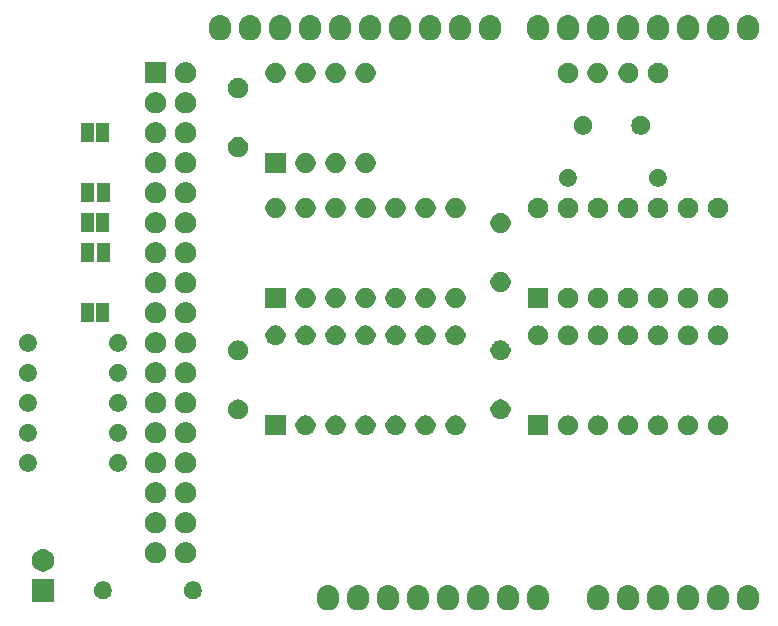
<source format=gts>
G04 #@! TF.GenerationSoftware,KiCad,Pcbnew,(5.1.6)-1*
G04 #@! TF.CreationDate,2020-08-07T23:47:17+09:00*
G04 #@! TF.ProjectId,fdshield,66647368-6965-46c6-942e-6b696361645f,rev?*
G04 #@! TF.SameCoordinates,Original*
G04 #@! TF.FileFunction,Soldermask,Top*
G04 #@! TF.FilePolarity,Negative*
%FSLAX46Y46*%
G04 Gerber Fmt 4.6, Leading zero omitted, Abs format (unit mm)*
G04 Created by KiCad (PCBNEW (5.1.6)-1) date 2020-08-07 23:47:17*
%MOMM*%
%LPD*%
G01*
G04 APERTURE LIST*
%ADD10C,0.100000*%
G04 APERTURE END LIST*
D10*
G36*
X161977096Y-122772219D02*
G01*
X162125084Y-122817111D01*
X162149314Y-122824461D01*
X162298947Y-122904442D01*
X162308024Y-122909294D01*
X162447138Y-123023462D01*
X162561306Y-123162575D01*
X162561307Y-123162577D01*
X162646139Y-123321285D01*
X162653489Y-123345515D01*
X162698381Y-123493503D01*
X162711600Y-123627722D01*
X162711600Y-124022277D01*
X162698381Y-124156496D01*
X162653489Y-124304485D01*
X162646139Y-124328715D01*
X162566158Y-124478348D01*
X162561306Y-124487425D01*
X162447138Y-124626538D01*
X162308025Y-124740706D01*
X162308023Y-124740707D01*
X162149315Y-124825539D01*
X162125085Y-124832889D01*
X161977097Y-124877781D01*
X161798000Y-124895420D01*
X161618904Y-124877781D01*
X161470916Y-124832889D01*
X161446686Y-124825539D01*
X161287978Y-124740707D01*
X161287976Y-124740706D01*
X161207115Y-124674345D01*
X161148860Y-124626536D01*
X161034695Y-124487426D01*
X160949861Y-124328715D01*
X160942511Y-124304485D01*
X160897619Y-124156497D01*
X160884400Y-124022278D01*
X160884400Y-123627723D01*
X160897619Y-123493504D01*
X160949860Y-123321290D01*
X160949861Y-123321286D01*
X161034693Y-123162578D01*
X161034694Y-123162576D01*
X161148862Y-123023462D01*
X161287975Y-122909294D01*
X161297052Y-122904442D01*
X161446685Y-122824461D01*
X161470915Y-122817111D01*
X161618903Y-122772219D01*
X161798000Y-122754580D01*
X161977096Y-122772219D01*
G37*
G36*
X172137096Y-122772219D02*
G01*
X172285084Y-122817111D01*
X172309314Y-122824461D01*
X172458947Y-122904442D01*
X172468024Y-122909294D01*
X172607138Y-123023462D01*
X172721306Y-123162575D01*
X172721307Y-123162577D01*
X172806139Y-123321285D01*
X172813489Y-123345515D01*
X172858381Y-123493503D01*
X172871600Y-123627722D01*
X172871600Y-124022277D01*
X172858381Y-124156496D01*
X172813489Y-124304485D01*
X172806139Y-124328715D01*
X172726158Y-124478348D01*
X172721306Y-124487425D01*
X172607138Y-124626538D01*
X172468025Y-124740706D01*
X172468023Y-124740707D01*
X172309315Y-124825539D01*
X172285085Y-124832889D01*
X172137097Y-124877781D01*
X171958000Y-124895420D01*
X171778904Y-124877781D01*
X171630916Y-124832889D01*
X171606686Y-124825539D01*
X171447978Y-124740707D01*
X171447976Y-124740706D01*
X171367115Y-124674345D01*
X171308860Y-124626536D01*
X171194695Y-124487426D01*
X171109861Y-124328715D01*
X171102511Y-124304485D01*
X171057619Y-124156497D01*
X171044400Y-124022278D01*
X171044400Y-123627723D01*
X171057619Y-123493504D01*
X171109860Y-123321290D01*
X171109861Y-123321286D01*
X171194693Y-123162578D01*
X171194694Y-123162576D01*
X171308862Y-123023462D01*
X171447975Y-122909294D01*
X171457052Y-122904442D01*
X171606685Y-122824461D01*
X171630915Y-122817111D01*
X171778903Y-122772219D01*
X171958000Y-122754580D01*
X172137096Y-122772219D01*
G37*
G36*
X174677096Y-122772219D02*
G01*
X174825084Y-122817111D01*
X174849314Y-122824461D01*
X174998947Y-122904442D01*
X175008024Y-122909294D01*
X175147138Y-123023462D01*
X175261306Y-123162575D01*
X175261307Y-123162577D01*
X175346139Y-123321285D01*
X175353489Y-123345515D01*
X175398381Y-123493503D01*
X175411600Y-123627722D01*
X175411600Y-124022277D01*
X175398381Y-124156496D01*
X175353489Y-124304485D01*
X175346139Y-124328715D01*
X175266158Y-124478348D01*
X175261306Y-124487425D01*
X175147138Y-124626538D01*
X175008025Y-124740706D01*
X175008023Y-124740707D01*
X174849315Y-124825539D01*
X174825085Y-124832889D01*
X174677097Y-124877781D01*
X174498000Y-124895420D01*
X174318904Y-124877781D01*
X174170916Y-124832889D01*
X174146686Y-124825539D01*
X173987978Y-124740707D01*
X173987976Y-124740706D01*
X173907115Y-124674345D01*
X173848860Y-124626536D01*
X173734695Y-124487426D01*
X173649861Y-124328715D01*
X173642511Y-124304485D01*
X173597619Y-124156497D01*
X173584400Y-124022278D01*
X173584400Y-123627723D01*
X173597619Y-123493504D01*
X173649860Y-123321290D01*
X173649861Y-123321286D01*
X173734693Y-123162578D01*
X173734694Y-123162576D01*
X173848862Y-123023462D01*
X173987975Y-122909294D01*
X173997052Y-122904442D01*
X174146685Y-122824461D01*
X174170915Y-122817111D01*
X174318903Y-122772219D01*
X174498000Y-122754580D01*
X174677096Y-122772219D01*
G37*
G36*
X169597096Y-122772219D02*
G01*
X169745084Y-122817111D01*
X169769314Y-122824461D01*
X169918947Y-122904442D01*
X169928024Y-122909294D01*
X170067138Y-123023462D01*
X170181306Y-123162575D01*
X170181307Y-123162577D01*
X170266139Y-123321285D01*
X170273489Y-123345515D01*
X170318381Y-123493503D01*
X170331600Y-123627722D01*
X170331600Y-124022277D01*
X170318381Y-124156496D01*
X170273489Y-124304485D01*
X170266139Y-124328715D01*
X170186158Y-124478348D01*
X170181306Y-124487425D01*
X170067138Y-124626538D01*
X169928025Y-124740706D01*
X169928023Y-124740707D01*
X169769315Y-124825539D01*
X169745085Y-124832889D01*
X169597097Y-124877781D01*
X169418000Y-124895420D01*
X169238904Y-124877781D01*
X169090916Y-124832889D01*
X169066686Y-124825539D01*
X168907978Y-124740707D01*
X168907976Y-124740706D01*
X168827115Y-124674345D01*
X168768860Y-124626536D01*
X168654695Y-124487426D01*
X168569861Y-124328715D01*
X168562511Y-124304485D01*
X168517619Y-124156497D01*
X168504400Y-124022278D01*
X168504400Y-123627723D01*
X168517619Y-123493504D01*
X168569860Y-123321290D01*
X168569861Y-123321286D01*
X168654693Y-123162578D01*
X168654694Y-123162576D01*
X168768862Y-123023462D01*
X168907975Y-122909294D01*
X168917052Y-122904442D01*
X169066685Y-122824461D01*
X169090915Y-122817111D01*
X169238903Y-122772219D01*
X169418000Y-122754580D01*
X169597096Y-122772219D01*
G37*
G36*
X167057096Y-122772219D02*
G01*
X167205084Y-122817111D01*
X167229314Y-122824461D01*
X167378947Y-122904442D01*
X167388024Y-122909294D01*
X167527138Y-123023462D01*
X167641306Y-123162575D01*
X167641307Y-123162577D01*
X167726139Y-123321285D01*
X167733489Y-123345515D01*
X167778381Y-123493503D01*
X167791600Y-123627722D01*
X167791600Y-124022277D01*
X167778381Y-124156496D01*
X167733489Y-124304485D01*
X167726139Y-124328715D01*
X167646158Y-124478348D01*
X167641306Y-124487425D01*
X167527138Y-124626538D01*
X167388025Y-124740706D01*
X167388023Y-124740707D01*
X167229315Y-124825539D01*
X167205085Y-124832889D01*
X167057097Y-124877781D01*
X166878000Y-124895420D01*
X166698904Y-124877781D01*
X166550916Y-124832889D01*
X166526686Y-124825539D01*
X166367978Y-124740707D01*
X166367976Y-124740706D01*
X166287115Y-124674345D01*
X166228860Y-124626536D01*
X166114695Y-124487426D01*
X166029861Y-124328715D01*
X166022511Y-124304485D01*
X165977619Y-124156497D01*
X165964400Y-124022278D01*
X165964400Y-123627723D01*
X165977619Y-123493504D01*
X166029860Y-123321290D01*
X166029861Y-123321286D01*
X166114693Y-123162578D01*
X166114694Y-123162576D01*
X166228862Y-123023462D01*
X166367975Y-122909294D01*
X166377052Y-122904442D01*
X166526685Y-122824461D01*
X166550915Y-122817111D01*
X166698903Y-122772219D01*
X166878000Y-122754580D01*
X167057096Y-122772219D01*
G37*
G36*
X164517096Y-122772219D02*
G01*
X164665084Y-122817111D01*
X164689314Y-122824461D01*
X164838947Y-122904442D01*
X164848024Y-122909294D01*
X164987138Y-123023462D01*
X165101306Y-123162575D01*
X165101307Y-123162577D01*
X165186139Y-123321285D01*
X165193489Y-123345515D01*
X165238381Y-123493503D01*
X165251600Y-123627722D01*
X165251600Y-124022277D01*
X165238381Y-124156496D01*
X165193489Y-124304485D01*
X165186139Y-124328715D01*
X165106158Y-124478348D01*
X165101306Y-124487425D01*
X164987138Y-124626538D01*
X164848025Y-124740706D01*
X164848023Y-124740707D01*
X164689315Y-124825539D01*
X164665085Y-124832889D01*
X164517097Y-124877781D01*
X164338000Y-124895420D01*
X164158904Y-124877781D01*
X164010916Y-124832889D01*
X163986686Y-124825539D01*
X163827978Y-124740707D01*
X163827976Y-124740706D01*
X163747115Y-124674345D01*
X163688860Y-124626536D01*
X163574695Y-124487426D01*
X163489861Y-124328715D01*
X163482511Y-124304485D01*
X163437619Y-124156497D01*
X163424400Y-124022278D01*
X163424400Y-123627723D01*
X163437619Y-123493504D01*
X163489860Y-123321290D01*
X163489861Y-123321286D01*
X163574693Y-123162578D01*
X163574694Y-123162576D01*
X163688862Y-123023462D01*
X163827975Y-122909294D01*
X163837052Y-122904442D01*
X163986685Y-122824461D01*
X164010915Y-122817111D01*
X164158903Y-122772219D01*
X164338000Y-122754580D01*
X164517096Y-122772219D01*
G37*
G36*
X156897096Y-122772219D02*
G01*
X157045084Y-122817111D01*
X157069314Y-122824461D01*
X157218947Y-122904442D01*
X157228024Y-122909294D01*
X157367138Y-123023462D01*
X157481306Y-123162575D01*
X157481307Y-123162577D01*
X157566139Y-123321285D01*
X157573489Y-123345515D01*
X157618381Y-123493503D01*
X157631600Y-123627722D01*
X157631600Y-124022277D01*
X157618381Y-124156496D01*
X157573489Y-124304485D01*
X157566139Y-124328715D01*
X157486158Y-124478348D01*
X157481306Y-124487425D01*
X157367138Y-124626538D01*
X157228025Y-124740706D01*
X157228023Y-124740707D01*
X157069315Y-124825539D01*
X157045085Y-124832889D01*
X156897097Y-124877781D01*
X156718000Y-124895420D01*
X156538904Y-124877781D01*
X156390916Y-124832889D01*
X156366686Y-124825539D01*
X156207978Y-124740707D01*
X156207976Y-124740706D01*
X156127115Y-124674345D01*
X156068860Y-124626536D01*
X155954695Y-124487426D01*
X155869861Y-124328715D01*
X155862511Y-124304485D01*
X155817619Y-124156497D01*
X155804400Y-124022278D01*
X155804400Y-123627723D01*
X155817619Y-123493504D01*
X155869860Y-123321290D01*
X155869861Y-123321286D01*
X155954693Y-123162578D01*
X155954694Y-123162576D01*
X156068862Y-123023462D01*
X156207975Y-122909294D01*
X156217052Y-122904442D01*
X156366685Y-122824461D01*
X156390915Y-122817111D01*
X156538903Y-122772219D01*
X156718000Y-122754580D01*
X156897096Y-122772219D01*
G37*
G36*
X154357096Y-122772219D02*
G01*
X154505084Y-122817111D01*
X154529314Y-122824461D01*
X154678947Y-122904442D01*
X154688024Y-122909294D01*
X154827138Y-123023462D01*
X154941306Y-123162575D01*
X154941307Y-123162577D01*
X155026139Y-123321285D01*
X155033489Y-123345515D01*
X155078381Y-123493503D01*
X155091600Y-123627722D01*
X155091600Y-124022277D01*
X155078381Y-124156496D01*
X155033489Y-124304485D01*
X155026139Y-124328715D01*
X154946158Y-124478348D01*
X154941306Y-124487425D01*
X154827138Y-124626538D01*
X154688025Y-124740706D01*
X154688023Y-124740707D01*
X154529315Y-124825539D01*
X154505085Y-124832889D01*
X154357097Y-124877781D01*
X154178000Y-124895420D01*
X153998904Y-124877781D01*
X153850916Y-124832889D01*
X153826686Y-124825539D01*
X153667978Y-124740707D01*
X153667976Y-124740706D01*
X153587115Y-124674345D01*
X153528860Y-124626536D01*
X153414695Y-124487426D01*
X153329861Y-124328715D01*
X153322511Y-124304485D01*
X153277619Y-124156497D01*
X153264400Y-124022278D01*
X153264400Y-123627723D01*
X153277619Y-123493504D01*
X153329860Y-123321290D01*
X153329861Y-123321286D01*
X153414693Y-123162578D01*
X153414694Y-123162576D01*
X153528862Y-123023462D01*
X153667975Y-122909294D01*
X153677052Y-122904442D01*
X153826685Y-122824461D01*
X153850915Y-122817111D01*
X153998903Y-122772219D01*
X154178000Y-122754580D01*
X154357096Y-122772219D01*
G37*
G36*
X151817096Y-122772219D02*
G01*
X151965084Y-122817111D01*
X151989314Y-122824461D01*
X152138947Y-122904442D01*
X152148024Y-122909294D01*
X152287138Y-123023462D01*
X152401306Y-123162575D01*
X152401307Y-123162577D01*
X152486139Y-123321285D01*
X152493489Y-123345515D01*
X152538381Y-123493503D01*
X152551600Y-123627722D01*
X152551600Y-124022277D01*
X152538381Y-124156496D01*
X152493489Y-124304485D01*
X152486139Y-124328715D01*
X152406158Y-124478348D01*
X152401306Y-124487425D01*
X152287138Y-124626538D01*
X152148025Y-124740706D01*
X152148023Y-124740707D01*
X151989315Y-124825539D01*
X151965085Y-124832889D01*
X151817097Y-124877781D01*
X151638000Y-124895420D01*
X151458904Y-124877781D01*
X151310916Y-124832889D01*
X151286686Y-124825539D01*
X151127978Y-124740707D01*
X151127976Y-124740706D01*
X151047115Y-124674345D01*
X150988860Y-124626536D01*
X150874695Y-124487426D01*
X150789861Y-124328715D01*
X150782511Y-124304485D01*
X150737619Y-124156497D01*
X150724400Y-124022278D01*
X150724400Y-123627723D01*
X150737619Y-123493504D01*
X150789860Y-123321290D01*
X150789861Y-123321286D01*
X150874693Y-123162578D01*
X150874694Y-123162576D01*
X150988862Y-123023462D01*
X151127975Y-122909294D01*
X151137052Y-122904442D01*
X151286685Y-122824461D01*
X151310915Y-122817111D01*
X151458903Y-122772219D01*
X151638000Y-122754580D01*
X151817096Y-122772219D01*
G37*
G36*
X149277096Y-122772219D02*
G01*
X149425084Y-122817111D01*
X149449314Y-122824461D01*
X149598947Y-122904442D01*
X149608024Y-122909294D01*
X149747138Y-123023462D01*
X149861306Y-123162575D01*
X149861307Y-123162577D01*
X149946139Y-123321285D01*
X149953489Y-123345515D01*
X149998381Y-123493503D01*
X150011600Y-123627722D01*
X150011600Y-124022277D01*
X149998381Y-124156496D01*
X149953489Y-124304485D01*
X149946139Y-124328715D01*
X149866158Y-124478348D01*
X149861306Y-124487425D01*
X149747138Y-124626538D01*
X149608025Y-124740706D01*
X149608023Y-124740707D01*
X149449315Y-124825539D01*
X149425085Y-124832889D01*
X149277097Y-124877781D01*
X149098000Y-124895420D01*
X148918904Y-124877781D01*
X148770916Y-124832889D01*
X148746686Y-124825539D01*
X148587978Y-124740707D01*
X148587976Y-124740706D01*
X148507115Y-124674345D01*
X148448860Y-124626536D01*
X148334695Y-124487426D01*
X148249861Y-124328715D01*
X148242511Y-124304485D01*
X148197619Y-124156497D01*
X148184400Y-124022278D01*
X148184400Y-123627723D01*
X148197619Y-123493504D01*
X148249860Y-123321290D01*
X148249861Y-123321286D01*
X148334693Y-123162578D01*
X148334694Y-123162576D01*
X148448862Y-123023462D01*
X148587975Y-122909294D01*
X148597052Y-122904442D01*
X148746685Y-122824461D01*
X148770915Y-122817111D01*
X148918903Y-122772219D01*
X149098000Y-122754580D01*
X149277096Y-122772219D01*
G37*
G36*
X146737096Y-122772219D02*
G01*
X146885084Y-122817111D01*
X146909314Y-122824461D01*
X147058947Y-122904442D01*
X147068024Y-122909294D01*
X147207138Y-123023462D01*
X147321306Y-123162575D01*
X147321307Y-123162577D01*
X147406139Y-123321285D01*
X147413489Y-123345515D01*
X147458381Y-123493503D01*
X147471600Y-123627722D01*
X147471600Y-124022277D01*
X147458381Y-124156496D01*
X147413489Y-124304485D01*
X147406139Y-124328715D01*
X147326158Y-124478348D01*
X147321306Y-124487425D01*
X147207138Y-124626538D01*
X147068025Y-124740706D01*
X147068023Y-124740707D01*
X146909315Y-124825539D01*
X146885085Y-124832889D01*
X146737097Y-124877781D01*
X146558000Y-124895420D01*
X146378904Y-124877781D01*
X146230916Y-124832889D01*
X146206686Y-124825539D01*
X146047978Y-124740707D01*
X146047976Y-124740706D01*
X145967115Y-124674345D01*
X145908860Y-124626536D01*
X145794695Y-124487426D01*
X145709861Y-124328715D01*
X145702511Y-124304485D01*
X145657619Y-124156497D01*
X145644400Y-124022278D01*
X145644400Y-123627723D01*
X145657619Y-123493504D01*
X145709860Y-123321290D01*
X145709861Y-123321286D01*
X145794693Y-123162578D01*
X145794694Y-123162576D01*
X145908862Y-123023462D01*
X146047975Y-122909294D01*
X146057052Y-122904442D01*
X146206685Y-122824461D01*
X146230915Y-122817111D01*
X146378903Y-122772219D01*
X146558000Y-122754580D01*
X146737096Y-122772219D01*
G37*
G36*
X144197096Y-122772219D02*
G01*
X144345084Y-122817111D01*
X144369314Y-122824461D01*
X144518947Y-122904442D01*
X144528024Y-122909294D01*
X144667138Y-123023462D01*
X144781306Y-123162575D01*
X144781307Y-123162577D01*
X144866139Y-123321285D01*
X144873489Y-123345515D01*
X144918381Y-123493503D01*
X144931600Y-123627722D01*
X144931600Y-124022277D01*
X144918381Y-124156496D01*
X144873489Y-124304485D01*
X144866139Y-124328715D01*
X144786158Y-124478348D01*
X144781306Y-124487425D01*
X144667138Y-124626538D01*
X144528025Y-124740706D01*
X144528023Y-124740707D01*
X144369315Y-124825539D01*
X144345085Y-124832889D01*
X144197097Y-124877781D01*
X144018000Y-124895420D01*
X143838904Y-124877781D01*
X143690916Y-124832889D01*
X143666686Y-124825539D01*
X143507978Y-124740707D01*
X143507976Y-124740706D01*
X143427115Y-124674345D01*
X143368860Y-124626536D01*
X143254695Y-124487426D01*
X143169861Y-124328715D01*
X143162511Y-124304485D01*
X143117619Y-124156497D01*
X143104400Y-124022278D01*
X143104400Y-123627723D01*
X143117619Y-123493504D01*
X143169860Y-123321290D01*
X143169861Y-123321286D01*
X143254693Y-123162578D01*
X143254694Y-123162576D01*
X143368862Y-123023462D01*
X143507975Y-122909294D01*
X143517052Y-122904442D01*
X143666685Y-122824461D01*
X143690915Y-122817111D01*
X143838903Y-122772219D01*
X144018000Y-122754580D01*
X144197096Y-122772219D01*
G37*
G36*
X141657096Y-122772219D02*
G01*
X141805084Y-122817111D01*
X141829314Y-122824461D01*
X141978947Y-122904442D01*
X141988024Y-122909294D01*
X142127138Y-123023462D01*
X142241306Y-123162575D01*
X142241307Y-123162577D01*
X142326139Y-123321285D01*
X142333489Y-123345515D01*
X142378381Y-123493503D01*
X142391600Y-123627722D01*
X142391600Y-124022277D01*
X142378381Y-124156496D01*
X142333489Y-124304485D01*
X142326139Y-124328715D01*
X142246158Y-124478348D01*
X142241306Y-124487425D01*
X142127138Y-124626538D01*
X141988025Y-124740706D01*
X141988023Y-124740707D01*
X141829315Y-124825539D01*
X141805085Y-124832889D01*
X141657097Y-124877781D01*
X141478000Y-124895420D01*
X141298904Y-124877781D01*
X141150916Y-124832889D01*
X141126686Y-124825539D01*
X140967978Y-124740707D01*
X140967976Y-124740706D01*
X140887115Y-124674345D01*
X140828860Y-124626536D01*
X140714695Y-124487426D01*
X140629861Y-124328715D01*
X140622511Y-124304485D01*
X140577619Y-124156497D01*
X140564400Y-124022278D01*
X140564400Y-123627723D01*
X140577619Y-123493504D01*
X140629860Y-123321290D01*
X140629861Y-123321286D01*
X140714693Y-123162578D01*
X140714694Y-123162576D01*
X140828862Y-123023462D01*
X140967975Y-122909294D01*
X140977052Y-122904442D01*
X141126685Y-122824461D01*
X141150915Y-122817111D01*
X141298903Y-122772219D01*
X141478000Y-122754580D01*
X141657096Y-122772219D01*
G37*
G36*
X139117096Y-122772219D02*
G01*
X139265084Y-122817111D01*
X139289314Y-122824461D01*
X139438947Y-122904442D01*
X139448024Y-122909294D01*
X139587138Y-123023462D01*
X139701306Y-123162575D01*
X139701307Y-123162577D01*
X139786139Y-123321285D01*
X139793489Y-123345515D01*
X139838381Y-123493503D01*
X139851600Y-123627722D01*
X139851600Y-124022277D01*
X139838381Y-124156496D01*
X139793489Y-124304485D01*
X139786139Y-124328715D01*
X139706158Y-124478348D01*
X139701306Y-124487425D01*
X139587138Y-124626538D01*
X139448025Y-124740706D01*
X139448023Y-124740707D01*
X139289315Y-124825539D01*
X139265085Y-124832889D01*
X139117097Y-124877781D01*
X138938000Y-124895420D01*
X138758904Y-124877781D01*
X138610916Y-124832889D01*
X138586686Y-124825539D01*
X138427978Y-124740707D01*
X138427976Y-124740706D01*
X138347115Y-124674345D01*
X138288860Y-124626536D01*
X138174695Y-124487426D01*
X138089861Y-124328715D01*
X138082511Y-124304485D01*
X138037619Y-124156497D01*
X138024400Y-124022278D01*
X138024400Y-123627723D01*
X138037619Y-123493504D01*
X138089860Y-123321290D01*
X138089861Y-123321286D01*
X138174693Y-123162578D01*
X138174694Y-123162576D01*
X138288862Y-123023462D01*
X138427975Y-122909294D01*
X138437052Y-122904442D01*
X138586685Y-122824461D01*
X138610915Y-122817111D01*
X138758903Y-122772219D01*
X138938000Y-122754580D01*
X139117096Y-122772219D01*
G37*
G36*
X115758000Y-124140000D02*
G01*
X113858000Y-124140000D01*
X113858000Y-122240000D01*
X115758000Y-122240000D01*
X115758000Y-124140000D01*
G37*
G36*
X120106767Y-122468822D02*
G01*
X120243258Y-122525359D01*
X120366097Y-122607437D01*
X120470563Y-122711903D01*
X120552641Y-122834742D01*
X120609178Y-122971233D01*
X120638000Y-123116131D01*
X120638000Y-123263869D01*
X120609178Y-123408767D01*
X120552641Y-123545258D01*
X120470563Y-123668097D01*
X120366097Y-123772563D01*
X120243258Y-123854641D01*
X120106767Y-123911178D01*
X119961869Y-123940000D01*
X119814131Y-123940000D01*
X119669233Y-123911178D01*
X119532742Y-123854641D01*
X119409903Y-123772563D01*
X119305437Y-123668097D01*
X119223359Y-123545258D01*
X119166822Y-123408767D01*
X119138000Y-123263869D01*
X119138000Y-123116131D01*
X119166822Y-122971233D01*
X119223359Y-122834742D01*
X119305437Y-122711903D01*
X119409903Y-122607437D01*
X119532742Y-122525359D01*
X119669233Y-122468822D01*
X119814131Y-122440000D01*
X119961869Y-122440000D01*
X120106767Y-122468822D01*
G37*
G36*
X127726767Y-122468822D02*
G01*
X127863258Y-122525359D01*
X127986097Y-122607437D01*
X128090563Y-122711903D01*
X128172641Y-122834742D01*
X128229178Y-122971233D01*
X128258000Y-123116131D01*
X128258000Y-123263869D01*
X128229178Y-123408767D01*
X128172641Y-123545258D01*
X128090563Y-123668097D01*
X127986097Y-123772563D01*
X127863258Y-123854641D01*
X127726767Y-123911178D01*
X127581869Y-123940000D01*
X127434131Y-123940000D01*
X127289233Y-123911178D01*
X127152742Y-123854641D01*
X127029903Y-123772563D01*
X126925437Y-123668097D01*
X126843359Y-123545258D01*
X126786822Y-123408767D01*
X126758000Y-123263869D01*
X126758000Y-123116131D01*
X126786822Y-122971233D01*
X126843359Y-122834742D01*
X126925437Y-122711903D01*
X127029903Y-122607437D01*
X127152742Y-122525359D01*
X127289233Y-122468822D01*
X127434131Y-122440000D01*
X127581869Y-122440000D01*
X127726767Y-122468822D01*
G37*
G36*
X115023926Y-119724339D02*
G01*
X115085106Y-119736508D01*
X115257993Y-119808120D01*
X115413591Y-119912088D01*
X115545912Y-120044409D01*
X115649880Y-120200007D01*
X115721492Y-120372894D01*
X115758000Y-120556435D01*
X115758000Y-120743565D01*
X115721492Y-120927106D01*
X115649880Y-121099993D01*
X115545912Y-121255591D01*
X115413591Y-121387912D01*
X115257993Y-121491880D01*
X115085106Y-121563492D01*
X115023926Y-121575661D01*
X114901567Y-121600000D01*
X114714433Y-121600000D01*
X114592074Y-121575661D01*
X114530894Y-121563492D01*
X114358007Y-121491880D01*
X114202409Y-121387912D01*
X114070088Y-121255591D01*
X113966120Y-121099993D01*
X113894508Y-120927106D01*
X113858000Y-120743565D01*
X113858000Y-120556435D01*
X113894508Y-120372894D01*
X113966120Y-120200007D01*
X114070088Y-120044409D01*
X114202409Y-119912088D01*
X114358007Y-119808120D01*
X114530894Y-119736508D01*
X114592074Y-119724339D01*
X114714433Y-119700000D01*
X114901567Y-119700000D01*
X115023926Y-119724339D01*
G37*
G36*
X124595520Y-119149586D02*
G01*
X124759310Y-119217430D01*
X124906717Y-119315924D01*
X125032076Y-119441283D01*
X125130570Y-119588690D01*
X125198414Y-119752480D01*
X125233000Y-119926358D01*
X125233000Y-120103642D01*
X125198414Y-120277520D01*
X125130570Y-120441310D01*
X125032076Y-120588717D01*
X124906717Y-120714076D01*
X124759310Y-120812570D01*
X124595520Y-120880414D01*
X124421642Y-120915000D01*
X124244358Y-120915000D01*
X124070480Y-120880414D01*
X123906690Y-120812570D01*
X123759283Y-120714076D01*
X123633924Y-120588717D01*
X123535430Y-120441310D01*
X123467586Y-120277520D01*
X123433000Y-120103642D01*
X123433000Y-119926358D01*
X123467586Y-119752480D01*
X123535430Y-119588690D01*
X123633924Y-119441283D01*
X123759283Y-119315924D01*
X123906690Y-119217430D01*
X124070480Y-119149586D01*
X124244358Y-119115000D01*
X124421642Y-119115000D01*
X124595520Y-119149586D01*
G37*
G36*
X127135520Y-119149586D02*
G01*
X127299310Y-119217430D01*
X127446717Y-119315924D01*
X127572076Y-119441283D01*
X127670570Y-119588690D01*
X127738414Y-119752480D01*
X127773000Y-119926358D01*
X127773000Y-120103642D01*
X127738414Y-120277520D01*
X127670570Y-120441310D01*
X127572076Y-120588717D01*
X127446717Y-120714076D01*
X127299310Y-120812570D01*
X127135520Y-120880414D01*
X126961642Y-120915000D01*
X126784358Y-120915000D01*
X126610480Y-120880414D01*
X126446690Y-120812570D01*
X126299283Y-120714076D01*
X126173924Y-120588717D01*
X126075430Y-120441310D01*
X126007586Y-120277520D01*
X125973000Y-120103642D01*
X125973000Y-119926358D01*
X126007586Y-119752480D01*
X126075430Y-119588690D01*
X126173924Y-119441283D01*
X126299283Y-119315924D01*
X126446690Y-119217430D01*
X126610480Y-119149586D01*
X126784358Y-119115000D01*
X126961642Y-119115000D01*
X127135520Y-119149586D01*
G37*
G36*
X124595520Y-116609586D02*
G01*
X124759310Y-116677430D01*
X124906717Y-116775924D01*
X125032076Y-116901283D01*
X125130570Y-117048690D01*
X125198414Y-117212480D01*
X125233000Y-117386358D01*
X125233000Y-117563642D01*
X125198414Y-117737520D01*
X125130570Y-117901310D01*
X125032076Y-118048717D01*
X124906717Y-118174076D01*
X124759310Y-118272570D01*
X124595520Y-118340414D01*
X124421642Y-118375000D01*
X124244358Y-118375000D01*
X124070480Y-118340414D01*
X123906690Y-118272570D01*
X123759283Y-118174076D01*
X123633924Y-118048717D01*
X123535430Y-117901310D01*
X123467586Y-117737520D01*
X123433000Y-117563642D01*
X123433000Y-117386358D01*
X123467586Y-117212480D01*
X123535430Y-117048690D01*
X123633924Y-116901283D01*
X123759283Y-116775924D01*
X123906690Y-116677430D01*
X124070480Y-116609586D01*
X124244358Y-116575000D01*
X124421642Y-116575000D01*
X124595520Y-116609586D01*
G37*
G36*
X127135520Y-116609586D02*
G01*
X127299310Y-116677430D01*
X127446717Y-116775924D01*
X127572076Y-116901283D01*
X127670570Y-117048690D01*
X127738414Y-117212480D01*
X127773000Y-117386358D01*
X127773000Y-117563642D01*
X127738414Y-117737520D01*
X127670570Y-117901310D01*
X127572076Y-118048717D01*
X127446717Y-118174076D01*
X127299310Y-118272570D01*
X127135520Y-118340414D01*
X126961642Y-118375000D01*
X126784358Y-118375000D01*
X126610480Y-118340414D01*
X126446690Y-118272570D01*
X126299283Y-118174076D01*
X126173924Y-118048717D01*
X126075430Y-117901310D01*
X126007586Y-117737520D01*
X125973000Y-117563642D01*
X125973000Y-117386358D01*
X126007586Y-117212480D01*
X126075430Y-117048690D01*
X126173924Y-116901283D01*
X126299283Y-116775924D01*
X126446690Y-116677430D01*
X126610480Y-116609586D01*
X126784358Y-116575000D01*
X126961642Y-116575000D01*
X127135520Y-116609586D01*
G37*
G36*
X124595520Y-114069586D02*
G01*
X124759310Y-114137430D01*
X124906717Y-114235924D01*
X125032076Y-114361283D01*
X125130570Y-114508690D01*
X125198414Y-114672480D01*
X125233000Y-114846358D01*
X125233000Y-115023642D01*
X125198414Y-115197520D01*
X125130570Y-115361310D01*
X125032076Y-115508717D01*
X124906717Y-115634076D01*
X124759310Y-115732570D01*
X124595520Y-115800414D01*
X124421642Y-115835000D01*
X124244358Y-115835000D01*
X124070480Y-115800414D01*
X123906690Y-115732570D01*
X123759283Y-115634076D01*
X123633924Y-115508717D01*
X123535430Y-115361310D01*
X123467586Y-115197520D01*
X123433000Y-115023642D01*
X123433000Y-114846358D01*
X123467586Y-114672480D01*
X123535430Y-114508690D01*
X123633924Y-114361283D01*
X123759283Y-114235924D01*
X123906690Y-114137430D01*
X124070480Y-114069586D01*
X124244358Y-114035000D01*
X124421642Y-114035000D01*
X124595520Y-114069586D01*
G37*
G36*
X127135520Y-114069586D02*
G01*
X127299310Y-114137430D01*
X127446717Y-114235924D01*
X127572076Y-114361283D01*
X127670570Y-114508690D01*
X127738414Y-114672480D01*
X127773000Y-114846358D01*
X127773000Y-115023642D01*
X127738414Y-115197520D01*
X127670570Y-115361310D01*
X127572076Y-115508717D01*
X127446717Y-115634076D01*
X127299310Y-115732570D01*
X127135520Y-115800414D01*
X126961642Y-115835000D01*
X126784358Y-115835000D01*
X126610480Y-115800414D01*
X126446690Y-115732570D01*
X126299283Y-115634076D01*
X126173924Y-115508717D01*
X126075430Y-115361310D01*
X126007586Y-115197520D01*
X125973000Y-115023642D01*
X125973000Y-114846358D01*
X126007586Y-114672480D01*
X126075430Y-114508690D01*
X126173924Y-114361283D01*
X126299283Y-114235924D01*
X126446690Y-114137430D01*
X126610480Y-114069586D01*
X126784358Y-114035000D01*
X126961642Y-114035000D01*
X127135520Y-114069586D01*
G37*
G36*
X127135520Y-111529586D02*
G01*
X127299310Y-111597430D01*
X127446717Y-111695924D01*
X127572076Y-111821283D01*
X127670570Y-111968690D01*
X127738414Y-112132480D01*
X127773000Y-112306358D01*
X127773000Y-112483642D01*
X127738414Y-112657520D01*
X127670570Y-112821310D01*
X127572076Y-112968717D01*
X127446717Y-113094076D01*
X127299310Y-113192570D01*
X127135520Y-113260414D01*
X126961642Y-113295000D01*
X126784358Y-113295000D01*
X126610480Y-113260414D01*
X126446690Y-113192570D01*
X126299283Y-113094076D01*
X126173924Y-112968717D01*
X126075430Y-112821310D01*
X126007586Y-112657520D01*
X125973000Y-112483642D01*
X125973000Y-112306358D01*
X126007586Y-112132480D01*
X126075430Y-111968690D01*
X126173924Y-111821283D01*
X126299283Y-111695924D01*
X126446690Y-111597430D01*
X126610480Y-111529586D01*
X126784358Y-111495000D01*
X126961642Y-111495000D01*
X127135520Y-111529586D01*
G37*
G36*
X124595520Y-111529586D02*
G01*
X124759310Y-111597430D01*
X124906717Y-111695924D01*
X125032076Y-111821283D01*
X125130570Y-111968690D01*
X125198414Y-112132480D01*
X125233000Y-112306358D01*
X125233000Y-112483642D01*
X125198414Y-112657520D01*
X125130570Y-112821310D01*
X125032076Y-112968717D01*
X124906717Y-113094076D01*
X124759310Y-113192570D01*
X124595520Y-113260414D01*
X124421642Y-113295000D01*
X124244358Y-113295000D01*
X124070480Y-113260414D01*
X123906690Y-113192570D01*
X123759283Y-113094076D01*
X123633924Y-112968717D01*
X123535430Y-112821310D01*
X123467586Y-112657520D01*
X123433000Y-112483642D01*
X123433000Y-112306358D01*
X123467586Y-112132480D01*
X123535430Y-111968690D01*
X123633924Y-111821283D01*
X123759283Y-111695924D01*
X123906690Y-111597430D01*
X124070480Y-111529586D01*
X124244358Y-111495000D01*
X124421642Y-111495000D01*
X124595520Y-111529586D01*
G37*
G36*
X121376767Y-111673822D02*
G01*
X121513258Y-111730359D01*
X121636097Y-111812437D01*
X121740563Y-111916903D01*
X121822641Y-112039742D01*
X121879178Y-112176233D01*
X121908000Y-112321131D01*
X121908000Y-112468869D01*
X121879178Y-112613767D01*
X121822641Y-112750258D01*
X121740563Y-112873097D01*
X121636097Y-112977563D01*
X121513258Y-113059641D01*
X121376767Y-113116178D01*
X121231869Y-113145000D01*
X121084131Y-113145000D01*
X120939233Y-113116178D01*
X120802742Y-113059641D01*
X120679903Y-112977563D01*
X120575437Y-112873097D01*
X120493359Y-112750258D01*
X120436822Y-112613767D01*
X120408000Y-112468869D01*
X120408000Y-112321131D01*
X120436822Y-112176233D01*
X120493359Y-112039742D01*
X120575437Y-111916903D01*
X120679903Y-111812437D01*
X120802742Y-111730359D01*
X120939233Y-111673822D01*
X121084131Y-111645000D01*
X121231869Y-111645000D01*
X121376767Y-111673822D01*
G37*
G36*
X113756767Y-111673822D02*
G01*
X113893258Y-111730359D01*
X114016097Y-111812437D01*
X114120563Y-111916903D01*
X114202641Y-112039742D01*
X114259178Y-112176233D01*
X114288000Y-112321131D01*
X114288000Y-112468869D01*
X114259178Y-112613767D01*
X114202641Y-112750258D01*
X114120563Y-112873097D01*
X114016097Y-112977563D01*
X113893258Y-113059641D01*
X113756767Y-113116178D01*
X113611869Y-113145000D01*
X113464131Y-113145000D01*
X113319233Y-113116178D01*
X113182742Y-113059641D01*
X113059903Y-112977563D01*
X112955437Y-112873097D01*
X112873359Y-112750258D01*
X112816822Y-112613767D01*
X112788000Y-112468869D01*
X112788000Y-112321131D01*
X112816822Y-112176233D01*
X112873359Y-112039742D01*
X112955437Y-111916903D01*
X113059903Y-111812437D01*
X113182742Y-111730359D01*
X113319233Y-111673822D01*
X113464131Y-111645000D01*
X113611869Y-111645000D01*
X113756767Y-111673822D01*
G37*
G36*
X127135520Y-108989586D02*
G01*
X127299310Y-109057430D01*
X127446717Y-109155924D01*
X127572076Y-109281283D01*
X127670570Y-109428690D01*
X127738414Y-109592480D01*
X127773000Y-109766358D01*
X127773000Y-109943642D01*
X127738414Y-110117520D01*
X127670570Y-110281310D01*
X127572076Y-110428717D01*
X127446717Y-110554076D01*
X127299310Y-110652570D01*
X127135520Y-110720414D01*
X126961642Y-110755000D01*
X126784358Y-110755000D01*
X126610480Y-110720414D01*
X126446690Y-110652570D01*
X126299283Y-110554076D01*
X126173924Y-110428717D01*
X126075430Y-110281310D01*
X126007586Y-110117520D01*
X125973000Y-109943642D01*
X125973000Y-109766358D01*
X126007586Y-109592480D01*
X126075430Y-109428690D01*
X126173924Y-109281283D01*
X126299283Y-109155924D01*
X126446690Y-109057430D01*
X126610480Y-108989586D01*
X126784358Y-108955000D01*
X126961642Y-108955000D01*
X127135520Y-108989586D01*
G37*
G36*
X124595520Y-108989586D02*
G01*
X124759310Y-109057430D01*
X124906717Y-109155924D01*
X125032076Y-109281283D01*
X125130570Y-109428690D01*
X125198414Y-109592480D01*
X125233000Y-109766358D01*
X125233000Y-109943642D01*
X125198414Y-110117520D01*
X125130570Y-110281310D01*
X125032076Y-110428717D01*
X124906717Y-110554076D01*
X124759310Y-110652570D01*
X124595520Y-110720414D01*
X124421642Y-110755000D01*
X124244358Y-110755000D01*
X124070480Y-110720414D01*
X123906690Y-110652570D01*
X123759283Y-110554076D01*
X123633924Y-110428717D01*
X123535430Y-110281310D01*
X123467586Y-110117520D01*
X123433000Y-109943642D01*
X123433000Y-109766358D01*
X123467586Y-109592480D01*
X123535430Y-109428690D01*
X123633924Y-109281283D01*
X123759283Y-109155924D01*
X123906690Y-109057430D01*
X124070480Y-108989586D01*
X124244358Y-108955000D01*
X124421642Y-108955000D01*
X124595520Y-108989586D01*
G37*
G36*
X121376767Y-109133822D02*
G01*
X121513258Y-109190359D01*
X121636097Y-109272437D01*
X121740563Y-109376903D01*
X121822641Y-109499742D01*
X121879178Y-109636233D01*
X121908000Y-109781131D01*
X121908000Y-109928869D01*
X121879178Y-110073767D01*
X121822641Y-110210258D01*
X121740563Y-110333097D01*
X121636097Y-110437563D01*
X121513258Y-110519641D01*
X121376767Y-110576178D01*
X121231869Y-110605000D01*
X121084131Y-110605000D01*
X120939233Y-110576178D01*
X120802742Y-110519641D01*
X120679903Y-110437563D01*
X120575437Y-110333097D01*
X120493359Y-110210258D01*
X120436822Y-110073767D01*
X120408000Y-109928869D01*
X120408000Y-109781131D01*
X120436822Y-109636233D01*
X120493359Y-109499742D01*
X120575437Y-109376903D01*
X120679903Y-109272437D01*
X120802742Y-109190359D01*
X120939233Y-109133822D01*
X121084131Y-109105000D01*
X121231869Y-109105000D01*
X121376767Y-109133822D01*
G37*
G36*
X113756767Y-109133822D02*
G01*
X113893258Y-109190359D01*
X114016097Y-109272437D01*
X114120563Y-109376903D01*
X114202641Y-109499742D01*
X114259178Y-109636233D01*
X114288000Y-109781131D01*
X114288000Y-109928869D01*
X114259178Y-110073767D01*
X114202641Y-110210258D01*
X114120563Y-110333097D01*
X114016097Y-110437563D01*
X113893258Y-110519641D01*
X113756767Y-110576178D01*
X113611869Y-110605000D01*
X113464131Y-110605000D01*
X113319233Y-110576178D01*
X113182742Y-110519641D01*
X113059903Y-110437563D01*
X112955437Y-110333097D01*
X112873359Y-110210258D01*
X112816822Y-110073767D01*
X112788000Y-109928869D01*
X112788000Y-109781131D01*
X112816822Y-109636233D01*
X112873359Y-109499742D01*
X112955437Y-109376903D01*
X113059903Y-109272437D01*
X113182742Y-109190359D01*
X113319233Y-109133822D01*
X113464131Y-109105000D01*
X113611869Y-109105000D01*
X113756767Y-109133822D01*
G37*
G36*
X164531197Y-108391777D02*
G01*
X164585937Y-108402665D01*
X164740626Y-108466739D01*
X164879845Y-108559763D01*
X164998237Y-108678155D01*
X165091261Y-108817374D01*
X165148267Y-108955000D01*
X165155335Y-108972064D01*
X165188000Y-109136282D01*
X165188000Y-109303718D01*
X165166223Y-109413197D01*
X165155335Y-109467937D01*
X165091261Y-109622626D01*
X164998237Y-109761845D01*
X164879845Y-109880237D01*
X164740626Y-109973261D01*
X164585937Y-110037335D01*
X164531197Y-110048223D01*
X164421718Y-110070000D01*
X164254282Y-110070000D01*
X164144803Y-110048223D01*
X164090063Y-110037335D01*
X163935374Y-109973261D01*
X163796155Y-109880237D01*
X163677763Y-109761845D01*
X163584739Y-109622626D01*
X163520665Y-109467937D01*
X163509777Y-109413197D01*
X163488000Y-109303718D01*
X163488000Y-109136282D01*
X163520665Y-108972064D01*
X163527733Y-108955000D01*
X163584739Y-108817374D01*
X163677763Y-108678155D01*
X163796155Y-108559763D01*
X163935374Y-108466739D01*
X164090063Y-108402665D01*
X164144803Y-108391777D01*
X164254282Y-108370000D01*
X164421718Y-108370000D01*
X164531197Y-108391777D01*
G37*
G36*
X157568000Y-110070000D02*
G01*
X155868000Y-110070000D01*
X155868000Y-108370000D01*
X157568000Y-108370000D01*
X157568000Y-110070000D01*
G37*
G36*
X161991197Y-108391777D02*
G01*
X162045937Y-108402665D01*
X162200626Y-108466739D01*
X162339845Y-108559763D01*
X162458237Y-108678155D01*
X162551261Y-108817374D01*
X162608267Y-108955000D01*
X162615335Y-108972064D01*
X162648000Y-109136282D01*
X162648000Y-109303718D01*
X162626223Y-109413197D01*
X162615335Y-109467937D01*
X162551261Y-109622626D01*
X162458237Y-109761845D01*
X162339845Y-109880237D01*
X162200626Y-109973261D01*
X162045937Y-110037335D01*
X161991197Y-110048223D01*
X161881718Y-110070000D01*
X161714282Y-110070000D01*
X161604803Y-110048223D01*
X161550063Y-110037335D01*
X161395374Y-109973261D01*
X161256155Y-109880237D01*
X161137763Y-109761845D01*
X161044739Y-109622626D01*
X160980665Y-109467937D01*
X160969777Y-109413197D01*
X160948000Y-109303718D01*
X160948000Y-109136282D01*
X160980665Y-108972064D01*
X160987733Y-108955000D01*
X161044739Y-108817374D01*
X161137763Y-108678155D01*
X161256155Y-108559763D01*
X161395374Y-108466739D01*
X161550063Y-108402665D01*
X161604803Y-108391777D01*
X161714282Y-108370000D01*
X161881718Y-108370000D01*
X161991197Y-108391777D01*
G37*
G36*
X135343000Y-110070000D02*
G01*
X133643000Y-110070000D01*
X133643000Y-108370000D01*
X135343000Y-108370000D01*
X135343000Y-110070000D01*
G37*
G36*
X172151197Y-108391777D02*
G01*
X172205937Y-108402665D01*
X172360626Y-108466739D01*
X172499845Y-108559763D01*
X172618237Y-108678155D01*
X172711261Y-108817374D01*
X172768267Y-108955000D01*
X172775335Y-108972064D01*
X172808000Y-109136282D01*
X172808000Y-109303718D01*
X172786223Y-109413197D01*
X172775335Y-109467937D01*
X172711261Y-109622626D01*
X172618237Y-109761845D01*
X172499845Y-109880237D01*
X172360626Y-109973261D01*
X172205937Y-110037335D01*
X172151197Y-110048223D01*
X172041718Y-110070000D01*
X171874282Y-110070000D01*
X171764803Y-110048223D01*
X171710063Y-110037335D01*
X171555374Y-109973261D01*
X171416155Y-109880237D01*
X171297763Y-109761845D01*
X171204739Y-109622626D01*
X171140665Y-109467937D01*
X171129777Y-109413197D01*
X171108000Y-109303718D01*
X171108000Y-109136282D01*
X171140665Y-108972064D01*
X171147733Y-108955000D01*
X171204739Y-108817374D01*
X171297763Y-108678155D01*
X171416155Y-108559763D01*
X171555374Y-108466739D01*
X171710063Y-108402665D01*
X171764803Y-108391777D01*
X171874282Y-108370000D01*
X172041718Y-108370000D01*
X172151197Y-108391777D01*
G37*
G36*
X169611197Y-108391777D02*
G01*
X169665937Y-108402665D01*
X169820626Y-108466739D01*
X169959845Y-108559763D01*
X170078237Y-108678155D01*
X170171261Y-108817374D01*
X170228267Y-108955000D01*
X170235335Y-108972064D01*
X170268000Y-109136282D01*
X170268000Y-109303718D01*
X170246223Y-109413197D01*
X170235335Y-109467937D01*
X170171261Y-109622626D01*
X170078237Y-109761845D01*
X169959845Y-109880237D01*
X169820626Y-109973261D01*
X169665937Y-110037335D01*
X169611197Y-110048223D01*
X169501718Y-110070000D01*
X169334282Y-110070000D01*
X169224803Y-110048223D01*
X169170063Y-110037335D01*
X169015374Y-109973261D01*
X168876155Y-109880237D01*
X168757763Y-109761845D01*
X168664739Y-109622626D01*
X168600665Y-109467937D01*
X168589777Y-109413197D01*
X168568000Y-109303718D01*
X168568000Y-109136282D01*
X168600665Y-108972064D01*
X168607733Y-108955000D01*
X168664739Y-108817374D01*
X168757763Y-108678155D01*
X168876155Y-108559763D01*
X169015374Y-108466739D01*
X169170063Y-108402665D01*
X169224803Y-108391777D01*
X169334282Y-108370000D01*
X169501718Y-108370000D01*
X169611197Y-108391777D01*
G37*
G36*
X137226197Y-108391777D02*
G01*
X137280937Y-108402665D01*
X137435626Y-108466739D01*
X137574845Y-108559763D01*
X137693237Y-108678155D01*
X137786261Y-108817374D01*
X137843267Y-108955000D01*
X137850335Y-108972064D01*
X137883000Y-109136282D01*
X137883000Y-109303718D01*
X137861223Y-109413197D01*
X137850335Y-109467937D01*
X137786261Y-109622626D01*
X137693237Y-109761845D01*
X137574845Y-109880237D01*
X137435626Y-109973261D01*
X137280937Y-110037335D01*
X137226197Y-110048223D01*
X137116718Y-110070000D01*
X136949282Y-110070000D01*
X136839803Y-110048223D01*
X136785063Y-110037335D01*
X136630374Y-109973261D01*
X136491155Y-109880237D01*
X136372763Y-109761845D01*
X136279739Y-109622626D01*
X136215665Y-109467937D01*
X136204777Y-109413197D01*
X136183000Y-109303718D01*
X136183000Y-109136282D01*
X136215665Y-108972064D01*
X136222733Y-108955000D01*
X136279739Y-108817374D01*
X136372763Y-108678155D01*
X136491155Y-108559763D01*
X136630374Y-108466739D01*
X136785063Y-108402665D01*
X136839803Y-108391777D01*
X136949282Y-108370000D01*
X137116718Y-108370000D01*
X137226197Y-108391777D01*
G37*
G36*
X142306197Y-108391777D02*
G01*
X142360937Y-108402665D01*
X142515626Y-108466739D01*
X142654845Y-108559763D01*
X142773237Y-108678155D01*
X142866261Y-108817374D01*
X142923267Y-108955000D01*
X142930335Y-108972064D01*
X142963000Y-109136282D01*
X142963000Y-109303718D01*
X142941223Y-109413197D01*
X142930335Y-109467937D01*
X142866261Y-109622626D01*
X142773237Y-109761845D01*
X142654845Y-109880237D01*
X142515626Y-109973261D01*
X142360937Y-110037335D01*
X142306197Y-110048223D01*
X142196718Y-110070000D01*
X142029282Y-110070000D01*
X141919803Y-110048223D01*
X141865063Y-110037335D01*
X141710374Y-109973261D01*
X141571155Y-109880237D01*
X141452763Y-109761845D01*
X141359739Y-109622626D01*
X141295665Y-109467937D01*
X141284777Y-109413197D01*
X141263000Y-109303718D01*
X141263000Y-109136282D01*
X141295665Y-108972064D01*
X141302733Y-108955000D01*
X141359739Y-108817374D01*
X141452763Y-108678155D01*
X141571155Y-108559763D01*
X141710374Y-108466739D01*
X141865063Y-108402665D01*
X141919803Y-108391777D01*
X142029282Y-108370000D01*
X142196718Y-108370000D01*
X142306197Y-108391777D01*
G37*
G36*
X144846197Y-108391777D02*
G01*
X144900937Y-108402665D01*
X145055626Y-108466739D01*
X145194845Y-108559763D01*
X145313237Y-108678155D01*
X145406261Y-108817374D01*
X145463267Y-108955000D01*
X145470335Y-108972064D01*
X145503000Y-109136282D01*
X145503000Y-109303718D01*
X145481223Y-109413197D01*
X145470335Y-109467937D01*
X145406261Y-109622626D01*
X145313237Y-109761845D01*
X145194845Y-109880237D01*
X145055626Y-109973261D01*
X144900937Y-110037335D01*
X144846197Y-110048223D01*
X144736718Y-110070000D01*
X144569282Y-110070000D01*
X144459803Y-110048223D01*
X144405063Y-110037335D01*
X144250374Y-109973261D01*
X144111155Y-109880237D01*
X143992763Y-109761845D01*
X143899739Y-109622626D01*
X143835665Y-109467937D01*
X143824777Y-109413197D01*
X143803000Y-109303718D01*
X143803000Y-109136282D01*
X143835665Y-108972064D01*
X143842733Y-108955000D01*
X143899739Y-108817374D01*
X143992763Y-108678155D01*
X144111155Y-108559763D01*
X144250374Y-108466739D01*
X144405063Y-108402665D01*
X144459803Y-108391777D01*
X144569282Y-108370000D01*
X144736718Y-108370000D01*
X144846197Y-108391777D01*
G37*
G36*
X167071197Y-108391777D02*
G01*
X167125937Y-108402665D01*
X167280626Y-108466739D01*
X167419845Y-108559763D01*
X167538237Y-108678155D01*
X167631261Y-108817374D01*
X167688267Y-108955000D01*
X167695335Y-108972064D01*
X167728000Y-109136282D01*
X167728000Y-109303718D01*
X167706223Y-109413197D01*
X167695335Y-109467937D01*
X167631261Y-109622626D01*
X167538237Y-109761845D01*
X167419845Y-109880237D01*
X167280626Y-109973261D01*
X167125937Y-110037335D01*
X167071197Y-110048223D01*
X166961718Y-110070000D01*
X166794282Y-110070000D01*
X166684803Y-110048223D01*
X166630063Y-110037335D01*
X166475374Y-109973261D01*
X166336155Y-109880237D01*
X166217763Y-109761845D01*
X166124739Y-109622626D01*
X166060665Y-109467937D01*
X166049777Y-109413197D01*
X166028000Y-109303718D01*
X166028000Y-109136282D01*
X166060665Y-108972064D01*
X166067733Y-108955000D01*
X166124739Y-108817374D01*
X166217763Y-108678155D01*
X166336155Y-108559763D01*
X166475374Y-108466739D01*
X166630063Y-108402665D01*
X166684803Y-108391777D01*
X166794282Y-108370000D01*
X166961718Y-108370000D01*
X167071197Y-108391777D01*
G37*
G36*
X159451197Y-108391777D02*
G01*
X159505937Y-108402665D01*
X159660626Y-108466739D01*
X159799845Y-108559763D01*
X159918237Y-108678155D01*
X160011261Y-108817374D01*
X160068267Y-108955000D01*
X160075335Y-108972064D01*
X160108000Y-109136282D01*
X160108000Y-109303718D01*
X160086223Y-109413197D01*
X160075335Y-109467937D01*
X160011261Y-109622626D01*
X159918237Y-109761845D01*
X159799845Y-109880237D01*
X159660626Y-109973261D01*
X159505937Y-110037335D01*
X159451197Y-110048223D01*
X159341718Y-110070000D01*
X159174282Y-110070000D01*
X159064803Y-110048223D01*
X159010063Y-110037335D01*
X158855374Y-109973261D01*
X158716155Y-109880237D01*
X158597763Y-109761845D01*
X158504739Y-109622626D01*
X158440665Y-109467937D01*
X158429777Y-109413197D01*
X158408000Y-109303718D01*
X158408000Y-109136282D01*
X158440665Y-108972064D01*
X158447733Y-108955000D01*
X158504739Y-108817374D01*
X158597763Y-108678155D01*
X158716155Y-108559763D01*
X158855374Y-108466739D01*
X159010063Y-108402665D01*
X159064803Y-108391777D01*
X159174282Y-108370000D01*
X159341718Y-108370000D01*
X159451197Y-108391777D01*
G37*
G36*
X147386197Y-108391777D02*
G01*
X147440937Y-108402665D01*
X147595626Y-108466739D01*
X147734845Y-108559763D01*
X147853237Y-108678155D01*
X147946261Y-108817374D01*
X148003267Y-108955000D01*
X148010335Y-108972064D01*
X148043000Y-109136282D01*
X148043000Y-109303718D01*
X148021223Y-109413197D01*
X148010335Y-109467937D01*
X147946261Y-109622626D01*
X147853237Y-109761845D01*
X147734845Y-109880237D01*
X147595626Y-109973261D01*
X147440937Y-110037335D01*
X147386197Y-110048223D01*
X147276718Y-110070000D01*
X147109282Y-110070000D01*
X146999803Y-110048223D01*
X146945063Y-110037335D01*
X146790374Y-109973261D01*
X146651155Y-109880237D01*
X146532763Y-109761845D01*
X146439739Y-109622626D01*
X146375665Y-109467937D01*
X146364777Y-109413197D01*
X146343000Y-109303718D01*
X146343000Y-109136282D01*
X146375665Y-108972064D01*
X146382733Y-108955000D01*
X146439739Y-108817374D01*
X146532763Y-108678155D01*
X146651155Y-108559763D01*
X146790374Y-108466739D01*
X146945063Y-108402665D01*
X146999803Y-108391777D01*
X147109282Y-108370000D01*
X147276718Y-108370000D01*
X147386197Y-108391777D01*
G37*
G36*
X149926197Y-108391777D02*
G01*
X149980937Y-108402665D01*
X150135626Y-108466739D01*
X150274845Y-108559763D01*
X150393237Y-108678155D01*
X150486261Y-108817374D01*
X150543267Y-108955000D01*
X150550335Y-108972064D01*
X150583000Y-109136282D01*
X150583000Y-109303718D01*
X150561223Y-109413197D01*
X150550335Y-109467937D01*
X150486261Y-109622626D01*
X150393237Y-109761845D01*
X150274845Y-109880237D01*
X150135626Y-109973261D01*
X149980937Y-110037335D01*
X149926197Y-110048223D01*
X149816718Y-110070000D01*
X149649282Y-110070000D01*
X149539803Y-110048223D01*
X149485063Y-110037335D01*
X149330374Y-109973261D01*
X149191155Y-109880237D01*
X149072763Y-109761845D01*
X148979739Y-109622626D01*
X148915665Y-109467937D01*
X148904777Y-109413197D01*
X148883000Y-109303718D01*
X148883000Y-109136282D01*
X148915665Y-108972064D01*
X148922733Y-108955000D01*
X148979739Y-108817374D01*
X149072763Y-108678155D01*
X149191155Y-108559763D01*
X149330374Y-108466739D01*
X149485063Y-108402665D01*
X149539803Y-108391777D01*
X149649282Y-108370000D01*
X149816718Y-108370000D01*
X149926197Y-108391777D01*
G37*
G36*
X139766197Y-108391777D02*
G01*
X139820937Y-108402665D01*
X139975626Y-108466739D01*
X140114845Y-108559763D01*
X140233237Y-108678155D01*
X140326261Y-108817374D01*
X140383267Y-108955000D01*
X140390335Y-108972064D01*
X140423000Y-109136282D01*
X140423000Y-109303718D01*
X140401223Y-109413197D01*
X140390335Y-109467937D01*
X140326261Y-109622626D01*
X140233237Y-109761845D01*
X140114845Y-109880237D01*
X139975626Y-109973261D01*
X139820937Y-110037335D01*
X139766197Y-110048223D01*
X139656718Y-110070000D01*
X139489282Y-110070000D01*
X139379803Y-110048223D01*
X139325063Y-110037335D01*
X139170374Y-109973261D01*
X139031155Y-109880237D01*
X138912763Y-109761845D01*
X138819739Y-109622626D01*
X138755665Y-109467937D01*
X138744777Y-109413197D01*
X138723000Y-109303718D01*
X138723000Y-109136282D01*
X138755665Y-108972064D01*
X138762733Y-108955000D01*
X138819739Y-108817374D01*
X138912763Y-108678155D01*
X139031155Y-108559763D01*
X139170374Y-108466739D01*
X139325063Y-108402665D01*
X139379803Y-108391777D01*
X139489282Y-108370000D01*
X139656718Y-108370000D01*
X139766197Y-108391777D01*
G37*
G36*
X153736197Y-107041777D02*
G01*
X153790937Y-107052665D01*
X153945626Y-107116739D01*
X154084845Y-107209763D01*
X154203237Y-107328155D01*
X154296261Y-107467374D01*
X154341885Y-107577521D01*
X154360335Y-107622064D01*
X154393000Y-107786282D01*
X154393000Y-107953718D01*
X154380994Y-108014075D01*
X154360335Y-108117937D01*
X154296261Y-108272626D01*
X154203237Y-108411845D01*
X154084845Y-108530237D01*
X153945626Y-108623261D01*
X153790937Y-108687335D01*
X153736197Y-108698223D01*
X153626718Y-108720000D01*
X153459282Y-108720000D01*
X153349803Y-108698223D01*
X153295063Y-108687335D01*
X153140374Y-108623261D01*
X153001155Y-108530237D01*
X152882763Y-108411845D01*
X152789739Y-108272626D01*
X152725665Y-108117937D01*
X152705006Y-108014075D01*
X152693000Y-107953718D01*
X152693000Y-107786282D01*
X152725665Y-107622064D01*
X152744115Y-107577521D01*
X152789739Y-107467374D01*
X152882763Y-107328155D01*
X153001155Y-107209763D01*
X153140374Y-107116739D01*
X153295063Y-107052665D01*
X153349803Y-107041777D01*
X153459282Y-107020000D01*
X153626718Y-107020000D01*
X153736197Y-107041777D01*
G37*
G36*
X131511197Y-107041777D02*
G01*
X131565937Y-107052665D01*
X131720626Y-107116739D01*
X131859845Y-107209763D01*
X131978237Y-107328155D01*
X132071261Y-107467374D01*
X132116885Y-107577521D01*
X132135335Y-107622064D01*
X132168000Y-107786282D01*
X132168000Y-107953718D01*
X132155994Y-108014075D01*
X132135335Y-108117937D01*
X132071261Y-108272626D01*
X131978237Y-108411845D01*
X131859845Y-108530237D01*
X131720626Y-108623261D01*
X131565937Y-108687335D01*
X131511197Y-108698223D01*
X131401718Y-108720000D01*
X131234282Y-108720000D01*
X131124803Y-108698223D01*
X131070063Y-108687335D01*
X130915374Y-108623261D01*
X130776155Y-108530237D01*
X130657763Y-108411845D01*
X130564739Y-108272626D01*
X130500665Y-108117937D01*
X130480006Y-108014075D01*
X130468000Y-107953718D01*
X130468000Y-107786282D01*
X130500665Y-107622064D01*
X130519115Y-107577521D01*
X130564739Y-107467374D01*
X130657763Y-107328155D01*
X130776155Y-107209763D01*
X130915374Y-107116739D01*
X131070063Y-107052665D01*
X131124803Y-107041777D01*
X131234282Y-107020000D01*
X131401718Y-107020000D01*
X131511197Y-107041777D01*
G37*
G36*
X124595520Y-106449586D02*
G01*
X124759310Y-106517430D01*
X124906717Y-106615924D01*
X125032076Y-106741283D01*
X125130570Y-106888690D01*
X125198414Y-107052480D01*
X125233000Y-107226358D01*
X125233000Y-107403642D01*
X125198414Y-107577520D01*
X125130570Y-107741310D01*
X125032076Y-107888717D01*
X124906717Y-108014076D01*
X124759310Y-108112570D01*
X124595520Y-108180414D01*
X124421642Y-108215000D01*
X124244358Y-108215000D01*
X124070480Y-108180414D01*
X123906690Y-108112570D01*
X123759283Y-108014076D01*
X123633924Y-107888717D01*
X123535430Y-107741310D01*
X123467586Y-107577520D01*
X123433000Y-107403642D01*
X123433000Y-107226358D01*
X123467586Y-107052480D01*
X123535430Y-106888690D01*
X123633924Y-106741283D01*
X123759283Y-106615924D01*
X123906690Y-106517430D01*
X124070480Y-106449586D01*
X124244358Y-106415000D01*
X124421642Y-106415000D01*
X124595520Y-106449586D01*
G37*
G36*
X127135520Y-106449586D02*
G01*
X127299310Y-106517430D01*
X127446717Y-106615924D01*
X127572076Y-106741283D01*
X127670570Y-106888690D01*
X127738414Y-107052480D01*
X127773000Y-107226358D01*
X127773000Y-107403642D01*
X127738414Y-107577520D01*
X127670570Y-107741310D01*
X127572076Y-107888717D01*
X127446717Y-108014076D01*
X127299310Y-108112570D01*
X127135520Y-108180414D01*
X126961642Y-108215000D01*
X126784358Y-108215000D01*
X126610480Y-108180414D01*
X126446690Y-108112570D01*
X126299283Y-108014076D01*
X126173924Y-107888717D01*
X126075430Y-107741310D01*
X126007586Y-107577520D01*
X125973000Y-107403642D01*
X125973000Y-107226358D01*
X126007586Y-107052480D01*
X126075430Y-106888690D01*
X126173924Y-106741283D01*
X126299283Y-106615924D01*
X126446690Y-106517430D01*
X126610480Y-106449586D01*
X126784358Y-106415000D01*
X126961642Y-106415000D01*
X127135520Y-106449586D01*
G37*
G36*
X113756767Y-106593822D02*
G01*
X113893258Y-106650359D01*
X114016097Y-106732437D01*
X114120563Y-106836903D01*
X114202641Y-106959742D01*
X114259178Y-107096233D01*
X114288000Y-107241131D01*
X114288000Y-107388869D01*
X114259178Y-107533767D01*
X114202641Y-107670258D01*
X114120563Y-107793097D01*
X114016097Y-107897563D01*
X113893258Y-107979641D01*
X113756767Y-108036178D01*
X113611869Y-108065000D01*
X113464131Y-108065000D01*
X113319233Y-108036178D01*
X113182742Y-107979641D01*
X113059903Y-107897563D01*
X112955437Y-107793097D01*
X112873359Y-107670258D01*
X112816822Y-107533767D01*
X112788000Y-107388869D01*
X112788000Y-107241131D01*
X112816822Y-107096233D01*
X112873359Y-106959742D01*
X112955437Y-106836903D01*
X113059903Y-106732437D01*
X113182742Y-106650359D01*
X113319233Y-106593822D01*
X113464131Y-106565000D01*
X113611869Y-106565000D01*
X113756767Y-106593822D01*
G37*
G36*
X121376767Y-106593822D02*
G01*
X121513258Y-106650359D01*
X121636097Y-106732437D01*
X121740563Y-106836903D01*
X121822641Y-106959742D01*
X121879178Y-107096233D01*
X121908000Y-107241131D01*
X121908000Y-107388869D01*
X121879178Y-107533767D01*
X121822641Y-107670258D01*
X121740563Y-107793097D01*
X121636097Y-107897563D01*
X121513258Y-107979641D01*
X121376767Y-108036178D01*
X121231869Y-108065000D01*
X121084131Y-108065000D01*
X120939233Y-108036178D01*
X120802742Y-107979641D01*
X120679903Y-107897563D01*
X120575437Y-107793097D01*
X120493359Y-107670258D01*
X120436822Y-107533767D01*
X120408000Y-107388869D01*
X120408000Y-107241131D01*
X120436822Y-107096233D01*
X120493359Y-106959742D01*
X120575437Y-106836903D01*
X120679903Y-106732437D01*
X120802742Y-106650359D01*
X120939233Y-106593822D01*
X121084131Y-106565000D01*
X121231869Y-106565000D01*
X121376767Y-106593822D01*
G37*
G36*
X124595520Y-103909586D02*
G01*
X124759310Y-103977430D01*
X124906717Y-104075924D01*
X125032076Y-104201283D01*
X125130570Y-104348690D01*
X125198414Y-104512480D01*
X125233000Y-104686358D01*
X125233000Y-104863642D01*
X125198414Y-105037520D01*
X125130570Y-105201310D01*
X125032076Y-105348717D01*
X124906717Y-105474076D01*
X124759310Y-105572570D01*
X124595520Y-105640414D01*
X124421642Y-105675000D01*
X124244358Y-105675000D01*
X124070480Y-105640414D01*
X123906690Y-105572570D01*
X123759283Y-105474076D01*
X123633924Y-105348717D01*
X123535430Y-105201310D01*
X123467586Y-105037520D01*
X123433000Y-104863642D01*
X123433000Y-104686358D01*
X123467586Y-104512480D01*
X123535430Y-104348690D01*
X123633924Y-104201283D01*
X123759283Y-104075924D01*
X123906690Y-103977430D01*
X124070480Y-103909586D01*
X124244358Y-103875000D01*
X124421642Y-103875000D01*
X124595520Y-103909586D01*
G37*
G36*
X127135520Y-103909586D02*
G01*
X127299310Y-103977430D01*
X127446717Y-104075924D01*
X127572076Y-104201283D01*
X127670570Y-104348690D01*
X127738414Y-104512480D01*
X127773000Y-104686358D01*
X127773000Y-104863642D01*
X127738414Y-105037520D01*
X127670570Y-105201310D01*
X127572076Y-105348717D01*
X127446717Y-105474076D01*
X127299310Y-105572570D01*
X127135520Y-105640414D01*
X126961642Y-105675000D01*
X126784358Y-105675000D01*
X126610480Y-105640414D01*
X126446690Y-105572570D01*
X126299283Y-105474076D01*
X126173924Y-105348717D01*
X126075430Y-105201310D01*
X126007586Y-105037520D01*
X125973000Y-104863642D01*
X125973000Y-104686358D01*
X126007586Y-104512480D01*
X126075430Y-104348690D01*
X126173924Y-104201283D01*
X126299283Y-104075924D01*
X126446690Y-103977430D01*
X126610480Y-103909586D01*
X126784358Y-103875000D01*
X126961642Y-103875000D01*
X127135520Y-103909586D01*
G37*
G36*
X121376767Y-104053822D02*
G01*
X121513258Y-104110359D01*
X121636097Y-104192437D01*
X121740563Y-104296903D01*
X121822641Y-104419742D01*
X121879178Y-104556233D01*
X121908000Y-104701131D01*
X121908000Y-104848869D01*
X121879178Y-104993767D01*
X121822641Y-105130258D01*
X121740563Y-105253097D01*
X121636097Y-105357563D01*
X121513258Y-105439641D01*
X121376767Y-105496178D01*
X121231869Y-105525000D01*
X121084131Y-105525000D01*
X120939233Y-105496178D01*
X120802742Y-105439641D01*
X120679903Y-105357563D01*
X120575437Y-105253097D01*
X120493359Y-105130258D01*
X120436822Y-104993767D01*
X120408000Y-104848869D01*
X120408000Y-104701131D01*
X120436822Y-104556233D01*
X120493359Y-104419742D01*
X120575437Y-104296903D01*
X120679903Y-104192437D01*
X120802742Y-104110359D01*
X120939233Y-104053822D01*
X121084131Y-104025000D01*
X121231869Y-104025000D01*
X121376767Y-104053822D01*
G37*
G36*
X113756767Y-104053822D02*
G01*
X113893258Y-104110359D01*
X114016097Y-104192437D01*
X114120563Y-104296903D01*
X114202641Y-104419742D01*
X114259178Y-104556233D01*
X114288000Y-104701131D01*
X114288000Y-104848869D01*
X114259178Y-104993767D01*
X114202641Y-105130258D01*
X114120563Y-105253097D01*
X114016097Y-105357563D01*
X113893258Y-105439641D01*
X113756767Y-105496178D01*
X113611869Y-105525000D01*
X113464131Y-105525000D01*
X113319233Y-105496178D01*
X113182742Y-105439641D01*
X113059903Y-105357563D01*
X112955437Y-105253097D01*
X112873359Y-105130258D01*
X112816822Y-104993767D01*
X112788000Y-104848869D01*
X112788000Y-104701131D01*
X112816822Y-104556233D01*
X112873359Y-104419742D01*
X112955437Y-104296903D01*
X113059903Y-104192437D01*
X113182742Y-104110359D01*
X113319233Y-104053822D01*
X113464131Y-104025000D01*
X113611869Y-104025000D01*
X113756767Y-104053822D01*
G37*
G36*
X131511197Y-102041777D02*
G01*
X131565937Y-102052665D01*
X131720626Y-102116739D01*
X131825159Y-102186586D01*
X131859844Y-102209762D01*
X131978238Y-102328156D01*
X132001414Y-102362841D01*
X132071261Y-102467374D01*
X132135335Y-102622063D01*
X132135335Y-102622064D01*
X132168000Y-102786282D01*
X132168000Y-102953718D01*
X132152315Y-103032570D01*
X132135335Y-103117937D01*
X132071261Y-103272626D01*
X131978237Y-103411845D01*
X131859845Y-103530237D01*
X131720626Y-103623261D01*
X131565937Y-103687335D01*
X131511197Y-103698223D01*
X131401718Y-103720000D01*
X131234282Y-103720000D01*
X131124803Y-103698223D01*
X131070063Y-103687335D01*
X130915374Y-103623261D01*
X130776155Y-103530237D01*
X130657763Y-103411845D01*
X130564739Y-103272626D01*
X130500665Y-103117937D01*
X130483685Y-103032570D01*
X130468000Y-102953718D01*
X130468000Y-102786282D01*
X130500665Y-102622064D01*
X130500665Y-102622063D01*
X130564739Y-102467374D01*
X130634586Y-102362841D01*
X130657762Y-102328156D01*
X130776156Y-102209762D01*
X130810841Y-102186586D01*
X130915374Y-102116739D01*
X131070063Y-102052665D01*
X131124803Y-102041777D01*
X131234282Y-102020000D01*
X131401718Y-102020000D01*
X131511197Y-102041777D01*
G37*
G36*
X153736197Y-102041777D02*
G01*
X153790937Y-102052665D01*
X153945626Y-102116739D01*
X154050159Y-102186586D01*
X154084844Y-102209762D01*
X154203238Y-102328156D01*
X154226414Y-102362841D01*
X154296261Y-102467374D01*
X154360335Y-102622063D01*
X154360335Y-102622064D01*
X154393000Y-102786282D01*
X154393000Y-102953718D01*
X154377315Y-103032570D01*
X154360335Y-103117937D01*
X154296261Y-103272626D01*
X154203237Y-103411845D01*
X154084845Y-103530237D01*
X153945626Y-103623261D01*
X153790937Y-103687335D01*
X153736197Y-103698223D01*
X153626718Y-103720000D01*
X153459282Y-103720000D01*
X153349803Y-103698223D01*
X153295063Y-103687335D01*
X153140374Y-103623261D01*
X153001155Y-103530237D01*
X152882763Y-103411845D01*
X152789739Y-103272626D01*
X152725665Y-103117937D01*
X152708685Y-103032570D01*
X152693000Y-102953718D01*
X152693000Y-102786282D01*
X152725665Y-102622064D01*
X152725665Y-102622063D01*
X152789739Y-102467374D01*
X152859586Y-102362841D01*
X152882762Y-102328156D01*
X153001156Y-102209762D01*
X153035841Y-102186586D01*
X153140374Y-102116739D01*
X153295063Y-102052665D01*
X153349803Y-102041777D01*
X153459282Y-102020000D01*
X153626718Y-102020000D01*
X153736197Y-102041777D01*
G37*
G36*
X127135520Y-101369586D02*
G01*
X127299310Y-101437430D01*
X127446717Y-101535924D01*
X127572076Y-101661283D01*
X127670570Y-101808690D01*
X127738414Y-101972480D01*
X127773000Y-102146358D01*
X127773000Y-102323642D01*
X127738414Y-102497520D01*
X127670570Y-102661310D01*
X127572076Y-102808717D01*
X127446717Y-102934076D01*
X127299310Y-103032570D01*
X127135520Y-103100414D01*
X126961642Y-103135000D01*
X126784358Y-103135000D01*
X126610480Y-103100414D01*
X126446690Y-103032570D01*
X126299283Y-102934076D01*
X126173924Y-102808717D01*
X126075430Y-102661310D01*
X126007586Y-102497520D01*
X125973000Y-102323642D01*
X125973000Y-102146358D01*
X126007586Y-101972480D01*
X126075430Y-101808690D01*
X126173924Y-101661283D01*
X126299283Y-101535924D01*
X126446690Y-101437430D01*
X126610480Y-101369586D01*
X126784358Y-101335000D01*
X126961642Y-101335000D01*
X127135520Y-101369586D01*
G37*
G36*
X124595520Y-101369586D02*
G01*
X124759310Y-101437430D01*
X124906717Y-101535924D01*
X125032076Y-101661283D01*
X125130570Y-101808690D01*
X125198414Y-101972480D01*
X125233000Y-102146358D01*
X125233000Y-102323642D01*
X125198414Y-102497520D01*
X125130570Y-102661310D01*
X125032076Y-102808717D01*
X124906717Y-102934076D01*
X124759310Y-103032570D01*
X124595520Y-103100414D01*
X124421642Y-103135000D01*
X124244358Y-103135000D01*
X124070480Y-103100414D01*
X123906690Y-103032570D01*
X123759283Y-102934076D01*
X123633924Y-102808717D01*
X123535430Y-102661310D01*
X123467586Y-102497520D01*
X123433000Y-102323642D01*
X123433000Y-102146358D01*
X123467586Y-101972480D01*
X123535430Y-101808690D01*
X123633924Y-101661283D01*
X123759283Y-101535924D01*
X123906690Y-101437430D01*
X124070480Y-101369586D01*
X124244358Y-101335000D01*
X124421642Y-101335000D01*
X124595520Y-101369586D01*
G37*
G36*
X121376767Y-101513822D02*
G01*
X121513258Y-101570359D01*
X121636097Y-101652437D01*
X121740563Y-101756903D01*
X121822641Y-101879742D01*
X121879178Y-102016233D01*
X121908000Y-102161131D01*
X121908000Y-102308869D01*
X121879178Y-102453767D01*
X121822641Y-102590258D01*
X121740563Y-102713097D01*
X121636097Y-102817563D01*
X121513258Y-102899641D01*
X121376767Y-102956178D01*
X121231869Y-102985000D01*
X121084131Y-102985000D01*
X120939233Y-102956178D01*
X120802742Y-102899641D01*
X120679903Y-102817563D01*
X120575437Y-102713097D01*
X120493359Y-102590258D01*
X120436822Y-102453767D01*
X120408000Y-102308869D01*
X120408000Y-102161131D01*
X120436822Y-102016233D01*
X120493359Y-101879742D01*
X120575437Y-101756903D01*
X120679903Y-101652437D01*
X120802742Y-101570359D01*
X120939233Y-101513822D01*
X121084131Y-101485000D01*
X121231869Y-101485000D01*
X121376767Y-101513822D01*
G37*
G36*
X113756767Y-101513822D02*
G01*
X113893258Y-101570359D01*
X114016097Y-101652437D01*
X114120563Y-101756903D01*
X114202641Y-101879742D01*
X114259178Y-102016233D01*
X114288000Y-102161131D01*
X114288000Y-102308869D01*
X114259178Y-102453767D01*
X114202641Y-102590258D01*
X114120563Y-102713097D01*
X114016097Y-102817563D01*
X113893258Y-102899641D01*
X113756767Y-102956178D01*
X113611869Y-102985000D01*
X113464131Y-102985000D01*
X113319233Y-102956178D01*
X113182742Y-102899641D01*
X113059903Y-102817563D01*
X112955437Y-102713097D01*
X112873359Y-102590258D01*
X112816822Y-102453767D01*
X112788000Y-102308869D01*
X112788000Y-102161131D01*
X112816822Y-102016233D01*
X112873359Y-101879742D01*
X112955437Y-101756903D01*
X113059903Y-101652437D01*
X113182742Y-101570359D01*
X113319233Y-101513822D01*
X113464131Y-101485000D01*
X113611869Y-101485000D01*
X113756767Y-101513822D01*
G37*
G36*
X172151197Y-100771777D02*
G01*
X172205937Y-100782665D01*
X172360626Y-100846739D01*
X172499845Y-100939763D01*
X172618237Y-101058155D01*
X172711261Y-101197374D01*
X172768267Y-101335000D01*
X172775335Y-101352064D01*
X172808000Y-101516282D01*
X172808000Y-101683718D01*
X172786223Y-101793197D01*
X172775335Y-101847937D01*
X172711261Y-102002626D01*
X172641414Y-102107159D01*
X172635013Y-102116739D01*
X172618237Y-102141845D01*
X172499845Y-102260237D01*
X172360626Y-102353261D01*
X172205937Y-102417335D01*
X172151197Y-102428223D01*
X172041718Y-102450000D01*
X171874282Y-102450000D01*
X171764803Y-102428223D01*
X171710063Y-102417335D01*
X171555374Y-102353261D01*
X171416155Y-102260237D01*
X171297763Y-102141845D01*
X171280988Y-102116739D01*
X171274586Y-102107159D01*
X171204739Y-102002626D01*
X171140665Y-101847937D01*
X171129777Y-101793197D01*
X171108000Y-101683718D01*
X171108000Y-101516282D01*
X171140665Y-101352064D01*
X171147733Y-101335000D01*
X171204739Y-101197374D01*
X171297763Y-101058155D01*
X171416155Y-100939763D01*
X171555374Y-100846739D01*
X171710063Y-100782665D01*
X171764803Y-100771777D01*
X171874282Y-100750000D01*
X172041718Y-100750000D01*
X172151197Y-100771777D01*
G37*
G36*
X134686197Y-100771777D02*
G01*
X134740937Y-100782665D01*
X134895626Y-100846739D01*
X135034845Y-100939763D01*
X135153237Y-101058155D01*
X135246261Y-101197374D01*
X135303267Y-101335000D01*
X135310335Y-101352064D01*
X135343000Y-101516282D01*
X135343000Y-101683718D01*
X135321223Y-101793197D01*
X135310335Y-101847937D01*
X135246261Y-102002626D01*
X135176414Y-102107159D01*
X135170013Y-102116739D01*
X135153237Y-102141845D01*
X135034845Y-102260237D01*
X134895626Y-102353261D01*
X134740937Y-102417335D01*
X134686197Y-102428223D01*
X134576718Y-102450000D01*
X134409282Y-102450000D01*
X134299803Y-102428223D01*
X134245063Y-102417335D01*
X134090374Y-102353261D01*
X133951155Y-102260237D01*
X133832763Y-102141845D01*
X133815988Y-102116739D01*
X133809586Y-102107159D01*
X133739739Y-102002626D01*
X133675665Y-101847937D01*
X133664777Y-101793197D01*
X133643000Y-101683718D01*
X133643000Y-101516282D01*
X133675665Y-101352064D01*
X133682733Y-101335000D01*
X133739739Y-101197374D01*
X133832763Y-101058155D01*
X133951155Y-100939763D01*
X134090374Y-100846739D01*
X134245063Y-100782665D01*
X134299803Y-100771777D01*
X134409282Y-100750000D01*
X134576718Y-100750000D01*
X134686197Y-100771777D01*
G37*
G36*
X169611197Y-100771777D02*
G01*
X169665937Y-100782665D01*
X169820626Y-100846739D01*
X169959845Y-100939763D01*
X170078237Y-101058155D01*
X170171261Y-101197374D01*
X170228267Y-101335000D01*
X170235335Y-101352064D01*
X170268000Y-101516282D01*
X170268000Y-101683718D01*
X170246223Y-101793197D01*
X170235335Y-101847937D01*
X170171261Y-102002626D01*
X170101414Y-102107159D01*
X170095013Y-102116739D01*
X170078237Y-102141845D01*
X169959845Y-102260237D01*
X169820626Y-102353261D01*
X169665937Y-102417335D01*
X169611197Y-102428223D01*
X169501718Y-102450000D01*
X169334282Y-102450000D01*
X169224803Y-102428223D01*
X169170063Y-102417335D01*
X169015374Y-102353261D01*
X168876155Y-102260237D01*
X168757763Y-102141845D01*
X168740988Y-102116739D01*
X168734586Y-102107159D01*
X168664739Y-102002626D01*
X168600665Y-101847937D01*
X168589777Y-101793197D01*
X168568000Y-101683718D01*
X168568000Y-101516282D01*
X168600665Y-101352064D01*
X168607733Y-101335000D01*
X168664739Y-101197374D01*
X168757763Y-101058155D01*
X168876155Y-100939763D01*
X169015374Y-100846739D01*
X169170063Y-100782665D01*
X169224803Y-100771777D01*
X169334282Y-100750000D01*
X169501718Y-100750000D01*
X169611197Y-100771777D01*
G37*
G36*
X167071197Y-100771777D02*
G01*
X167125937Y-100782665D01*
X167280626Y-100846739D01*
X167419845Y-100939763D01*
X167538237Y-101058155D01*
X167631261Y-101197374D01*
X167688267Y-101335000D01*
X167695335Y-101352064D01*
X167728000Y-101516282D01*
X167728000Y-101683718D01*
X167706223Y-101793197D01*
X167695335Y-101847937D01*
X167631261Y-102002626D01*
X167561414Y-102107159D01*
X167555013Y-102116739D01*
X167538237Y-102141845D01*
X167419845Y-102260237D01*
X167280626Y-102353261D01*
X167125937Y-102417335D01*
X167071197Y-102428223D01*
X166961718Y-102450000D01*
X166794282Y-102450000D01*
X166684803Y-102428223D01*
X166630063Y-102417335D01*
X166475374Y-102353261D01*
X166336155Y-102260237D01*
X166217763Y-102141845D01*
X166200988Y-102116739D01*
X166194586Y-102107159D01*
X166124739Y-102002626D01*
X166060665Y-101847937D01*
X166049777Y-101793197D01*
X166028000Y-101683718D01*
X166028000Y-101516282D01*
X166060665Y-101352064D01*
X166067733Y-101335000D01*
X166124739Y-101197374D01*
X166217763Y-101058155D01*
X166336155Y-100939763D01*
X166475374Y-100846739D01*
X166630063Y-100782665D01*
X166684803Y-100771777D01*
X166794282Y-100750000D01*
X166961718Y-100750000D01*
X167071197Y-100771777D01*
G37*
G36*
X164531197Y-100771777D02*
G01*
X164585937Y-100782665D01*
X164740626Y-100846739D01*
X164879845Y-100939763D01*
X164998237Y-101058155D01*
X165091261Y-101197374D01*
X165148267Y-101335000D01*
X165155335Y-101352064D01*
X165188000Y-101516282D01*
X165188000Y-101683718D01*
X165166223Y-101793197D01*
X165155335Y-101847937D01*
X165091261Y-102002626D01*
X165021414Y-102107159D01*
X165015013Y-102116739D01*
X164998237Y-102141845D01*
X164879845Y-102260237D01*
X164740626Y-102353261D01*
X164585937Y-102417335D01*
X164531197Y-102428223D01*
X164421718Y-102450000D01*
X164254282Y-102450000D01*
X164144803Y-102428223D01*
X164090063Y-102417335D01*
X163935374Y-102353261D01*
X163796155Y-102260237D01*
X163677763Y-102141845D01*
X163660988Y-102116739D01*
X163654586Y-102107159D01*
X163584739Y-102002626D01*
X163520665Y-101847937D01*
X163509777Y-101793197D01*
X163488000Y-101683718D01*
X163488000Y-101516282D01*
X163520665Y-101352064D01*
X163527733Y-101335000D01*
X163584739Y-101197374D01*
X163677763Y-101058155D01*
X163796155Y-100939763D01*
X163935374Y-100846739D01*
X164090063Y-100782665D01*
X164144803Y-100771777D01*
X164254282Y-100750000D01*
X164421718Y-100750000D01*
X164531197Y-100771777D01*
G37*
G36*
X159451197Y-100771777D02*
G01*
X159505937Y-100782665D01*
X159660626Y-100846739D01*
X159799845Y-100939763D01*
X159918237Y-101058155D01*
X160011261Y-101197374D01*
X160068267Y-101335000D01*
X160075335Y-101352064D01*
X160108000Y-101516282D01*
X160108000Y-101683718D01*
X160086223Y-101793197D01*
X160075335Y-101847937D01*
X160011261Y-102002626D01*
X159941414Y-102107159D01*
X159935013Y-102116739D01*
X159918237Y-102141845D01*
X159799845Y-102260237D01*
X159660626Y-102353261D01*
X159505937Y-102417335D01*
X159451197Y-102428223D01*
X159341718Y-102450000D01*
X159174282Y-102450000D01*
X159064803Y-102428223D01*
X159010063Y-102417335D01*
X158855374Y-102353261D01*
X158716155Y-102260237D01*
X158597763Y-102141845D01*
X158580988Y-102116739D01*
X158574586Y-102107159D01*
X158504739Y-102002626D01*
X158440665Y-101847937D01*
X158429777Y-101793197D01*
X158408000Y-101683718D01*
X158408000Y-101516282D01*
X158440665Y-101352064D01*
X158447733Y-101335000D01*
X158504739Y-101197374D01*
X158597763Y-101058155D01*
X158716155Y-100939763D01*
X158855374Y-100846739D01*
X159010063Y-100782665D01*
X159064803Y-100771777D01*
X159174282Y-100750000D01*
X159341718Y-100750000D01*
X159451197Y-100771777D01*
G37*
G36*
X161991197Y-100771777D02*
G01*
X162045937Y-100782665D01*
X162200626Y-100846739D01*
X162339845Y-100939763D01*
X162458237Y-101058155D01*
X162551261Y-101197374D01*
X162608267Y-101335000D01*
X162615335Y-101352064D01*
X162648000Y-101516282D01*
X162648000Y-101683718D01*
X162626223Y-101793197D01*
X162615335Y-101847937D01*
X162551261Y-102002626D01*
X162481414Y-102107159D01*
X162475013Y-102116739D01*
X162458237Y-102141845D01*
X162339845Y-102260237D01*
X162200626Y-102353261D01*
X162045937Y-102417335D01*
X161991197Y-102428223D01*
X161881718Y-102450000D01*
X161714282Y-102450000D01*
X161604803Y-102428223D01*
X161550063Y-102417335D01*
X161395374Y-102353261D01*
X161256155Y-102260237D01*
X161137763Y-102141845D01*
X161120988Y-102116739D01*
X161114586Y-102107159D01*
X161044739Y-102002626D01*
X160980665Y-101847937D01*
X160969777Y-101793197D01*
X160948000Y-101683718D01*
X160948000Y-101516282D01*
X160980665Y-101352064D01*
X160987733Y-101335000D01*
X161044739Y-101197374D01*
X161137763Y-101058155D01*
X161256155Y-100939763D01*
X161395374Y-100846739D01*
X161550063Y-100782665D01*
X161604803Y-100771777D01*
X161714282Y-100750000D01*
X161881718Y-100750000D01*
X161991197Y-100771777D01*
G37*
G36*
X147386197Y-100771777D02*
G01*
X147440937Y-100782665D01*
X147595626Y-100846739D01*
X147734845Y-100939763D01*
X147853237Y-101058155D01*
X147946261Y-101197374D01*
X148003267Y-101335000D01*
X148010335Y-101352064D01*
X148043000Y-101516282D01*
X148043000Y-101683718D01*
X148021223Y-101793197D01*
X148010335Y-101847937D01*
X147946261Y-102002626D01*
X147876414Y-102107159D01*
X147870013Y-102116739D01*
X147853237Y-102141845D01*
X147734845Y-102260237D01*
X147595626Y-102353261D01*
X147440937Y-102417335D01*
X147386197Y-102428223D01*
X147276718Y-102450000D01*
X147109282Y-102450000D01*
X146999803Y-102428223D01*
X146945063Y-102417335D01*
X146790374Y-102353261D01*
X146651155Y-102260237D01*
X146532763Y-102141845D01*
X146515988Y-102116739D01*
X146509586Y-102107159D01*
X146439739Y-102002626D01*
X146375665Y-101847937D01*
X146364777Y-101793197D01*
X146343000Y-101683718D01*
X146343000Y-101516282D01*
X146375665Y-101352064D01*
X146382733Y-101335000D01*
X146439739Y-101197374D01*
X146532763Y-101058155D01*
X146651155Y-100939763D01*
X146790374Y-100846739D01*
X146945063Y-100782665D01*
X146999803Y-100771777D01*
X147109282Y-100750000D01*
X147276718Y-100750000D01*
X147386197Y-100771777D01*
G37*
G36*
X149926197Y-100771777D02*
G01*
X149980937Y-100782665D01*
X150135626Y-100846739D01*
X150274845Y-100939763D01*
X150393237Y-101058155D01*
X150486261Y-101197374D01*
X150543267Y-101335000D01*
X150550335Y-101352064D01*
X150583000Y-101516282D01*
X150583000Y-101683718D01*
X150561223Y-101793197D01*
X150550335Y-101847937D01*
X150486261Y-102002626D01*
X150416414Y-102107159D01*
X150410013Y-102116739D01*
X150393237Y-102141845D01*
X150274845Y-102260237D01*
X150135626Y-102353261D01*
X149980937Y-102417335D01*
X149926197Y-102428223D01*
X149816718Y-102450000D01*
X149649282Y-102450000D01*
X149539803Y-102428223D01*
X149485063Y-102417335D01*
X149330374Y-102353261D01*
X149191155Y-102260237D01*
X149072763Y-102141845D01*
X149055988Y-102116739D01*
X149049586Y-102107159D01*
X148979739Y-102002626D01*
X148915665Y-101847937D01*
X148904777Y-101793197D01*
X148883000Y-101683718D01*
X148883000Y-101516282D01*
X148915665Y-101352064D01*
X148922733Y-101335000D01*
X148979739Y-101197374D01*
X149072763Y-101058155D01*
X149191155Y-100939763D01*
X149330374Y-100846739D01*
X149485063Y-100782665D01*
X149539803Y-100771777D01*
X149649282Y-100750000D01*
X149816718Y-100750000D01*
X149926197Y-100771777D01*
G37*
G36*
X139766197Y-100771777D02*
G01*
X139820937Y-100782665D01*
X139975626Y-100846739D01*
X140114845Y-100939763D01*
X140233237Y-101058155D01*
X140326261Y-101197374D01*
X140383267Y-101335000D01*
X140390335Y-101352064D01*
X140423000Y-101516282D01*
X140423000Y-101683718D01*
X140401223Y-101793197D01*
X140390335Y-101847937D01*
X140326261Y-102002626D01*
X140256414Y-102107159D01*
X140250013Y-102116739D01*
X140233237Y-102141845D01*
X140114845Y-102260237D01*
X139975626Y-102353261D01*
X139820937Y-102417335D01*
X139766197Y-102428223D01*
X139656718Y-102450000D01*
X139489282Y-102450000D01*
X139379803Y-102428223D01*
X139325063Y-102417335D01*
X139170374Y-102353261D01*
X139031155Y-102260237D01*
X138912763Y-102141845D01*
X138895988Y-102116739D01*
X138889586Y-102107159D01*
X138819739Y-102002626D01*
X138755665Y-101847937D01*
X138744777Y-101793197D01*
X138723000Y-101683718D01*
X138723000Y-101516282D01*
X138755665Y-101352064D01*
X138762733Y-101335000D01*
X138819739Y-101197374D01*
X138912763Y-101058155D01*
X139031155Y-100939763D01*
X139170374Y-100846739D01*
X139325063Y-100782665D01*
X139379803Y-100771777D01*
X139489282Y-100750000D01*
X139656718Y-100750000D01*
X139766197Y-100771777D01*
G37*
G36*
X137226197Y-100771777D02*
G01*
X137280937Y-100782665D01*
X137435626Y-100846739D01*
X137574845Y-100939763D01*
X137693237Y-101058155D01*
X137786261Y-101197374D01*
X137843267Y-101335000D01*
X137850335Y-101352064D01*
X137883000Y-101516282D01*
X137883000Y-101683718D01*
X137861223Y-101793197D01*
X137850335Y-101847937D01*
X137786261Y-102002626D01*
X137716414Y-102107159D01*
X137710013Y-102116739D01*
X137693237Y-102141845D01*
X137574845Y-102260237D01*
X137435626Y-102353261D01*
X137280937Y-102417335D01*
X137226197Y-102428223D01*
X137116718Y-102450000D01*
X136949282Y-102450000D01*
X136839803Y-102428223D01*
X136785063Y-102417335D01*
X136630374Y-102353261D01*
X136491155Y-102260237D01*
X136372763Y-102141845D01*
X136355988Y-102116739D01*
X136349586Y-102107159D01*
X136279739Y-102002626D01*
X136215665Y-101847937D01*
X136204777Y-101793197D01*
X136183000Y-101683718D01*
X136183000Y-101516282D01*
X136215665Y-101352064D01*
X136222733Y-101335000D01*
X136279739Y-101197374D01*
X136372763Y-101058155D01*
X136491155Y-100939763D01*
X136630374Y-100846739D01*
X136785063Y-100782665D01*
X136839803Y-100771777D01*
X136949282Y-100750000D01*
X137116718Y-100750000D01*
X137226197Y-100771777D01*
G37*
G36*
X156911197Y-100771777D02*
G01*
X156965937Y-100782665D01*
X157120626Y-100846739D01*
X157259845Y-100939763D01*
X157378237Y-101058155D01*
X157471261Y-101197374D01*
X157528267Y-101335000D01*
X157535335Y-101352064D01*
X157568000Y-101516282D01*
X157568000Y-101683718D01*
X157546223Y-101793197D01*
X157535335Y-101847937D01*
X157471261Y-102002626D01*
X157401414Y-102107159D01*
X157395013Y-102116739D01*
X157378237Y-102141845D01*
X157259845Y-102260237D01*
X157120626Y-102353261D01*
X156965937Y-102417335D01*
X156911197Y-102428223D01*
X156801718Y-102450000D01*
X156634282Y-102450000D01*
X156524803Y-102428223D01*
X156470063Y-102417335D01*
X156315374Y-102353261D01*
X156176155Y-102260237D01*
X156057763Y-102141845D01*
X156040988Y-102116739D01*
X156034586Y-102107159D01*
X155964739Y-102002626D01*
X155900665Y-101847937D01*
X155889777Y-101793197D01*
X155868000Y-101683718D01*
X155868000Y-101516282D01*
X155900665Y-101352064D01*
X155907733Y-101335000D01*
X155964739Y-101197374D01*
X156057763Y-101058155D01*
X156176155Y-100939763D01*
X156315374Y-100846739D01*
X156470063Y-100782665D01*
X156524803Y-100771777D01*
X156634282Y-100750000D01*
X156801718Y-100750000D01*
X156911197Y-100771777D01*
G37*
G36*
X142306197Y-100771777D02*
G01*
X142360937Y-100782665D01*
X142515626Y-100846739D01*
X142654845Y-100939763D01*
X142773237Y-101058155D01*
X142866261Y-101197374D01*
X142923267Y-101335000D01*
X142930335Y-101352064D01*
X142963000Y-101516282D01*
X142963000Y-101683718D01*
X142941223Y-101793197D01*
X142930335Y-101847937D01*
X142866261Y-102002626D01*
X142796414Y-102107159D01*
X142790013Y-102116739D01*
X142773237Y-102141845D01*
X142654845Y-102260237D01*
X142515626Y-102353261D01*
X142360937Y-102417335D01*
X142306197Y-102428223D01*
X142196718Y-102450000D01*
X142029282Y-102450000D01*
X141919803Y-102428223D01*
X141865063Y-102417335D01*
X141710374Y-102353261D01*
X141571155Y-102260237D01*
X141452763Y-102141845D01*
X141435988Y-102116739D01*
X141429586Y-102107159D01*
X141359739Y-102002626D01*
X141295665Y-101847937D01*
X141284777Y-101793197D01*
X141263000Y-101683718D01*
X141263000Y-101516282D01*
X141295665Y-101352064D01*
X141302733Y-101335000D01*
X141359739Y-101197374D01*
X141452763Y-101058155D01*
X141571155Y-100939763D01*
X141710374Y-100846739D01*
X141865063Y-100782665D01*
X141919803Y-100771777D01*
X142029282Y-100750000D01*
X142196718Y-100750000D01*
X142306197Y-100771777D01*
G37*
G36*
X144846197Y-100771777D02*
G01*
X144900937Y-100782665D01*
X145055626Y-100846739D01*
X145194845Y-100939763D01*
X145313237Y-101058155D01*
X145406261Y-101197374D01*
X145463267Y-101335000D01*
X145470335Y-101352064D01*
X145503000Y-101516282D01*
X145503000Y-101683718D01*
X145481223Y-101793197D01*
X145470335Y-101847937D01*
X145406261Y-102002626D01*
X145336414Y-102107159D01*
X145330013Y-102116739D01*
X145313237Y-102141845D01*
X145194845Y-102260237D01*
X145055626Y-102353261D01*
X144900937Y-102417335D01*
X144846197Y-102428223D01*
X144736718Y-102450000D01*
X144569282Y-102450000D01*
X144459803Y-102428223D01*
X144405063Y-102417335D01*
X144250374Y-102353261D01*
X144111155Y-102260237D01*
X143992763Y-102141845D01*
X143975988Y-102116739D01*
X143969586Y-102107159D01*
X143899739Y-102002626D01*
X143835665Y-101847937D01*
X143824777Y-101793197D01*
X143803000Y-101683718D01*
X143803000Y-101516282D01*
X143835665Y-101352064D01*
X143842733Y-101335000D01*
X143899739Y-101197374D01*
X143992763Y-101058155D01*
X144111155Y-100939763D01*
X144250374Y-100846739D01*
X144405063Y-100782665D01*
X144459803Y-100771777D01*
X144569282Y-100750000D01*
X144736718Y-100750000D01*
X144846197Y-100771777D01*
G37*
G36*
X127135520Y-98829586D02*
G01*
X127299310Y-98897430D01*
X127446717Y-98995924D01*
X127572076Y-99121283D01*
X127670570Y-99268690D01*
X127738414Y-99432480D01*
X127773000Y-99606358D01*
X127773000Y-99783642D01*
X127738414Y-99957520D01*
X127670570Y-100121310D01*
X127572076Y-100268717D01*
X127446717Y-100394076D01*
X127299310Y-100492570D01*
X127135520Y-100560414D01*
X126961642Y-100595000D01*
X126784358Y-100595000D01*
X126610480Y-100560414D01*
X126446690Y-100492570D01*
X126299283Y-100394076D01*
X126173924Y-100268717D01*
X126075430Y-100121310D01*
X126007586Y-99957520D01*
X125973000Y-99783642D01*
X125973000Y-99606358D01*
X126007586Y-99432480D01*
X126075430Y-99268690D01*
X126173924Y-99121283D01*
X126299283Y-98995924D01*
X126446690Y-98897430D01*
X126610480Y-98829586D01*
X126784358Y-98795000D01*
X126961642Y-98795000D01*
X127135520Y-98829586D01*
G37*
G36*
X124595520Y-98829586D02*
G01*
X124759310Y-98897430D01*
X124906717Y-98995924D01*
X125032076Y-99121283D01*
X125130570Y-99268690D01*
X125198414Y-99432480D01*
X125233000Y-99606358D01*
X125233000Y-99783642D01*
X125198414Y-99957520D01*
X125130570Y-100121310D01*
X125032076Y-100268717D01*
X124906717Y-100394076D01*
X124759310Y-100492570D01*
X124595520Y-100560414D01*
X124421642Y-100595000D01*
X124244358Y-100595000D01*
X124070480Y-100560414D01*
X123906690Y-100492570D01*
X123759283Y-100394076D01*
X123633924Y-100268717D01*
X123535430Y-100121310D01*
X123467586Y-99957520D01*
X123433000Y-99783642D01*
X123433000Y-99606358D01*
X123467586Y-99432480D01*
X123535430Y-99268690D01*
X123633924Y-99121283D01*
X123759283Y-98995924D01*
X123906690Y-98897430D01*
X124070480Y-98829586D01*
X124244358Y-98795000D01*
X124421642Y-98795000D01*
X124595520Y-98829586D01*
G37*
G36*
X120438000Y-100495000D02*
G01*
X119338000Y-100495000D01*
X119338000Y-98895000D01*
X120438000Y-98895000D01*
X120438000Y-100495000D01*
G37*
G36*
X119138000Y-100495000D02*
G01*
X118038000Y-100495000D01*
X118038000Y-98895000D01*
X119138000Y-98895000D01*
X119138000Y-100495000D01*
G37*
G36*
X139766197Y-97596777D02*
G01*
X139820937Y-97607665D01*
X139975626Y-97671739D01*
X140114845Y-97764763D01*
X140233237Y-97883155D01*
X140326261Y-98022374D01*
X140390335Y-98177063D01*
X140423000Y-98341284D01*
X140423000Y-98508716D01*
X140390335Y-98672937D01*
X140326261Y-98827626D01*
X140233237Y-98966845D01*
X140114845Y-99085237D01*
X139975626Y-99178261D01*
X139820937Y-99242335D01*
X139766197Y-99253223D01*
X139656718Y-99275000D01*
X139489282Y-99275000D01*
X139379803Y-99253223D01*
X139325063Y-99242335D01*
X139170374Y-99178261D01*
X139031155Y-99085237D01*
X138912763Y-98966845D01*
X138819739Y-98827626D01*
X138755665Y-98672937D01*
X138723000Y-98508716D01*
X138723000Y-98341284D01*
X138755665Y-98177063D01*
X138819739Y-98022374D01*
X138912763Y-97883155D01*
X139031155Y-97764763D01*
X139170374Y-97671739D01*
X139325063Y-97607665D01*
X139379803Y-97596777D01*
X139489282Y-97575000D01*
X139656718Y-97575000D01*
X139766197Y-97596777D01*
G37*
G36*
X142306197Y-97596777D02*
G01*
X142360937Y-97607665D01*
X142515626Y-97671739D01*
X142654845Y-97764763D01*
X142773237Y-97883155D01*
X142866261Y-98022374D01*
X142930335Y-98177063D01*
X142963000Y-98341284D01*
X142963000Y-98508716D01*
X142930335Y-98672937D01*
X142866261Y-98827626D01*
X142773237Y-98966845D01*
X142654845Y-99085237D01*
X142515626Y-99178261D01*
X142360937Y-99242335D01*
X142306197Y-99253223D01*
X142196718Y-99275000D01*
X142029282Y-99275000D01*
X141919803Y-99253223D01*
X141865063Y-99242335D01*
X141710374Y-99178261D01*
X141571155Y-99085237D01*
X141452763Y-98966845D01*
X141359739Y-98827626D01*
X141295665Y-98672937D01*
X141263000Y-98508716D01*
X141263000Y-98341284D01*
X141295665Y-98177063D01*
X141359739Y-98022374D01*
X141452763Y-97883155D01*
X141571155Y-97764763D01*
X141710374Y-97671739D01*
X141865063Y-97607665D01*
X141919803Y-97596777D01*
X142029282Y-97575000D01*
X142196718Y-97575000D01*
X142306197Y-97596777D01*
G37*
G36*
X147386197Y-97596777D02*
G01*
X147440937Y-97607665D01*
X147595626Y-97671739D01*
X147734845Y-97764763D01*
X147853237Y-97883155D01*
X147946261Y-98022374D01*
X148010335Y-98177063D01*
X148043000Y-98341284D01*
X148043000Y-98508716D01*
X148010335Y-98672937D01*
X147946261Y-98827626D01*
X147853237Y-98966845D01*
X147734845Y-99085237D01*
X147595626Y-99178261D01*
X147440937Y-99242335D01*
X147386197Y-99253223D01*
X147276718Y-99275000D01*
X147109282Y-99275000D01*
X146999803Y-99253223D01*
X146945063Y-99242335D01*
X146790374Y-99178261D01*
X146651155Y-99085237D01*
X146532763Y-98966845D01*
X146439739Y-98827626D01*
X146375665Y-98672937D01*
X146343000Y-98508716D01*
X146343000Y-98341284D01*
X146375665Y-98177063D01*
X146439739Y-98022374D01*
X146532763Y-97883155D01*
X146651155Y-97764763D01*
X146790374Y-97671739D01*
X146945063Y-97607665D01*
X146999803Y-97596777D01*
X147109282Y-97575000D01*
X147276718Y-97575000D01*
X147386197Y-97596777D01*
G37*
G36*
X149926197Y-97596777D02*
G01*
X149980937Y-97607665D01*
X150135626Y-97671739D01*
X150274845Y-97764763D01*
X150393237Y-97883155D01*
X150486261Y-98022374D01*
X150550335Y-98177063D01*
X150583000Y-98341284D01*
X150583000Y-98508716D01*
X150550335Y-98672937D01*
X150486261Y-98827626D01*
X150393237Y-98966845D01*
X150274845Y-99085237D01*
X150135626Y-99178261D01*
X149980937Y-99242335D01*
X149926197Y-99253223D01*
X149816718Y-99275000D01*
X149649282Y-99275000D01*
X149539803Y-99253223D01*
X149485063Y-99242335D01*
X149330374Y-99178261D01*
X149191155Y-99085237D01*
X149072763Y-98966845D01*
X148979739Y-98827626D01*
X148915665Y-98672937D01*
X148883000Y-98508716D01*
X148883000Y-98341284D01*
X148915665Y-98177063D01*
X148979739Y-98022374D01*
X149072763Y-97883155D01*
X149191155Y-97764763D01*
X149330374Y-97671739D01*
X149485063Y-97607665D01*
X149539803Y-97596777D01*
X149649282Y-97575000D01*
X149816718Y-97575000D01*
X149926197Y-97596777D01*
G37*
G36*
X157568000Y-99275000D02*
G01*
X155868000Y-99275000D01*
X155868000Y-97575000D01*
X157568000Y-97575000D01*
X157568000Y-99275000D01*
G37*
G36*
X167071197Y-97596777D02*
G01*
X167125937Y-97607665D01*
X167280626Y-97671739D01*
X167419845Y-97764763D01*
X167538237Y-97883155D01*
X167631261Y-98022374D01*
X167695335Y-98177063D01*
X167728000Y-98341284D01*
X167728000Y-98508716D01*
X167695335Y-98672937D01*
X167631261Y-98827626D01*
X167538237Y-98966845D01*
X167419845Y-99085237D01*
X167280626Y-99178261D01*
X167125937Y-99242335D01*
X167071197Y-99253223D01*
X166961718Y-99275000D01*
X166794282Y-99275000D01*
X166684803Y-99253223D01*
X166630063Y-99242335D01*
X166475374Y-99178261D01*
X166336155Y-99085237D01*
X166217763Y-98966845D01*
X166124739Y-98827626D01*
X166060665Y-98672937D01*
X166028000Y-98508716D01*
X166028000Y-98341284D01*
X166060665Y-98177063D01*
X166124739Y-98022374D01*
X166217763Y-97883155D01*
X166336155Y-97764763D01*
X166475374Y-97671739D01*
X166630063Y-97607665D01*
X166684803Y-97596777D01*
X166794282Y-97575000D01*
X166961718Y-97575000D01*
X167071197Y-97596777D01*
G37*
G36*
X159451197Y-97596777D02*
G01*
X159505937Y-97607665D01*
X159660626Y-97671739D01*
X159799845Y-97764763D01*
X159918237Y-97883155D01*
X160011261Y-98022374D01*
X160075335Y-98177063D01*
X160108000Y-98341284D01*
X160108000Y-98508716D01*
X160075335Y-98672937D01*
X160011261Y-98827626D01*
X159918237Y-98966845D01*
X159799845Y-99085237D01*
X159660626Y-99178261D01*
X159505937Y-99242335D01*
X159451197Y-99253223D01*
X159341718Y-99275000D01*
X159174282Y-99275000D01*
X159064803Y-99253223D01*
X159010063Y-99242335D01*
X158855374Y-99178261D01*
X158716155Y-99085237D01*
X158597763Y-98966845D01*
X158504739Y-98827626D01*
X158440665Y-98672937D01*
X158408000Y-98508716D01*
X158408000Y-98341284D01*
X158440665Y-98177063D01*
X158504739Y-98022374D01*
X158597763Y-97883155D01*
X158716155Y-97764763D01*
X158855374Y-97671739D01*
X159010063Y-97607665D01*
X159064803Y-97596777D01*
X159174282Y-97575000D01*
X159341718Y-97575000D01*
X159451197Y-97596777D01*
G37*
G36*
X164531197Y-97596777D02*
G01*
X164585937Y-97607665D01*
X164740626Y-97671739D01*
X164879845Y-97764763D01*
X164998237Y-97883155D01*
X165091261Y-98022374D01*
X165155335Y-98177063D01*
X165188000Y-98341284D01*
X165188000Y-98508716D01*
X165155335Y-98672937D01*
X165091261Y-98827626D01*
X164998237Y-98966845D01*
X164879845Y-99085237D01*
X164740626Y-99178261D01*
X164585937Y-99242335D01*
X164531197Y-99253223D01*
X164421718Y-99275000D01*
X164254282Y-99275000D01*
X164144803Y-99253223D01*
X164090063Y-99242335D01*
X163935374Y-99178261D01*
X163796155Y-99085237D01*
X163677763Y-98966845D01*
X163584739Y-98827626D01*
X163520665Y-98672937D01*
X163488000Y-98508716D01*
X163488000Y-98341284D01*
X163520665Y-98177063D01*
X163584739Y-98022374D01*
X163677763Y-97883155D01*
X163796155Y-97764763D01*
X163935374Y-97671739D01*
X164090063Y-97607665D01*
X164144803Y-97596777D01*
X164254282Y-97575000D01*
X164421718Y-97575000D01*
X164531197Y-97596777D01*
G37*
G36*
X169611197Y-97596777D02*
G01*
X169665937Y-97607665D01*
X169820626Y-97671739D01*
X169959845Y-97764763D01*
X170078237Y-97883155D01*
X170171261Y-98022374D01*
X170235335Y-98177063D01*
X170268000Y-98341284D01*
X170268000Y-98508716D01*
X170235335Y-98672937D01*
X170171261Y-98827626D01*
X170078237Y-98966845D01*
X169959845Y-99085237D01*
X169820626Y-99178261D01*
X169665937Y-99242335D01*
X169611197Y-99253223D01*
X169501718Y-99275000D01*
X169334282Y-99275000D01*
X169224803Y-99253223D01*
X169170063Y-99242335D01*
X169015374Y-99178261D01*
X168876155Y-99085237D01*
X168757763Y-98966845D01*
X168664739Y-98827626D01*
X168600665Y-98672937D01*
X168568000Y-98508716D01*
X168568000Y-98341284D01*
X168600665Y-98177063D01*
X168664739Y-98022374D01*
X168757763Y-97883155D01*
X168876155Y-97764763D01*
X169015374Y-97671739D01*
X169170063Y-97607665D01*
X169224803Y-97596777D01*
X169334282Y-97575000D01*
X169501718Y-97575000D01*
X169611197Y-97596777D01*
G37*
G36*
X172151197Y-97596777D02*
G01*
X172205937Y-97607665D01*
X172360626Y-97671739D01*
X172499845Y-97764763D01*
X172618237Y-97883155D01*
X172711261Y-98022374D01*
X172775335Y-98177063D01*
X172808000Y-98341284D01*
X172808000Y-98508716D01*
X172775335Y-98672937D01*
X172711261Y-98827626D01*
X172618237Y-98966845D01*
X172499845Y-99085237D01*
X172360626Y-99178261D01*
X172205937Y-99242335D01*
X172151197Y-99253223D01*
X172041718Y-99275000D01*
X171874282Y-99275000D01*
X171764803Y-99253223D01*
X171710063Y-99242335D01*
X171555374Y-99178261D01*
X171416155Y-99085237D01*
X171297763Y-98966845D01*
X171204739Y-98827626D01*
X171140665Y-98672937D01*
X171108000Y-98508716D01*
X171108000Y-98341284D01*
X171140665Y-98177063D01*
X171204739Y-98022374D01*
X171297763Y-97883155D01*
X171416155Y-97764763D01*
X171555374Y-97671739D01*
X171710063Y-97607665D01*
X171764803Y-97596777D01*
X171874282Y-97575000D01*
X172041718Y-97575000D01*
X172151197Y-97596777D01*
G37*
G36*
X135343000Y-99275000D02*
G01*
X133643000Y-99275000D01*
X133643000Y-97575000D01*
X135343000Y-97575000D01*
X135343000Y-99275000D01*
G37*
G36*
X144846197Y-97596777D02*
G01*
X144900937Y-97607665D01*
X145055626Y-97671739D01*
X145194845Y-97764763D01*
X145313237Y-97883155D01*
X145406261Y-98022374D01*
X145470335Y-98177063D01*
X145503000Y-98341284D01*
X145503000Y-98508716D01*
X145470335Y-98672937D01*
X145406261Y-98827626D01*
X145313237Y-98966845D01*
X145194845Y-99085237D01*
X145055626Y-99178261D01*
X144900937Y-99242335D01*
X144846197Y-99253223D01*
X144736718Y-99275000D01*
X144569282Y-99275000D01*
X144459803Y-99253223D01*
X144405063Y-99242335D01*
X144250374Y-99178261D01*
X144111155Y-99085237D01*
X143992763Y-98966845D01*
X143899739Y-98827626D01*
X143835665Y-98672937D01*
X143803000Y-98508716D01*
X143803000Y-98341284D01*
X143835665Y-98177063D01*
X143899739Y-98022374D01*
X143992763Y-97883155D01*
X144111155Y-97764763D01*
X144250374Y-97671739D01*
X144405063Y-97607665D01*
X144459803Y-97596777D01*
X144569282Y-97575000D01*
X144736718Y-97575000D01*
X144846197Y-97596777D01*
G37*
G36*
X137226197Y-97596777D02*
G01*
X137280937Y-97607665D01*
X137435626Y-97671739D01*
X137574845Y-97764763D01*
X137693237Y-97883155D01*
X137786261Y-98022374D01*
X137850335Y-98177063D01*
X137883000Y-98341284D01*
X137883000Y-98508716D01*
X137850335Y-98672937D01*
X137786261Y-98827626D01*
X137693237Y-98966845D01*
X137574845Y-99085237D01*
X137435626Y-99178261D01*
X137280937Y-99242335D01*
X137226197Y-99253223D01*
X137116718Y-99275000D01*
X136949282Y-99275000D01*
X136839803Y-99253223D01*
X136785063Y-99242335D01*
X136630374Y-99178261D01*
X136491155Y-99085237D01*
X136372763Y-98966845D01*
X136279739Y-98827626D01*
X136215665Y-98672937D01*
X136183000Y-98508716D01*
X136183000Y-98341284D01*
X136215665Y-98177063D01*
X136279739Y-98022374D01*
X136372763Y-97883155D01*
X136491155Y-97764763D01*
X136630374Y-97671739D01*
X136785063Y-97607665D01*
X136839803Y-97596777D01*
X136949282Y-97575000D01*
X137116718Y-97575000D01*
X137226197Y-97596777D01*
G37*
G36*
X161991197Y-97596777D02*
G01*
X162045937Y-97607665D01*
X162200626Y-97671739D01*
X162339845Y-97764763D01*
X162458237Y-97883155D01*
X162551261Y-98022374D01*
X162615335Y-98177063D01*
X162648000Y-98341284D01*
X162648000Y-98508716D01*
X162615335Y-98672937D01*
X162551261Y-98827626D01*
X162458237Y-98966845D01*
X162339845Y-99085237D01*
X162200626Y-99178261D01*
X162045937Y-99242335D01*
X161991197Y-99253223D01*
X161881718Y-99275000D01*
X161714282Y-99275000D01*
X161604803Y-99253223D01*
X161550063Y-99242335D01*
X161395374Y-99178261D01*
X161256155Y-99085237D01*
X161137763Y-98966845D01*
X161044739Y-98827626D01*
X160980665Y-98672937D01*
X160948000Y-98508716D01*
X160948000Y-98341284D01*
X160980665Y-98177063D01*
X161044739Y-98022374D01*
X161137763Y-97883155D01*
X161256155Y-97764763D01*
X161395374Y-97671739D01*
X161550063Y-97607665D01*
X161604803Y-97596777D01*
X161714282Y-97575000D01*
X161881718Y-97575000D01*
X161991197Y-97596777D01*
G37*
G36*
X127135520Y-96289586D02*
G01*
X127299310Y-96357430D01*
X127446717Y-96455924D01*
X127572076Y-96581283D01*
X127670570Y-96728690D01*
X127738414Y-96892480D01*
X127773000Y-97066358D01*
X127773000Y-97243642D01*
X127738414Y-97417520D01*
X127670570Y-97581310D01*
X127572076Y-97728717D01*
X127446717Y-97854076D01*
X127299310Y-97952570D01*
X127135520Y-98020414D01*
X126961642Y-98055000D01*
X126784358Y-98055000D01*
X126610480Y-98020414D01*
X126446690Y-97952570D01*
X126299283Y-97854076D01*
X126173924Y-97728717D01*
X126075430Y-97581310D01*
X126007586Y-97417520D01*
X125973000Y-97243642D01*
X125973000Y-97066358D01*
X126007586Y-96892480D01*
X126075430Y-96728690D01*
X126173924Y-96581283D01*
X126299283Y-96455924D01*
X126446690Y-96357430D01*
X126610480Y-96289586D01*
X126784358Y-96255000D01*
X126961642Y-96255000D01*
X127135520Y-96289586D01*
G37*
G36*
X124595520Y-96289586D02*
G01*
X124759310Y-96357430D01*
X124906717Y-96455924D01*
X125032076Y-96581283D01*
X125130570Y-96728690D01*
X125198414Y-96892480D01*
X125233000Y-97066358D01*
X125233000Y-97243642D01*
X125198414Y-97417520D01*
X125130570Y-97581310D01*
X125032076Y-97728717D01*
X124906717Y-97854076D01*
X124759310Y-97952570D01*
X124595520Y-98020414D01*
X124421642Y-98055000D01*
X124244358Y-98055000D01*
X124070480Y-98020414D01*
X123906690Y-97952570D01*
X123759283Y-97854076D01*
X123633924Y-97728717D01*
X123535430Y-97581310D01*
X123467586Y-97417520D01*
X123433000Y-97243642D01*
X123433000Y-97066358D01*
X123467586Y-96892480D01*
X123535430Y-96728690D01*
X123633924Y-96581283D01*
X123759283Y-96455924D01*
X123906690Y-96357430D01*
X124070480Y-96289586D01*
X124244358Y-96255000D01*
X124421642Y-96255000D01*
X124595520Y-96289586D01*
G37*
G36*
X153736197Y-96246777D02*
G01*
X153790937Y-96257665D01*
X153945626Y-96321739D01*
X154084845Y-96414763D01*
X154203237Y-96533155D01*
X154296261Y-96672374D01*
X154360335Y-96827063D01*
X154360335Y-96827064D01*
X154393000Y-96991282D01*
X154393000Y-97158718D01*
X154371223Y-97268197D01*
X154360335Y-97322937D01*
X154296261Y-97477626D01*
X154203237Y-97616845D01*
X154084845Y-97735237D01*
X153945626Y-97828261D01*
X153790937Y-97892335D01*
X153736197Y-97903223D01*
X153626718Y-97925000D01*
X153459282Y-97925000D01*
X153349803Y-97903223D01*
X153295063Y-97892335D01*
X153140374Y-97828261D01*
X153001155Y-97735237D01*
X152882763Y-97616845D01*
X152789739Y-97477626D01*
X152725665Y-97322937D01*
X152714777Y-97268197D01*
X152693000Y-97158718D01*
X152693000Y-96991282D01*
X152725665Y-96827064D01*
X152725665Y-96827063D01*
X152789739Y-96672374D01*
X152882763Y-96533155D01*
X153001155Y-96414763D01*
X153140374Y-96321739D01*
X153295063Y-96257665D01*
X153349803Y-96246777D01*
X153459282Y-96225000D01*
X153626718Y-96225000D01*
X153736197Y-96246777D01*
G37*
G36*
X124595520Y-93749586D02*
G01*
X124759310Y-93817430D01*
X124906717Y-93915924D01*
X125032076Y-94041283D01*
X125130570Y-94188690D01*
X125198414Y-94352480D01*
X125233000Y-94526358D01*
X125233000Y-94703642D01*
X125198414Y-94877520D01*
X125130570Y-95041310D01*
X125032076Y-95188717D01*
X124906717Y-95314076D01*
X124759310Y-95412570D01*
X124595520Y-95480414D01*
X124421642Y-95515000D01*
X124244358Y-95515000D01*
X124070480Y-95480414D01*
X123906690Y-95412570D01*
X123759283Y-95314076D01*
X123633924Y-95188717D01*
X123535430Y-95041310D01*
X123467586Y-94877520D01*
X123433000Y-94703642D01*
X123433000Y-94526358D01*
X123467586Y-94352480D01*
X123535430Y-94188690D01*
X123633924Y-94041283D01*
X123759283Y-93915924D01*
X123906690Y-93817430D01*
X124070480Y-93749586D01*
X124244358Y-93715000D01*
X124421642Y-93715000D01*
X124595520Y-93749586D01*
G37*
G36*
X127135520Y-93749586D02*
G01*
X127299310Y-93817430D01*
X127446717Y-93915924D01*
X127572076Y-94041283D01*
X127670570Y-94188690D01*
X127738414Y-94352480D01*
X127773000Y-94526358D01*
X127773000Y-94703642D01*
X127738414Y-94877520D01*
X127670570Y-95041310D01*
X127572076Y-95188717D01*
X127446717Y-95314076D01*
X127299310Y-95412570D01*
X127135520Y-95480414D01*
X126961642Y-95515000D01*
X126784358Y-95515000D01*
X126610480Y-95480414D01*
X126446690Y-95412570D01*
X126299283Y-95314076D01*
X126173924Y-95188717D01*
X126075430Y-95041310D01*
X126007586Y-94877520D01*
X125973000Y-94703642D01*
X125973000Y-94526358D01*
X126007586Y-94352480D01*
X126075430Y-94188690D01*
X126173924Y-94041283D01*
X126299283Y-93915924D01*
X126446690Y-93817430D01*
X126610480Y-93749586D01*
X126784358Y-93715000D01*
X126961642Y-93715000D01*
X127135520Y-93749586D01*
G37*
G36*
X120453000Y-95415000D02*
G01*
X119353000Y-95415000D01*
X119353000Y-93815000D01*
X120453000Y-93815000D01*
X120453000Y-95415000D01*
G37*
G36*
X119153000Y-95415000D02*
G01*
X118053000Y-95415000D01*
X118053000Y-93815000D01*
X119153000Y-93815000D01*
X119153000Y-95415000D01*
G37*
G36*
X124595520Y-91209586D02*
G01*
X124759310Y-91277430D01*
X124906717Y-91375924D01*
X125032076Y-91501283D01*
X125130570Y-91648690D01*
X125198414Y-91812480D01*
X125233000Y-91986358D01*
X125233000Y-92163642D01*
X125198414Y-92337520D01*
X125130570Y-92501310D01*
X125032076Y-92648717D01*
X124906717Y-92774076D01*
X124759310Y-92872570D01*
X124595520Y-92940414D01*
X124421642Y-92975000D01*
X124244358Y-92975000D01*
X124070480Y-92940414D01*
X123906690Y-92872570D01*
X123759283Y-92774076D01*
X123633924Y-92648717D01*
X123535430Y-92501310D01*
X123467586Y-92337520D01*
X123433000Y-92163642D01*
X123433000Y-91986358D01*
X123467586Y-91812480D01*
X123535430Y-91648690D01*
X123633924Y-91501283D01*
X123759283Y-91375924D01*
X123906690Y-91277430D01*
X124070480Y-91209586D01*
X124244358Y-91175000D01*
X124421642Y-91175000D01*
X124595520Y-91209586D01*
G37*
G36*
X127135520Y-91209586D02*
G01*
X127299310Y-91277430D01*
X127446717Y-91375924D01*
X127572076Y-91501283D01*
X127670570Y-91648690D01*
X127738414Y-91812480D01*
X127773000Y-91986358D01*
X127773000Y-92163642D01*
X127738414Y-92337520D01*
X127670570Y-92501310D01*
X127572076Y-92648717D01*
X127446717Y-92774076D01*
X127299310Y-92872570D01*
X127135520Y-92940414D01*
X126961642Y-92975000D01*
X126784358Y-92975000D01*
X126610480Y-92940414D01*
X126446690Y-92872570D01*
X126299283Y-92774076D01*
X126173924Y-92648717D01*
X126075430Y-92501310D01*
X126007586Y-92337520D01*
X125973000Y-92163642D01*
X125973000Y-91986358D01*
X126007586Y-91812480D01*
X126075430Y-91648690D01*
X126173924Y-91501283D01*
X126299283Y-91375924D01*
X126446690Y-91277430D01*
X126610480Y-91209586D01*
X126784358Y-91175000D01*
X126961642Y-91175000D01*
X127135520Y-91209586D01*
G37*
G36*
X153736197Y-91246777D02*
G01*
X153790937Y-91257665D01*
X153945626Y-91321739D01*
X154026719Y-91375924D01*
X154084844Y-91414762D01*
X154203238Y-91533156D01*
X154226414Y-91567841D01*
X154296261Y-91672374D01*
X154360335Y-91827063D01*
X154360335Y-91827064D01*
X154393000Y-91991282D01*
X154393000Y-92158718D01*
X154371223Y-92268197D01*
X154360335Y-92322937D01*
X154296261Y-92477626D01*
X154203237Y-92616845D01*
X154084845Y-92735237D01*
X153945626Y-92828261D01*
X153790937Y-92892335D01*
X153736197Y-92903223D01*
X153626718Y-92925000D01*
X153459282Y-92925000D01*
X153349803Y-92903223D01*
X153295063Y-92892335D01*
X153140374Y-92828261D01*
X153001155Y-92735237D01*
X152882763Y-92616845D01*
X152789739Y-92477626D01*
X152725665Y-92322937D01*
X152714777Y-92268197D01*
X152693000Y-92158718D01*
X152693000Y-91991282D01*
X152725665Y-91827064D01*
X152725665Y-91827063D01*
X152789739Y-91672374D01*
X152859586Y-91567841D01*
X152882762Y-91533156D01*
X153001156Y-91414762D01*
X153059281Y-91375924D01*
X153140374Y-91321739D01*
X153295063Y-91257665D01*
X153349803Y-91246777D01*
X153459282Y-91225000D01*
X153626718Y-91225000D01*
X153736197Y-91246777D01*
G37*
G36*
X120438000Y-92875000D02*
G01*
X119338000Y-92875000D01*
X119338000Y-91275000D01*
X120438000Y-91275000D01*
X120438000Y-92875000D01*
G37*
G36*
X119138000Y-92875000D02*
G01*
X118038000Y-92875000D01*
X118038000Y-91275000D01*
X119138000Y-91275000D01*
X119138000Y-92875000D01*
G37*
G36*
X169611197Y-89976777D02*
G01*
X169665937Y-89987665D01*
X169820626Y-90051739D01*
X169959845Y-90144763D01*
X170078237Y-90263155D01*
X170171261Y-90402374D01*
X170235335Y-90557063D01*
X170268000Y-90721284D01*
X170268000Y-90888716D01*
X170235335Y-91052937D01*
X170171261Y-91207626D01*
X170124619Y-91277430D01*
X170095013Y-91321739D01*
X170078237Y-91346845D01*
X169959845Y-91465237D01*
X169820626Y-91558261D01*
X169665937Y-91622335D01*
X169611197Y-91633223D01*
X169501718Y-91655000D01*
X169334282Y-91655000D01*
X169224803Y-91633223D01*
X169170063Y-91622335D01*
X169015374Y-91558261D01*
X168876155Y-91465237D01*
X168757763Y-91346845D01*
X168740988Y-91321739D01*
X168711381Y-91277430D01*
X168664739Y-91207626D01*
X168600665Y-91052937D01*
X168568000Y-90888716D01*
X168568000Y-90721284D01*
X168600665Y-90557063D01*
X168664739Y-90402374D01*
X168757763Y-90263155D01*
X168876155Y-90144763D01*
X169015374Y-90051739D01*
X169170063Y-89987665D01*
X169224803Y-89976777D01*
X169334282Y-89955000D01*
X169501718Y-89955000D01*
X169611197Y-89976777D01*
G37*
G36*
X142306197Y-89976777D02*
G01*
X142360937Y-89987665D01*
X142515626Y-90051739D01*
X142654845Y-90144763D01*
X142773237Y-90263155D01*
X142866261Y-90402374D01*
X142930335Y-90557063D01*
X142963000Y-90721284D01*
X142963000Y-90888716D01*
X142930335Y-91052937D01*
X142866261Y-91207626D01*
X142819619Y-91277430D01*
X142790013Y-91321739D01*
X142773237Y-91346845D01*
X142654845Y-91465237D01*
X142515626Y-91558261D01*
X142360937Y-91622335D01*
X142306197Y-91633223D01*
X142196718Y-91655000D01*
X142029282Y-91655000D01*
X141919803Y-91633223D01*
X141865063Y-91622335D01*
X141710374Y-91558261D01*
X141571155Y-91465237D01*
X141452763Y-91346845D01*
X141435988Y-91321739D01*
X141406381Y-91277430D01*
X141359739Y-91207626D01*
X141295665Y-91052937D01*
X141263000Y-90888716D01*
X141263000Y-90721284D01*
X141295665Y-90557063D01*
X141359739Y-90402374D01*
X141452763Y-90263155D01*
X141571155Y-90144763D01*
X141710374Y-90051739D01*
X141865063Y-89987665D01*
X141919803Y-89976777D01*
X142029282Y-89955000D01*
X142196718Y-89955000D01*
X142306197Y-89976777D01*
G37*
G36*
X139766197Y-89976777D02*
G01*
X139820937Y-89987665D01*
X139975626Y-90051739D01*
X140114845Y-90144763D01*
X140233237Y-90263155D01*
X140326261Y-90402374D01*
X140390335Y-90557063D01*
X140423000Y-90721284D01*
X140423000Y-90888716D01*
X140390335Y-91052937D01*
X140326261Y-91207626D01*
X140279619Y-91277430D01*
X140250013Y-91321739D01*
X140233237Y-91346845D01*
X140114845Y-91465237D01*
X139975626Y-91558261D01*
X139820937Y-91622335D01*
X139766197Y-91633223D01*
X139656718Y-91655000D01*
X139489282Y-91655000D01*
X139379803Y-91633223D01*
X139325063Y-91622335D01*
X139170374Y-91558261D01*
X139031155Y-91465237D01*
X138912763Y-91346845D01*
X138895988Y-91321739D01*
X138866381Y-91277430D01*
X138819739Y-91207626D01*
X138755665Y-91052937D01*
X138723000Y-90888716D01*
X138723000Y-90721284D01*
X138755665Y-90557063D01*
X138819739Y-90402374D01*
X138912763Y-90263155D01*
X139031155Y-90144763D01*
X139170374Y-90051739D01*
X139325063Y-89987665D01*
X139379803Y-89976777D01*
X139489282Y-89955000D01*
X139656718Y-89955000D01*
X139766197Y-89976777D01*
G37*
G36*
X137226197Y-89976777D02*
G01*
X137280937Y-89987665D01*
X137435626Y-90051739D01*
X137574845Y-90144763D01*
X137693237Y-90263155D01*
X137786261Y-90402374D01*
X137850335Y-90557063D01*
X137883000Y-90721284D01*
X137883000Y-90888716D01*
X137850335Y-91052937D01*
X137786261Y-91207626D01*
X137739619Y-91277430D01*
X137710013Y-91321739D01*
X137693237Y-91346845D01*
X137574845Y-91465237D01*
X137435626Y-91558261D01*
X137280937Y-91622335D01*
X137226197Y-91633223D01*
X137116718Y-91655000D01*
X136949282Y-91655000D01*
X136839803Y-91633223D01*
X136785063Y-91622335D01*
X136630374Y-91558261D01*
X136491155Y-91465237D01*
X136372763Y-91346845D01*
X136355988Y-91321739D01*
X136326381Y-91277430D01*
X136279739Y-91207626D01*
X136215665Y-91052937D01*
X136183000Y-90888716D01*
X136183000Y-90721284D01*
X136215665Y-90557063D01*
X136279739Y-90402374D01*
X136372763Y-90263155D01*
X136491155Y-90144763D01*
X136630374Y-90051739D01*
X136785063Y-89987665D01*
X136839803Y-89976777D01*
X136949282Y-89955000D01*
X137116718Y-89955000D01*
X137226197Y-89976777D01*
G37*
G36*
X134686197Y-89976777D02*
G01*
X134740937Y-89987665D01*
X134895626Y-90051739D01*
X135034845Y-90144763D01*
X135153237Y-90263155D01*
X135246261Y-90402374D01*
X135310335Y-90557063D01*
X135343000Y-90721284D01*
X135343000Y-90888716D01*
X135310335Y-91052937D01*
X135246261Y-91207626D01*
X135199619Y-91277430D01*
X135170013Y-91321739D01*
X135153237Y-91346845D01*
X135034845Y-91465237D01*
X134895626Y-91558261D01*
X134740937Y-91622335D01*
X134686197Y-91633223D01*
X134576718Y-91655000D01*
X134409282Y-91655000D01*
X134299803Y-91633223D01*
X134245063Y-91622335D01*
X134090374Y-91558261D01*
X133951155Y-91465237D01*
X133832763Y-91346845D01*
X133815988Y-91321739D01*
X133786381Y-91277430D01*
X133739739Y-91207626D01*
X133675665Y-91052937D01*
X133643000Y-90888716D01*
X133643000Y-90721284D01*
X133675665Y-90557063D01*
X133739739Y-90402374D01*
X133832763Y-90263155D01*
X133951155Y-90144763D01*
X134090374Y-90051739D01*
X134245063Y-89987665D01*
X134299803Y-89976777D01*
X134409282Y-89955000D01*
X134576718Y-89955000D01*
X134686197Y-89976777D01*
G37*
G36*
X147386197Y-89976777D02*
G01*
X147440937Y-89987665D01*
X147595626Y-90051739D01*
X147734845Y-90144763D01*
X147853237Y-90263155D01*
X147946261Y-90402374D01*
X148010335Y-90557063D01*
X148043000Y-90721284D01*
X148043000Y-90888716D01*
X148010335Y-91052937D01*
X147946261Y-91207626D01*
X147899619Y-91277430D01*
X147870013Y-91321739D01*
X147853237Y-91346845D01*
X147734845Y-91465237D01*
X147595626Y-91558261D01*
X147440937Y-91622335D01*
X147386197Y-91633223D01*
X147276718Y-91655000D01*
X147109282Y-91655000D01*
X146999803Y-91633223D01*
X146945063Y-91622335D01*
X146790374Y-91558261D01*
X146651155Y-91465237D01*
X146532763Y-91346845D01*
X146515988Y-91321739D01*
X146486381Y-91277430D01*
X146439739Y-91207626D01*
X146375665Y-91052937D01*
X146343000Y-90888716D01*
X146343000Y-90721284D01*
X146375665Y-90557063D01*
X146439739Y-90402374D01*
X146532763Y-90263155D01*
X146651155Y-90144763D01*
X146790374Y-90051739D01*
X146945063Y-89987665D01*
X146999803Y-89976777D01*
X147109282Y-89955000D01*
X147276718Y-89955000D01*
X147386197Y-89976777D01*
G37*
G36*
X149926197Y-89976777D02*
G01*
X149980937Y-89987665D01*
X150135626Y-90051739D01*
X150274845Y-90144763D01*
X150393237Y-90263155D01*
X150486261Y-90402374D01*
X150550335Y-90557063D01*
X150583000Y-90721284D01*
X150583000Y-90888716D01*
X150550335Y-91052937D01*
X150486261Y-91207626D01*
X150439619Y-91277430D01*
X150410013Y-91321739D01*
X150393237Y-91346845D01*
X150274845Y-91465237D01*
X150135626Y-91558261D01*
X149980937Y-91622335D01*
X149926197Y-91633223D01*
X149816718Y-91655000D01*
X149649282Y-91655000D01*
X149539803Y-91633223D01*
X149485063Y-91622335D01*
X149330374Y-91558261D01*
X149191155Y-91465237D01*
X149072763Y-91346845D01*
X149055988Y-91321739D01*
X149026381Y-91277430D01*
X148979739Y-91207626D01*
X148915665Y-91052937D01*
X148883000Y-90888716D01*
X148883000Y-90721284D01*
X148915665Y-90557063D01*
X148979739Y-90402374D01*
X149072763Y-90263155D01*
X149191155Y-90144763D01*
X149330374Y-90051739D01*
X149485063Y-89987665D01*
X149539803Y-89976777D01*
X149649282Y-89955000D01*
X149816718Y-89955000D01*
X149926197Y-89976777D01*
G37*
G36*
X144846197Y-89976777D02*
G01*
X144900937Y-89987665D01*
X145055626Y-90051739D01*
X145194845Y-90144763D01*
X145313237Y-90263155D01*
X145406261Y-90402374D01*
X145470335Y-90557063D01*
X145503000Y-90721284D01*
X145503000Y-90888716D01*
X145470335Y-91052937D01*
X145406261Y-91207626D01*
X145359619Y-91277430D01*
X145330013Y-91321739D01*
X145313237Y-91346845D01*
X145194845Y-91465237D01*
X145055626Y-91558261D01*
X144900937Y-91622335D01*
X144846197Y-91633223D01*
X144736718Y-91655000D01*
X144569282Y-91655000D01*
X144459803Y-91633223D01*
X144405063Y-91622335D01*
X144250374Y-91558261D01*
X144111155Y-91465237D01*
X143992763Y-91346845D01*
X143975988Y-91321739D01*
X143946381Y-91277430D01*
X143899739Y-91207626D01*
X143835665Y-91052937D01*
X143803000Y-90888716D01*
X143803000Y-90721284D01*
X143835665Y-90557063D01*
X143899739Y-90402374D01*
X143992763Y-90263155D01*
X144111155Y-90144763D01*
X144250374Y-90051739D01*
X144405063Y-89987665D01*
X144459803Y-89976777D01*
X144569282Y-89955000D01*
X144736718Y-89955000D01*
X144846197Y-89976777D01*
G37*
G36*
X161991197Y-89976777D02*
G01*
X162045937Y-89987665D01*
X162200626Y-90051739D01*
X162339845Y-90144763D01*
X162458237Y-90263155D01*
X162551261Y-90402374D01*
X162615335Y-90557063D01*
X162648000Y-90721284D01*
X162648000Y-90888716D01*
X162615335Y-91052937D01*
X162551261Y-91207626D01*
X162504619Y-91277430D01*
X162475013Y-91321739D01*
X162458237Y-91346845D01*
X162339845Y-91465237D01*
X162200626Y-91558261D01*
X162045937Y-91622335D01*
X161991197Y-91633223D01*
X161881718Y-91655000D01*
X161714282Y-91655000D01*
X161604803Y-91633223D01*
X161550063Y-91622335D01*
X161395374Y-91558261D01*
X161256155Y-91465237D01*
X161137763Y-91346845D01*
X161120988Y-91321739D01*
X161091381Y-91277430D01*
X161044739Y-91207626D01*
X160980665Y-91052937D01*
X160948000Y-90888716D01*
X160948000Y-90721284D01*
X160980665Y-90557063D01*
X161044739Y-90402374D01*
X161137763Y-90263155D01*
X161256155Y-90144763D01*
X161395374Y-90051739D01*
X161550063Y-89987665D01*
X161604803Y-89976777D01*
X161714282Y-89955000D01*
X161881718Y-89955000D01*
X161991197Y-89976777D01*
G37*
G36*
X164531197Y-89976777D02*
G01*
X164585937Y-89987665D01*
X164740626Y-90051739D01*
X164879845Y-90144763D01*
X164998237Y-90263155D01*
X165091261Y-90402374D01*
X165155335Y-90557063D01*
X165188000Y-90721284D01*
X165188000Y-90888716D01*
X165155335Y-91052937D01*
X165091261Y-91207626D01*
X165044619Y-91277430D01*
X165015013Y-91321739D01*
X164998237Y-91346845D01*
X164879845Y-91465237D01*
X164740626Y-91558261D01*
X164585937Y-91622335D01*
X164531197Y-91633223D01*
X164421718Y-91655000D01*
X164254282Y-91655000D01*
X164144803Y-91633223D01*
X164090063Y-91622335D01*
X163935374Y-91558261D01*
X163796155Y-91465237D01*
X163677763Y-91346845D01*
X163660988Y-91321739D01*
X163631381Y-91277430D01*
X163584739Y-91207626D01*
X163520665Y-91052937D01*
X163488000Y-90888716D01*
X163488000Y-90721284D01*
X163520665Y-90557063D01*
X163584739Y-90402374D01*
X163677763Y-90263155D01*
X163796155Y-90144763D01*
X163935374Y-90051739D01*
X164090063Y-89987665D01*
X164144803Y-89976777D01*
X164254282Y-89955000D01*
X164421718Y-89955000D01*
X164531197Y-89976777D01*
G37*
G36*
X167071197Y-89976777D02*
G01*
X167125937Y-89987665D01*
X167280626Y-90051739D01*
X167419845Y-90144763D01*
X167538237Y-90263155D01*
X167631261Y-90402374D01*
X167695335Y-90557063D01*
X167728000Y-90721284D01*
X167728000Y-90888716D01*
X167695335Y-91052937D01*
X167631261Y-91207626D01*
X167584619Y-91277430D01*
X167555013Y-91321739D01*
X167538237Y-91346845D01*
X167419845Y-91465237D01*
X167280626Y-91558261D01*
X167125937Y-91622335D01*
X167071197Y-91633223D01*
X166961718Y-91655000D01*
X166794282Y-91655000D01*
X166684803Y-91633223D01*
X166630063Y-91622335D01*
X166475374Y-91558261D01*
X166336155Y-91465237D01*
X166217763Y-91346845D01*
X166200988Y-91321739D01*
X166171381Y-91277430D01*
X166124739Y-91207626D01*
X166060665Y-91052937D01*
X166028000Y-90888716D01*
X166028000Y-90721284D01*
X166060665Y-90557063D01*
X166124739Y-90402374D01*
X166217763Y-90263155D01*
X166336155Y-90144763D01*
X166475374Y-90051739D01*
X166630063Y-89987665D01*
X166684803Y-89976777D01*
X166794282Y-89955000D01*
X166961718Y-89955000D01*
X167071197Y-89976777D01*
G37*
G36*
X156911197Y-89976777D02*
G01*
X156965937Y-89987665D01*
X157120626Y-90051739D01*
X157259845Y-90144763D01*
X157378237Y-90263155D01*
X157471261Y-90402374D01*
X157535335Y-90557063D01*
X157568000Y-90721284D01*
X157568000Y-90888716D01*
X157535335Y-91052937D01*
X157471261Y-91207626D01*
X157424619Y-91277430D01*
X157395013Y-91321739D01*
X157378237Y-91346845D01*
X157259845Y-91465237D01*
X157120626Y-91558261D01*
X156965937Y-91622335D01*
X156911197Y-91633223D01*
X156801718Y-91655000D01*
X156634282Y-91655000D01*
X156524803Y-91633223D01*
X156470063Y-91622335D01*
X156315374Y-91558261D01*
X156176155Y-91465237D01*
X156057763Y-91346845D01*
X156040988Y-91321739D01*
X156011381Y-91277430D01*
X155964739Y-91207626D01*
X155900665Y-91052937D01*
X155868000Y-90888716D01*
X155868000Y-90721284D01*
X155900665Y-90557063D01*
X155964739Y-90402374D01*
X156057763Y-90263155D01*
X156176155Y-90144763D01*
X156315374Y-90051739D01*
X156470063Y-89987665D01*
X156524803Y-89976777D01*
X156634282Y-89955000D01*
X156801718Y-89955000D01*
X156911197Y-89976777D01*
G37*
G36*
X172151197Y-89976777D02*
G01*
X172205937Y-89987665D01*
X172360626Y-90051739D01*
X172499845Y-90144763D01*
X172618237Y-90263155D01*
X172711261Y-90402374D01*
X172775335Y-90557063D01*
X172808000Y-90721284D01*
X172808000Y-90888716D01*
X172775335Y-91052937D01*
X172711261Y-91207626D01*
X172664619Y-91277430D01*
X172635013Y-91321739D01*
X172618237Y-91346845D01*
X172499845Y-91465237D01*
X172360626Y-91558261D01*
X172205937Y-91622335D01*
X172151197Y-91633223D01*
X172041718Y-91655000D01*
X171874282Y-91655000D01*
X171764803Y-91633223D01*
X171710063Y-91622335D01*
X171555374Y-91558261D01*
X171416155Y-91465237D01*
X171297763Y-91346845D01*
X171280988Y-91321739D01*
X171251381Y-91277430D01*
X171204739Y-91207626D01*
X171140665Y-91052937D01*
X171108000Y-90888716D01*
X171108000Y-90721284D01*
X171140665Y-90557063D01*
X171204739Y-90402374D01*
X171297763Y-90263155D01*
X171416155Y-90144763D01*
X171555374Y-90051739D01*
X171710063Y-89987665D01*
X171764803Y-89976777D01*
X171874282Y-89955000D01*
X172041718Y-89955000D01*
X172151197Y-89976777D01*
G37*
G36*
X159451197Y-89976777D02*
G01*
X159505937Y-89987665D01*
X159660626Y-90051739D01*
X159799845Y-90144763D01*
X159918237Y-90263155D01*
X160011261Y-90402374D01*
X160075335Y-90557063D01*
X160108000Y-90721284D01*
X160108000Y-90888716D01*
X160075335Y-91052937D01*
X160011261Y-91207626D01*
X159964619Y-91277430D01*
X159935013Y-91321739D01*
X159918237Y-91346845D01*
X159799845Y-91465237D01*
X159660626Y-91558261D01*
X159505937Y-91622335D01*
X159451197Y-91633223D01*
X159341718Y-91655000D01*
X159174282Y-91655000D01*
X159064803Y-91633223D01*
X159010063Y-91622335D01*
X158855374Y-91558261D01*
X158716155Y-91465237D01*
X158597763Y-91346845D01*
X158580988Y-91321739D01*
X158551381Y-91277430D01*
X158504739Y-91207626D01*
X158440665Y-91052937D01*
X158408000Y-90888716D01*
X158408000Y-90721284D01*
X158440665Y-90557063D01*
X158504739Y-90402374D01*
X158597763Y-90263155D01*
X158716155Y-90144763D01*
X158855374Y-90051739D01*
X159010063Y-89987665D01*
X159064803Y-89976777D01*
X159174282Y-89955000D01*
X159341718Y-89955000D01*
X159451197Y-89976777D01*
G37*
G36*
X127135520Y-88669586D02*
G01*
X127299310Y-88737430D01*
X127446717Y-88835924D01*
X127572076Y-88961283D01*
X127670570Y-89108690D01*
X127738414Y-89272480D01*
X127773000Y-89446358D01*
X127773000Y-89623642D01*
X127738414Y-89797520D01*
X127670570Y-89961310D01*
X127572076Y-90108717D01*
X127446717Y-90234076D01*
X127299310Y-90332570D01*
X127135520Y-90400414D01*
X126961642Y-90435000D01*
X126784358Y-90435000D01*
X126610480Y-90400414D01*
X126446690Y-90332570D01*
X126299283Y-90234076D01*
X126173924Y-90108717D01*
X126075430Y-89961310D01*
X126007586Y-89797520D01*
X125973000Y-89623642D01*
X125973000Y-89446358D01*
X126007586Y-89272480D01*
X126075430Y-89108690D01*
X126173924Y-88961283D01*
X126299283Y-88835924D01*
X126446690Y-88737430D01*
X126610480Y-88669586D01*
X126784358Y-88635000D01*
X126961642Y-88635000D01*
X127135520Y-88669586D01*
G37*
G36*
X124595520Y-88669586D02*
G01*
X124759310Y-88737430D01*
X124906717Y-88835924D01*
X125032076Y-88961283D01*
X125130570Y-89108690D01*
X125198414Y-89272480D01*
X125233000Y-89446358D01*
X125233000Y-89623642D01*
X125198414Y-89797520D01*
X125130570Y-89961310D01*
X125032076Y-90108717D01*
X124906717Y-90234076D01*
X124759310Y-90332570D01*
X124595520Y-90400414D01*
X124421642Y-90435000D01*
X124244358Y-90435000D01*
X124070480Y-90400414D01*
X123906690Y-90332570D01*
X123759283Y-90234076D01*
X123633924Y-90108717D01*
X123535430Y-89961310D01*
X123467586Y-89797520D01*
X123433000Y-89623642D01*
X123433000Y-89446358D01*
X123467586Y-89272480D01*
X123535430Y-89108690D01*
X123633924Y-88961283D01*
X123759283Y-88835924D01*
X123906690Y-88737430D01*
X124070480Y-88669586D01*
X124244358Y-88635000D01*
X124421642Y-88635000D01*
X124595520Y-88669586D01*
G37*
G36*
X119153000Y-90335000D02*
G01*
X118053000Y-90335000D01*
X118053000Y-88735000D01*
X119153000Y-88735000D01*
X119153000Y-90335000D01*
G37*
G36*
X120453000Y-90335000D02*
G01*
X119353000Y-90335000D01*
X119353000Y-88735000D01*
X120453000Y-88735000D01*
X120453000Y-90335000D01*
G37*
G36*
X167096767Y-87543822D02*
G01*
X167233258Y-87600359D01*
X167356097Y-87682437D01*
X167460563Y-87786903D01*
X167542641Y-87909742D01*
X167599178Y-88046233D01*
X167628000Y-88191131D01*
X167628000Y-88338869D01*
X167599178Y-88483767D01*
X167542641Y-88620258D01*
X167460563Y-88743097D01*
X167356097Y-88847563D01*
X167233258Y-88929641D01*
X167096767Y-88986178D01*
X166951869Y-89015000D01*
X166804131Y-89015000D01*
X166659233Y-88986178D01*
X166522742Y-88929641D01*
X166399903Y-88847563D01*
X166295437Y-88743097D01*
X166213359Y-88620258D01*
X166156822Y-88483767D01*
X166128000Y-88338869D01*
X166128000Y-88191131D01*
X166156822Y-88046233D01*
X166213359Y-87909742D01*
X166295437Y-87786903D01*
X166399903Y-87682437D01*
X166522742Y-87600359D01*
X166659233Y-87543822D01*
X166804131Y-87515000D01*
X166951869Y-87515000D01*
X167096767Y-87543822D01*
G37*
G36*
X159476767Y-87543822D02*
G01*
X159613258Y-87600359D01*
X159736097Y-87682437D01*
X159840563Y-87786903D01*
X159922641Y-87909742D01*
X159979178Y-88046233D01*
X160008000Y-88191131D01*
X160008000Y-88338869D01*
X159979178Y-88483767D01*
X159922641Y-88620258D01*
X159840563Y-88743097D01*
X159736097Y-88847563D01*
X159613258Y-88929641D01*
X159476767Y-88986178D01*
X159331869Y-89015000D01*
X159184131Y-89015000D01*
X159039233Y-88986178D01*
X158902742Y-88929641D01*
X158779903Y-88847563D01*
X158675437Y-88743097D01*
X158593359Y-88620258D01*
X158536822Y-88483767D01*
X158508000Y-88338869D01*
X158508000Y-88191131D01*
X158536822Y-88046233D01*
X158593359Y-87909742D01*
X158675437Y-87786903D01*
X158779903Y-87682437D01*
X158902742Y-87600359D01*
X159039233Y-87543822D01*
X159184131Y-87515000D01*
X159331869Y-87515000D01*
X159476767Y-87543822D01*
G37*
G36*
X127135520Y-86129586D02*
G01*
X127299310Y-86197430D01*
X127446717Y-86295924D01*
X127572076Y-86421283D01*
X127670570Y-86568690D01*
X127738414Y-86732480D01*
X127773000Y-86906358D01*
X127773000Y-87083642D01*
X127738414Y-87257520D01*
X127670570Y-87421310D01*
X127572076Y-87568717D01*
X127446717Y-87694076D01*
X127299310Y-87792570D01*
X127135520Y-87860414D01*
X126961642Y-87895000D01*
X126784358Y-87895000D01*
X126610480Y-87860414D01*
X126446690Y-87792570D01*
X126299283Y-87694076D01*
X126173924Y-87568717D01*
X126075430Y-87421310D01*
X126007586Y-87257520D01*
X125973000Y-87083642D01*
X125973000Y-86906358D01*
X126007586Y-86732480D01*
X126075430Y-86568690D01*
X126173924Y-86421283D01*
X126299283Y-86295924D01*
X126446690Y-86197430D01*
X126610480Y-86129586D01*
X126784358Y-86095000D01*
X126961642Y-86095000D01*
X127135520Y-86129586D01*
G37*
G36*
X124595520Y-86129586D02*
G01*
X124759310Y-86197430D01*
X124906717Y-86295924D01*
X125032076Y-86421283D01*
X125130570Y-86568690D01*
X125198414Y-86732480D01*
X125233000Y-86906358D01*
X125233000Y-87083642D01*
X125198414Y-87257520D01*
X125130570Y-87421310D01*
X125032076Y-87568717D01*
X124906717Y-87694076D01*
X124759310Y-87792570D01*
X124595520Y-87860414D01*
X124421642Y-87895000D01*
X124244358Y-87895000D01*
X124070480Y-87860414D01*
X123906690Y-87792570D01*
X123759283Y-87694076D01*
X123633924Y-87568717D01*
X123535430Y-87421310D01*
X123467586Y-87257520D01*
X123433000Y-87083642D01*
X123433000Y-86906358D01*
X123467586Y-86732480D01*
X123535430Y-86568690D01*
X123633924Y-86421283D01*
X123759283Y-86295924D01*
X123906690Y-86197430D01*
X124070480Y-86129586D01*
X124244358Y-86095000D01*
X124421642Y-86095000D01*
X124595520Y-86129586D01*
G37*
G36*
X139766197Y-86166777D02*
G01*
X139820937Y-86177665D01*
X139975626Y-86241739D01*
X140114845Y-86334763D01*
X140233237Y-86453155D01*
X140326261Y-86592374D01*
X140390335Y-86747063D01*
X140390335Y-86747064D01*
X140423000Y-86911282D01*
X140423000Y-87078718D01*
X140401223Y-87188197D01*
X140390335Y-87242937D01*
X140326261Y-87397626D01*
X140256414Y-87502159D01*
X140247834Y-87515000D01*
X140233237Y-87536845D01*
X140114845Y-87655237D01*
X139975626Y-87748261D01*
X139820937Y-87812335D01*
X139766197Y-87823223D01*
X139656718Y-87845000D01*
X139489282Y-87845000D01*
X139379803Y-87823223D01*
X139325063Y-87812335D01*
X139170374Y-87748261D01*
X139031155Y-87655237D01*
X138912763Y-87536845D01*
X138898167Y-87515000D01*
X138889586Y-87502159D01*
X138819739Y-87397626D01*
X138755665Y-87242937D01*
X138744777Y-87188197D01*
X138723000Y-87078718D01*
X138723000Y-86911282D01*
X138755665Y-86747064D01*
X138755665Y-86747063D01*
X138819739Y-86592374D01*
X138912763Y-86453155D01*
X139031155Y-86334763D01*
X139170374Y-86241739D01*
X139325063Y-86177665D01*
X139379803Y-86166777D01*
X139489282Y-86145000D01*
X139656718Y-86145000D01*
X139766197Y-86166777D01*
G37*
G36*
X142306197Y-86166777D02*
G01*
X142360937Y-86177665D01*
X142515626Y-86241739D01*
X142654845Y-86334763D01*
X142773237Y-86453155D01*
X142866261Y-86592374D01*
X142930335Y-86747063D01*
X142930335Y-86747064D01*
X142963000Y-86911282D01*
X142963000Y-87078718D01*
X142941223Y-87188197D01*
X142930335Y-87242937D01*
X142866261Y-87397626D01*
X142796414Y-87502159D01*
X142787834Y-87515000D01*
X142773237Y-87536845D01*
X142654845Y-87655237D01*
X142515626Y-87748261D01*
X142360937Y-87812335D01*
X142306197Y-87823223D01*
X142196718Y-87845000D01*
X142029282Y-87845000D01*
X141919803Y-87823223D01*
X141865063Y-87812335D01*
X141710374Y-87748261D01*
X141571155Y-87655237D01*
X141452763Y-87536845D01*
X141438167Y-87515000D01*
X141429586Y-87502159D01*
X141359739Y-87397626D01*
X141295665Y-87242937D01*
X141284777Y-87188197D01*
X141263000Y-87078718D01*
X141263000Y-86911282D01*
X141295665Y-86747064D01*
X141295665Y-86747063D01*
X141359739Y-86592374D01*
X141452763Y-86453155D01*
X141571155Y-86334763D01*
X141710374Y-86241739D01*
X141865063Y-86177665D01*
X141919803Y-86166777D01*
X142029282Y-86145000D01*
X142196718Y-86145000D01*
X142306197Y-86166777D01*
G37*
G36*
X137226197Y-86166777D02*
G01*
X137280937Y-86177665D01*
X137435626Y-86241739D01*
X137574845Y-86334763D01*
X137693237Y-86453155D01*
X137786261Y-86592374D01*
X137850335Y-86747063D01*
X137850335Y-86747064D01*
X137883000Y-86911282D01*
X137883000Y-87078718D01*
X137861223Y-87188197D01*
X137850335Y-87242937D01*
X137786261Y-87397626D01*
X137716414Y-87502159D01*
X137707834Y-87515000D01*
X137693237Y-87536845D01*
X137574845Y-87655237D01*
X137435626Y-87748261D01*
X137280937Y-87812335D01*
X137226197Y-87823223D01*
X137116718Y-87845000D01*
X136949282Y-87845000D01*
X136839803Y-87823223D01*
X136785063Y-87812335D01*
X136630374Y-87748261D01*
X136491155Y-87655237D01*
X136372763Y-87536845D01*
X136358167Y-87515000D01*
X136349586Y-87502159D01*
X136279739Y-87397626D01*
X136215665Y-87242937D01*
X136204777Y-87188197D01*
X136183000Y-87078718D01*
X136183000Y-86911282D01*
X136215665Y-86747064D01*
X136215665Y-86747063D01*
X136279739Y-86592374D01*
X136372763Y-86453155D01*
X136491155Y-86334763D01*
X136630374Y-86241739D01*
X136785063Y-86177665D01*
X136839803Y-86166777D01*
X136949282Y-86145000D01*
X137116718Y-86145000D01*
X137226197Y-86166777D01*
G37*
G36*
X135343000Y-87845000D02*
G01*
X133643000Y-87845000D01*
X133643000Y-86145000D01*
X135343000Y-86145000D01*
X135343000Y-87845000D01*
G37*
G36*
X131511197Y-84816777D02*
G01*
X131565937Y-84827665D01*
X131720626Y-84891739D01*
X131859845Y-84984763D01*
X131978237Y-85103155D01*
X132071261Y-85242374D01*
X132135335Y-85397063D01*
X132168000Y-85561284D01*
X132168000Y-85728716D01*
X132135335Y-85892937D01*
X132071261Y-86047626D01*
X131978237Y-86186845D01*
X131859845Y-86305237D01*
X131720626Y-86398261D01*
X131565937Y-86462335D01*
X131511197Y-86473223D01*
X131401718Y-86495000D01*
X131234282Y-86495000D01*
X131124803Y-86473223D01*
X131070063Y-86462335D01*
X130915374Y-86398261D01*
X130776155Y-86305237D01*
X130657763Y-86186845D01*
X130564739Y-86047626D01*
X130500665Y-85892937D01*
X130468000Y-85728716D01*
X130468000Y-85561284D01*
X130500665Y-85397063D01*
X130564739Y-85242374D01*
X130657763Y-85103155D01*
X130776155Y-84984763D01*
X130915374Y-84891739D01*
X131070063Y-84827665D01*
X131124803Y-84816777D01*
X131234282Y-84795000D01*
X131401718Y-84795000D01*
X131511197Y-84816777D01*
G37*
G36*
X127135520Y-83589586D02*
G01*
X127299310Y-83657430D01*
X127446717Y-83755924D01*
X127572076Y-83881283D01*
X127670570Y-84028690D01*
X127738414Y-84192480D01*
X127773000Y-84366358D01*
X127773000Y-84543642D01*
X127738414Y-84717520D01*
X127670570Y-84881310D01*
X127572076Y-85028717D01*
X127446717Y-85154076D01*
X127299310Y-85252570D01*
X127135520Y-85320414D01*
X126961642Y-85355000D01*
X126784358Y-85355000D01*
X126610480Y-85320414D01*
X126446690Y-85252570D01*
X126299283Y-85154076D01*
X126173924Y-85028717D01*
X126075430Y-84881310D01*
X126007586Y-84717520D01*
X125973000Y-84543642D01*
X125973000Y-84366358D01*
X126007586Y-84192480D01*
X126075430Y-84028690D01*
X126173924Y-83881283D01*
X126299283Y-83755924D01*
X126446690Y-83657430D01*
X126610480Y-83589586D01*
X126784358Y-83555000D01*
X126961642Y-83555000D01*
X127135520Y-83589586D01*
G37*
G36*
X124595520Y-83589586D02*
G01*
X124759310Y-83657430D01*
X124906717Y-83755924D01*
X125032076Y-83881283D01*
X125130570Y-84028690D01*
X125198414Y-84192480D01*
X125233000Y-84366358D01*
X125233000Y-84543642D01*
X125198414Y-84717520D01*
X125130570Y-84881310D01*
X125032076Y-85028717D01*
X124906717Y-85154076D01*
X124759310Y-85252570D01*
X124595520Y-85320414D01*
X124421642Y-85355000D01*
X124244358Y-85355000D01*
X124070480Y-85320414D01*
X123906690Y-85252570D01*
X123759283Y-85154076D01*
X123633924Y-85028717D01*
X123535430Y-84881310D01*
X123467586Y-84717520D01*
X123433000Y-84543642D01*
X123433000Y-84366358D01*
X123467586Y-84192480D01*
X123535430Y-84028690D01*
X123633924Y-83881283D01*
X123759283Y-83755924D01*
X123906690Y-83657430D01*
X124070480Y-83589586D01*
X124244358Y-83555000D01*
X124421642Y-83555000D01*
X124595520Y-83589586D01*
G37*
G36*
X119138000Y-85255000D02*
G01*
X118038000Y-85255000D01*
X118038000Y-83655000D01*
X119138000Y-83655000D01*
X119138000Y-85255000D01*
G37*
G36*
X120438000Y-85255000D02*
G01*
X119338000Y-85255000D01*
X119338000Y-83655000D01*
X120438000Y-83655000D01*
X120438000Y-85255000D01*
G37*
G36*
X165641351Y-83050743D02*
G01*
X165786942Y-83111049D01*
X165917970Y-83198599D01*
X166029401Y-83310030D01*
X166116951Y-83441058D01*
X166177257Y-83586649D01*
X166208000Y-83741207D01*
X166208000Y-83898793D01*
X166177257Y-84053351D01*
X166116951Y-84198942D01*
X166029401Y-84329970D01*
X165917970Y-84441401D01*
X165786942Y-84528951D01*
X165641351Y-84589257D01*
X165486793Y-84620000D01*
X165329207Y-84620000D01*
X165174649Y-84589257D01*
X165029058Y-84528951D01*
X164898030Y-84441401D01*
X164786599Y-84329970D01*
X164699049Y-84198942D01*
X164638743Y-84053351D01*
X164608000Y-83898793D01*
X164608000Y-83741207D01*
X164638743Y-83586649D01*
X164699049Y-83441058D01*
X164786599Y-83310030D01*
X164898030Y-83198599D01*
X165029058Y-83111049D01*
X165174649Y-83050743D01*
X165329207Y-83020000D01*
X165486793Y-83020000D01*
X165641351Y-83050743D01*
G37*
G36*
X160761351Y-83050743D02*
G01*
X160906942Y-83111049D01*
X161037970Y-83198599D01*
X161149401Y-83310030D01*
X161236951Y-83441058D01*
X161297257Y-83586649D01*
X161328000Y-83741207D01*
X161328000Y-83898793D01*
X161297257Y-84053351D01*
X161236951Y-84198942D01*
X161149401Y-84329970D01*
X161037970Y-84441401D01*
X160906942Y-84528951D01*
X160761351Y-84589257D01*
X160606793Y-84620000D01*
X160449207Y-84620000D01*
X160294649Y-84589257D01*
X160149058Y-84528951D01*
X160018030Y-84441401D01*
X159906599Y-84329970D01*
X159819049Y-84198942D01*
X159758743Y-84053351D01*
X159728000Y-83898793D01*
X159728000Y-83741207D01*
X159758743Y-83586649D01*
X159819049Y-83441058D01*
X159906599Y-83310030D01*
X160018030Y-83198599D01*
X160149058Y-83111049D01*
X160294649Y-83050743D01*
X160449207Y-83020000D01*
X160606793Y-83020000D01*
X160761351Y-83050743D01*
G37*
G36*
X124595520Y-81049586D02*
G01*
X124759310Y-81117430D01*
X124906717Y-81215924D01*
X125032076Y-81341283D01*
X125130570Y-81488690D01*
X125198414Y-81652480D01*
X125233000Y-81826358D01*
X125233000Y-82003642D01*
X125198414Y-82177520D01*
X125130570Y-82341310D01*
X125032076Y-82488717D01*
X124906717Y-82614076D01*
X124759310Y-82712570D01*
X124595520Y-82780414D01*
X124421642Y-82815000D01*
X124244358Y-82815000D01*
X124070480Y-82780414D01*
X123906690Y-82712570D01*
X123759283Y-82614076D01*
X123633924Y-82488717D01*
X123535430Y-82341310D01*
X123467586Y-82177520D01*
X123433000Y-82003642D01*
X123433000Y-81826358D01*
X123467586Y-81652480D01*
X123535430Y-81488690D01*
X123633924Y-81341283D01*
X123759283Y-81215924D01*
X123906690Y-81117430D01*
X124070480Y-81049586D01*
X124244358Y-81015000D01*
X124421642Y-81015000D01*
X124595520Y-81049586D01*
G37*
G36*
X127135520Y-81049586D02*
G01*
X127299310Y-81117430D01*
X127446717Y-81215924D01*
X127572076Y-81341283D01*
X127670570Y-81488690D01*
X127738414Y-81652480D01*
X127773000Y-81826358D01*
X127773000Y-82003642D01*
X127738414Y-82177520D01*
X127670570Y-82341310D01*
X127572076Y-82488717D01*
X127446717Y-82614076D01*
X127299310Y-82712570D01*
X127135520Y-82780414D01*
X126961642Y-82815000D01*
X126784358Y-82815000D01*
X126610480Y-82780414D01*
X126446690Y-82712570D01*
X126299283Y-82614076D01*
X126173924Y-82488717D01*
X126075430Y-82341310D01*
X126007586Y-82177520D01*
X125973000Y-82003642D01*
X125973000Y-81826358D01*
X126007586Y-81652480D01*
X126075430Y-81488690D01*
X126173924Y-81341283D01*
X126299283Y-81215924D01*
X126446690Y-81117430D01*
X126610480Y-81049586D01*
X126784358Y-81015000D01*
X126961642Y-81015000D01*
X127135520Y-81049586D01*
G37*
G36*
X131511197Y-79816777D02*
G01*
X131565937Y-79827665D01*
X131720626Y-79891739D01*
X131805899Y-79948717D01*
X131859844Y-79984762D01*
X131978238Y-80103156D01*
X132001414Y-80137841D01*
X132071261Y-80242374D01*
X132135335Y-80397063D01*
X132168000Y-80561284D01*
X132168000Y-80728716D01*
X132135335Y-80892937D01*
X132071261Y-81047626D01*
X131978237Y-81186845D01*
X131859845Y-81305237D01*
X131720626Y-81398261D01*
X131565937Y-81462335D01*
X131511197Y-81473223D01*
X131401718Y-81495000D01*
X131234282Y-81495000D01*
X131124803Y-81473223D01*
X131070063Y-81462335D01*
X130915374Y-81398261D01*
X130776155Y-81305237D01*
X130657763Y-81186845D01*
X130564739Y-81047626D01*
X130500665Y-80892937D01*
X130468000Y-80728716D01*
X130468000Y-80561284D01*
X130500665Y-80397063D01*
X130564739Y-80242374D01*
X130634586Y-80137841D01*
X130657762Y-80103156D01*
X130776156Y-79984762D01*
X130830101Y-79948717D01*
X130915374Y-79891739D01*
X131070063Y-79827665D01*
X131124803Y-79816777D01*
X131234282Y-79795000D01*
X131401718Y-79795000D01*
X131511197Y-79816777D01*
G37*
G36*
X127135520Y-78509586D02*
G01*
X127299310Y-78577430D01*
X127446717Y-78675924D01*
X127572076Y-78801283D01*
X127670570Y-78948690D01*
X127738414Y-79112480D01*
X127773000Y-79286358D01*
X127773000Y-79463642D01*
X127738414Y-79637520D01*
X127670570Y-79801310D01*
X127572076Y-79948717D01*
X127446717Y-80074076D01*
X127299310Y-80172570D01*
X127135520Y-80240414D01*
X126961642Y-80275000D01*
X126784358Y-80275000D01*
X126610480Y-80240414D01*
X126446690Y-80172570D01*
X126299283Y-80074076D01*
X126173924Y-79948717D01*
X126075430Y-79801310D01*
X126007586Y-79637520D01*
X125973000Y-79463642D01*
X125973000Y-79286358D01*
X126007586Y-79112480D01*
X126075430Y-78948690D01*
X126173924Y-78801283D01*
X126299283Y-78675924D01*
X126446690Y-78577430D01*
X126610480Y-78509586D01*
X126784358Y-78475000D01*
X126961642Y-78475000D01*
X127135520Y-78509586D01*
G37*
G36*
X125233000Y-80275000D02*
G01*
X123433000Y-80275000D01*
X123433000Y-78475000D01*
X125233000Y-78475000D01*
X125233000Y-80275000D01*
G37*
G36*
X164571197Y-78546777D02*
G01*
X164625937Y-78557665D01*
X164780626Y-78621739D01*
X164919845Y-78714763D01*
X165038237Y-78833155D01*
X165131261Y-78972374D01*
X165195335Y-79127063D01*
X165195335Y-79127064D01*
X165228000Y-79291282D01*
X165228000Y-79458718D01*
X165206223Y-79568197D01*
X165195335Y-79622937D01*
X165131261Y-79777626D01*
X165061414Y-79882159D01*
X165055013Y-79891739D01*
X165038237Y-79916845D01*
X164919845Y-80035237D01*
X164780626Y-80128261D01*
X164625937Y-80192335D01*
X164571197Y-80203223D01*
X164461718Y-80225000D01*
X164294282Y-80225000D01*
X164184803Y-80203223D01*
X164130063Y-80192335D01*
X163975374Y-80128261D01*
X163836155Y-80035237D01*
X163717763Y-79916845D01*
X163700988Y-79891739D01*
X163694586Y-79882159D01*
X163624739Y-79777626D01*
X163560665Y-79622937D01*
X163549777Y-79568197D01*
X163528000Y-79458718D01*
X163528000Y-79291282D01*
X163560665Y-79127064D01*
X163560665Y-79127063D01*
X163624739Y-78972374D01*
X163717763Y-78833155D01*
X163836155Y-78714763D01*
X163975374Y-78621739D01*
X164130063Y-78557665D01*
X164184803Y-78546777D01*
X164294282Y-78525000D01*
X164461718Y-78525000D01*
X164571197Y-78546777D01*
G37*
G36*
X159451197Y-78546777D02*
G01*
X159505937Y-78557665D01*
X159660626Y-78621739D01*
X159799845Y-78714763D01*
X159918237Y-78833155D01*
X160011261Y-78972374D01*
X160075335Y-79127063D01*
X160075335Y-79127064D01*
X160108000Y-79291282D01*
X160108000Y-79458718D01*
X160086223Y-79568197D01*
X160075335Y-79622937D01*
X160011261Y-79777626D01*
X159941414Y-79882159D01*
X159935013Y-79891739D01*
X159918237Y-79916845D01*
X159799845Y-80035237D01*
X159660626Y-80128261D01*
X159505937Y-80192335D01*
X159451197Y-80203223D01*
X159341718Y-80225000D01*
X159174282Y-80225000D01*
X159064803Y-80203223D01*
X159010063Y-80192335D01*
X158855374Y-80128261D01*
X158716155Y-80035237D01*
X158597763Y-79916845D01*
X158580988Y-79891739D01*
X158574586Y-79882159D01*
X158504739Y-79777626D01*
X158440665Y-79622937D01*
X158429777Y-79568197D01*
X158408000Y-79458718D01*
X158408000Y-79291282D01*
X158440665Y-79127064D01*
X158440665Y-79127063D01*
X158504739Y-78972374D01*
X158597763Y-78833155D01*
X158716155Y-78714763D01*
X158855374Y-78621739D01*
X159010063Y-78557665D01*
X159064803Y-78546777D01*
X159174282Y-78525000D01*
X159341718Y-78525000D01*
X159451197Y-78546777D01*
G37*
G36*
X167071197Y-78546777D02*
G01*
X167125937Y-78557665D01*
X167280626Y-78621739D01*
X167419845Y-78714763D01*
X167538237Y-78833155D01*
X167631261Y-78972374D01*
X167695335Y-79127063D01*
X167695335Y-79127064D01*
X167728000Y-79291282D01*
X167728000Y-79458718D01*
X167706223Y-79568197D01*
X167695335Y-79622937D01*
X167631261Y-79777626D01*
X167561414Y-79882159D01*
X167555013Y-79891739D01*
X167538237Y-79916845D01*
X167419845Y-80035237D01*
X167280626Y-80128261D01*
X167125937Y-80192335D01*
X167071197Y-80203223D01*
X166961718Y-80225000D01*
X166794282Y-80225000D01*
X166684803Y-80203223D01*
X166630063Y-80192335D01*
X166475374Y-80128261D01*
X166336155Y-80035237D01*
X166217763Y-79916845D01*
X166200988Y-79891739D01*
X166194586Y-79882159D01*
X166124739Y-79777626D01*
X166060665Y-79622937D01*
X166049777Y-79568197D01*
X166028000Y-79458718D01*
X166028000Y-79291282D01*
X166060665Y-79127064D01*
X166060665Y-79127063D01*
X166124739Y-78972374D01*
X166217763Y-78833155D01*
X166336155Y-78714763D01*
X166475374Y-78621739D01*
X166630063Y-78557665D01*
X166684803Y-78546777D01*
X166794282Y-78525000D01*
X166961718Y-78525000D01*
X167071197Y-78546777D01*
G37*
G36*
X142306197Y-78546777D02*
G01*
X142360937Y-78557665D01*
X142515626Y-78621739D01*
X142654845Y-78714763D01*
X142773237Y-78833155D01*
X142866261Y-78972374D01*
X142930335Y-79127063D01*
X142930335Y-79127064D01*
X142963000Y-79291282D01*
X142963000Y-79458718D01*
X142941223Y-79568197D01*
X142930335Y-79622937D01*
X142866261Y-79777626D01*
X142796414Y-79882159D01*
X142790013Y-79891739D01*
X142773237Y-79916845D01*
X142654845Y-80035237D01*
X142515626Y-80128261D01*
X142360937Y-80192335D01*
X142306197Y-80203223D01*
X142196718Y-80225000D01*
X142029282Y-80225000D01*
X141919803Y-80203223D01*
X141865063Y-80192335D01*
X141710374Y-80128261D01*
X141571155Y-80035237D01*
X141452763Y-79916845D01*
X141435988Y-79891739D01*
X141429586Y-79882159D01*
X141359739Y-79777626D01*
X141295665Y-79622937D01*
X141284777Y-79568197D01*
X141263000Y-79458718D01*
X141263000Y-79291282D01*
X141295665Y-79127064D01*
X141295665Y-79127063D01*
X141359739Y-78972374D01*
X141452763Y-78833155D01*
X141571155Y-78714763D01*
X141710374Y-78621739D01*
X141865063Y-78557665D01*
X141919803Y-78546777D01*
X142029282Y-78525000D01*
X142196718Y-78525000D01*
X142306197Y-78546777D01*
G37*
G36*
X139766197Y-78546777D02*
G01*
X139820937Y-78557665D01*
X139975626Y-78621739D01*
X140114845Y-78714763D01*
X140233237Y-78833155D01*
X140326261Y-78972374D01*
X140390335Y-79127063D01*
X140390335Y-79127064D01*
X140423000Y-79291282D01*
X140423000Y-79458718D01*
X140401223Y-79568197D01*
X140390335Y-79622937D01*
X140326261Y-79777626D01*
X140256414Y-79882159D01*
X140250013Y-79891739D01*
X140233237Y-79916845D01*
X140114845Y-80035237D01*
X139975626Y-80128261D01*
X139820937Y-80192335D01*
X139766197Y-80203223D01*
X139656718Y-80225000D01*
X139489282Y-80225000D01*
X139379803Y-80203223D01*
X139325063Y-80192335D01*
X139170374Y-80128261D01*
X139031155Y-80035237D01*
X138912763Y-79916845D01*
X138895988Y-79891739D01*
X138889586Y-79882159D01*
X138819739Y-79777626D01*
X138755665Y-79622937D01*
X138744777Y-79568197D01*
X138723000Y-79458718D01*
X138723000Y-79291282D01*
X138755665Y-79127064D01*
X138755665Y-79127063D01*
X138819739Y-78972374D01*
X138912763Y-78833155D01*
X139031155Y-78714763D01*
X139170374Y-78621739D01*
X139325063Y-78557665D01*
X139379803Y-78546777D01*
X139489282Y-78525000D01*
X139656718Y-78525000D01*
X139766197Y-78546777D01*
G37*
G36*
X137226197Y-78546777D02*
G01*
X137280937Y-78557665D01*
X137435626Y-78621739D01*
X137574845Y-78714763D01*
X137693237Y-78833155D01*
X137786261Y-78972374D01*
X137850335Y-79127063D01*
X137850335Y-79127064D01*
X137883000Y-79291282D01*
X137883000Y-79458718D01*
X137861223Y-79568197D01*
X137850335Y-79622937D01*
X137786261Y-79777626D01*
X137716414Y-79882159D01*
X137710013Y-79891739D01*
X137693237Y-79916845D01*
X137574845Y-80035237D01*
X137435626Y-80128261D01*
X137280937Y-80192335D01*
X137226197Y-80203223D01*
X137116718Y-80225000D01*
X136949282Y-80225000D01*
X136839803Y-80203223D01*
X136785063Y-80192335D01*
X136630374Y-80128261D01*
X136491155Y-80035237D01*
X136372763Y-79916845D01*
X136355988Y-79891739D01*
X136349586Y-79882159D01*
X136279739Y-79777626D01*
X136215665Y-79622937D01*
X136204777Y-79568197D01*
X136183000Y-79458718D01*
X136183000Y-79291282D01*
X136215665Y-79127064D01*
X136215665Y-79127063D01*
X136279739Y-78972374D01*
X136372763Y-78833155D01*
X136491155Y-78714763D01*
X136630374Y-78621739D01*
X136785063Y-78557665D01*
X136839803Y-78546777D01*
X136949282Y-78525000D01*
X137116718Y-78525000D01*
X137226197Y-78546777D01*
G37*
G36*
X134686197Y-78546777D02*
G01*
X134740937Y-78557665D01*
X134895626Y-78621739D01*
X135034845Y-78714763D01*
X135153237Y-78833155D01*
X135246261Y-78972374D01*
X135310335Y-79127063D01*
X135310335Y-79127064D01*
X135343000Y-79291282D01*
X135343000Y-79458718D01*
X135321223Y-79568197D01*
X135310335Y-79622937D01*
X135246261Y-79777626D01*
X135176414Y-79882159D01*
X135170013Y-79891739D01*
X135153237Y-79916845D01*
X135034845Y-80035237D01*
X134895626Y-80128261D01*
X134740937Y-80192335D01*
X134686197Y-80203223D01*
X134576718Y-80225000D01*
X134409282Y-80225000D01*
X134299803Y-80203223D01*
X134245063Y-80192335D01*
X134090374Y-80128261D01*
X133951155Y-80035237D01*
X133832763Y-79916845D01*
X133815988Y-79891739D01*
X133809586Y-79882159D01*
X133739739Y-79777626D01*
X133675665Y-79622937D01*
X133664777Y-79568197D01*
X133643000Y-79458718D01*
X133643000Y-79291282D01*
X133675665Y-79127064D01*
X133675665Y-79127063D01*
X133739739Y-78972374D01*
X133832763Y-78833155D01*
X133951155Y-78714763D01*
X134090374Y-78621739D01*
X134245063Y-78557665D01*
X134299803Y-78546777D01*
X134409282Y-78525000D01*
X134576718Y-78525000D01*
X134686197Y-78546777D01*
G37*
G36*
X161951197Y-78546777D02*
G01*
X162005937Y-78557665D01*
X162160626Y-78621739D01*
X162299845Y-78714763D01*
X162418237Y-78833155D01*
X162511261Y-78972374D01*
X162575335Y-79127063D01*
X162575335Y-79127064D01*
X162608000Y-79291282D01*
X162608000Y-79458718D01*
X162586223Y-79568197D01*
X162575335Y-79622937D01*
X162511261Y-79777626D01*
X162441414Y-79882159D01*
X162435013Y-79891739D01*
X162418237Y-79916845D01*
X162299845Y-80035237D01*
X162160626Y-80128261D01*
X162005937Y-80192335D01*
X161951197Y-80203223D01*
X161841718Y-80225000D01*
X161674282Y-80225000D01*
X161564803Y-80203223D01*
X161510063Y-80192335D01*
X161355374Y-80128261D01*
X161216155Y-80035237D01*
X161097763Y-79916845D01*
X161080988Y-79891739D01*
X161074586Y-79882159D01*
X161004739Y-79777626D01*
X160940665Y-79622937D01*
X160929777Y-79568197D01*
X160908000Y-79458718D01*
X160908000Y-79291282D01*
X160940665Y-79127064D01*
X160940665Y-79127063D01*
X161004739Y-78972374D01*
X161097763Y-78833155D01*
X161216155Y-78714763D01*
X161355374Y-78621739D01*
X161510063Y-78557665D01*
X161564803Y-78546777D01*
X161674282Y-78525000D01*
X161841718Y-78525000D01*
X161951197Y-78546777D01*
G37*
G36*
X129973096Y-74512219D02*
G01*
X130121084Y-74557111D01*
X130145314Y-74564461D01*
X130294947Y-74644442D01*
X130304024Y-74649294D01*
X130443138Y-74763462D01*
X130557306Y-74902575D01*
X130557307Y-74902577D01*
X130642139Y-75061285D01*
X130649489Y-75085515D01*
X130694381Y-75233503D01*
X130707600Y-75367722D01*
X130707600Y-75762277D01*
X130694381Y-75896496D01*
X130649489Y-76044485D01*
X130642139Y-76068715D01*
X130562158Y-76218348D01*
X130557306Y-76227425D01*
X130443138Y-76366538D01*
X130304025Y-76480706D01*
X130304023Y-76480707D01*
X130145315Y-76565539D01*
X130121085Y-76572889D01*
X129973097Y-76617781D01*
X129794000Y-76635420D01*
X129614904Y-76617781D01*
X129466916Y-76572889D01*
X129442686Y-76565539D01*
X129283978Y-76480707D01*
X129283976Y-76480706D01*
X129203115Y-76414345D01*
X129144860Y-76366536D01*
X129030695Y-76227426D01*
X128945861Y-76068715D01*
X128938511Y-76044485D01*
X128893619Y-75896497D01*
X128880400Y-75762278D01*
X128880400Y-75367723D01*
X128893619Y-75233504D01*
X128945860Y-75061290D01*
X128945861Y-75061286D01*
X129030693Y-74902578D01*
X129030694Y-74902576D01*
X129144862Y-74763462D01*
X129283975Y-74649294D01*
X129293052Y-74644442D01*
X129442685Y-74564461D01*
X129466915Y-74557111D01*
X129614903Y-74512219D01*
X129794000Y-74494580D01*
X129973096Y-74512219D01*
G37*
G36*
X135053096Y-74512219D02*
G01*
X135201084Y-74557111D01*
X135225314Y-74564461D01*
X135374947Y-74644442D01*
X135384024Y-74649294D01*
X135523138Y-74763462D01*
X135637306Y-74902575D01*
X135637307Y-74902577D01*
X135722139Y-75061285D01*
X135729489Y-75085515D01*
X135774381Y-75233503D01*
X135787600Y-75367722D01*
X135787600Y-75762277D01*
X135774381Y-75896496D01*
X135729489Y-76044485D01*
X135722139Y-76068715D01*
X135642158Y-76218348D01*
X135637306Y-76227425D01*
X135523138Y-76366538D01*
X135384025Y-76480706D01*
X135384023Y-76480707D01*
X135225315Y-76565539D01*
X135201085Y-76572889D01*
X135053097Y-76617781D01*
X134874000Y-76635420D01*
X134694904Y-76617781D01*
X134546916Y-76572889D01*
X134522686Y-76565539D01*
X134363978Y-76480707D01*
X134363976Y-76480706D01*
X134283115Y-76414345D01*
X134224860Y-76366536D01*
X134110695Y-76227426D01*
X134025861Y-76068715D01*
X134018511Y-76044485D01*
X133973619Y-75896497D01*
X133960400Y-75762278D01*
X133960400Y-75367723D01*
X133973619Y-75233504D01*
X134025860Y-75061290D01*
X134025861Y-75061286D01*
X134110693Y-74902578D01*
X134110694Y-74902576D01*
X134224862Y-74763462D01*
X134363975Y-74649294D01*
X134373052Y-74644442D01*
X134522685Y-74564461D01*
X134546915Y-74557111D01*
X134694903Y-74512219D01*
X134874000Y-74494580D01*
X135053096Y-74512219D01*
G37*
G36*
X132513096Y-74512219D02*
G01*
X132661084Y-74557111D01*
X132685314Y-74564461D01*
X132834947Y-74644442D01*
X132844024Y-74649294D01*
X132983138Y-74763462D01*
X133097306Y-74902575D01*
X133097307Y-74902577D01*
X133182139Y-75061285D01*
X133189489Y-75085515D01*
X133234381Y-75233503D01*
X133247600Y-75367722D01*
X133247600Y-75762277D01*
X133234381Y-75896496D01*
X133189489Y-76044485D01*
X133182139Y-76068715D01*
X133102158Y-76218348D01*
X133097306Y-76227425D01*
X132983138Y-76366538D01*
X132844025Y-76480706D01*
X132844023Y-76480707D01*
X132685315Y-76565539D01*
X132661085Y-76572889D01*
X132513097Y-76617781D01*
X132334000Y-76635420D01*
X132154904Y-76617781D01*
X132006916Y-76572889D01*
X131982686Y-76565539D01*
X131823978Y-76480707D01*
X131823976Y-76480706D01*
X131743115Y-76414345D01*
X131684860Y-76366536D01*
X131570695Y-76227426D01*
X131485861Y-76068715D01*
X131478511Y-76044485D01*
X131433619Y-75896497D01*
X131420400Y-75762278D01*
X131420400Y-75367723D01*
X131433619Y-75233504D01*
X131485860Y-75061290D01*
X131485861Y-75061286D01*
X131570693Y-74902578D01*
X131570694Y-74902576D01*
X131684862Y-74763462D01*
X131823975Y-74649294D01*
X131833052Y-74644442D01*
X131982685Y-74564461D01*
X132006915Y-74557111D01*
X132154903Y-74512219D01*
X132334000Y-74494580D01*
X132513096Y-74512219D01*
G37*
G36*
X137593096Y-74512219D02*
G01*
X137741084Y-74557111D01*
X137765314Y-74564461D01*
X137914947Y-74644442D01*
X137924024Y-74649294D01*
X138063138Y-74763462D01*
X138177306Y-74902575D01*
X138177307Y-74902577D01*
X138262139Y-75061285D01*
X138269489Y-75085515D01*
X138314381Y-75233503D01*
X138327600Y-75367722D01*
X138327600Y-75762277D01*
X138314381Y-75896496D01*
X138269489Y-76044485D01*
X138262139Y-76068715D01*
X138182158Y-76218348D01*
X138177306Y-76227425D01*
X138063138Y-76366538D01*
X137924025Y-76480706D01*
X137924023Y-76480707D01*
X137765315Y-76565539D01*
X137741085Y-76572889D01*
X137593097Y-76617781D01*
X137414000Y-76635420D01*
X137234904Y-76617781D01*
X137086916Y-76572889D01*
X137062686Y-76565539D01*
X136903978Y-76480707D01*
X136903976Y-76480706D01*
X136823115Y-76414345D01*
X136764860Y-76366536D01*
X136650695Y-76227426D01*
X136565861Y-76068715D01*
X136558511Y-76044485D01*
X136513619Y-75896497D01*
X136500400Y-75762278D01*
X136500400Y-75367723D01*
X136513619Y-75233504D01*
X136565860Y-75061290D01*
X136565861Y-75061286D01*
X136650693Y-74902578D01*
X136650694Y-74902576D01*
X136764862Y-74763462D01*
X136903975Y-74649294D01*
X136913052Y-74644442D01*
X137062685Y-74564461D01*
X137086915Y-74557111D01*
X137234903Y-74512219D01*
X137414000Y-74494580D01*
X137593096Y-74512219D01*
G37*
G36*
X140133096Y-74512219D02*
G01*
X140281084Y-74557111D01*
X140305314Y-74564461D01*
X140454947Y-74644442D01*
X140464024Y-74649294D01*
X140603138Y-74763462D01*
X140717306Y-74902575D01*
X140717307Y-74902577D01*
X140802139Y-75061285D01*
X140809489Y-75085515D01*
X140854381Y-75233503D01*
X140867600Y-75367722D01*
X140867600Y-75762277D01*
X140854381Y-75896496D01*
X140809489Y-76044485D01*
X140802139Y-76068715D01*
X140722158Y-76218348D01*
X140717306Y-76227425D01*
X140603138Y-76366538D01*
X140464025Y-76480706D01*
X140464023Y-76480707D01*
X140305315Y-76565539D01*
X140281085Y-76572889D01*
X140133097Y-76617781D01*
X139954000Y-76635420D01*
X139774904Y-76617781D01*
X139626916Y-76572889D01*
X139602686Y-76565539D01*
X139443978Y-76480707D01*
X139443976Y-76480706D01*
X139363115Y-76414345D01*
X139304860Y-76366536D01*
X139190695Y-76227426D01*
X139105861Y-76068715D01*
X139098511Y-76044485D01*
X139053619Y-75896497D01*
X139040400Y-75762278D01*
X139040400Y-75367723D01*
X139053619Y-75233504D01*
X139105860Y-75061290D01*
X139105861Y-75061286D01*
X139190693Y-74902578D01*
X139190694Y-74902576D01*
X139304862Y-74763462D01*
X139443975Y-74649294D01*
X139453052Y-74644442D01*
X139602685Y-74564461D01*
X139626915Y-74557111D01*
X139774903Y-74512219D01*
X139954000Y-74494580D01*
X140133096Y-74512219D01*
G37*
G36*
X174677096Y-74512219D02*
G01*
X174825084Y-74557111D01*
X174849314Y-74564461D01*
X174998947Y-74644442D01*
X175008024Y-74649294D01*
X175147138Y-74763462D01*
X175261306Y-74902575D01*
X175261307Y-74902577D01*
X175346139Y-75061285D01*
X175353489Y-75085515D01*
X175398381Y-75233503D01*
X175411600Y-75367722D01*
X175411600Y-75762277D01*
X175398381Y-75896496D01*
X175353489Y-76044485D01*
X175346139Y-76068715D01*
X175266158Y-76218348D01*
X175261306Y-76227425D01*
X175147138Y-76366538D01*
X175008025Y-76480706D01*
X175008023Y-76480707D01*
X174849315Y-76565539D01*
X174825085Y-76572889D01*
X174677097Y-76617781D01*
X174498000Y-76635420D01*
X174318904Y-76617781D01*
X174170916Y-76572889D01*
X174146686Y-76565539D01*
X173987978Y-76480707D01*
X173987976Y-76480706D01*
X173907115Y-76414345D01*
X173848860Y-76366536D01*
X173734695Y-76227426D01*
X173649861Y-76068715D01*
X173642511Y-76044485D01*
X173597619Y-75896497D01*
X173584400Y-75762278D01*
X173584400Y-75367723D01*
X173597619Y-75233504D01*
X173649860Y-75061290D01*
X173649861Y-75061286D01*
X173734693Y-74902578D01*
X173734694Y-74902576D01*
X173848862Y-74763462D01*
X173987975Y-74649294D01*
X173997052Y-74644442D01*
X174146685Y-74564461D01*
X174170915Y-74557111D01*
X174318903Y-74512219D01*
X174498000Y-74494580D01*
X174677096Y-74512219D01*
G37*
G36*
X142673096Y-74512219D02*
G01*
X142821084Y-74557111D01*
X142845314Y-74564461D01*
X142994947Y-74644442D01*
X143004024Y-74649294D01*
X143143138Y-74763462D01*
X143257306Y-74902575D01*
X143257307Y-74902577D01*
X143342139Y-75061285D01*
X143349489Y-75085515D01*
X143394381Y-75233503D01*
X143407600Y-75367722D01*
X143407600Y-75762277D01*
X143394381Y-75896496D01*
X143349489Y-76044485D01*
X143342139Y-76068715D01*
X143262158Y-76218348D01*
X143257306Y-76227425D01*
X143143138Y-76366538D01*
X143004025Y-76480706D01*
X143004023Y-76480707D01*
X142845315Y-76565539D01*
X142821085Y-76572889D01*
X142673097Y-76617781D01*
X142494000Y-76635420D01*
X142314904Y-76617781D01*
X142166916Y-76572889D01*
X142142686Y-76565539D01*
X141983978Y-76480707D01*
X141983976Y-76480706D01*
X141903115Y-76414345D01*
X141844860Y-76366536D01*
X141730695Y-76227426D01*
X141645861Y-76068715D01*
X141638511Y-76044485D01*
X141593619Y-75896497D01*
X141580400Y-75762278D01*
X141580400Y-75367723D01*
X141593619Y-75233504D01*
X141645860Y-75061290D01*
X141645861Y-75061286D01*
X141730693Y-74902578D01*
X141730694Y-74902576D01*
X141844862Y-74763462D01*
X141983975Y-74649294D01*
X141993052Y-74644442D01*
X142142685Y-74564461D01*
X142166915Y-74557111D01*
X142314903Y-74512219D01*
X142494000Y-74494580D01*
X142673096Y-74512219D01*
G37*
G36*
X145213096Y-74512219D02*
G01*
X145361084Y-74557111D01*
X145385314Y-74564461D01*
X145534947Y-74644442D01*
X145544024Y-74649294D01*
X145683138Y-74763462D01*
X145797306Y-74902575D01*
X145797307Y-74902577D01*
X145882139Y-75061285D01*
X145889489Y-75085515D01*
X145934381Y-75233503D01*
X145947600Y-75367722D01*
X145947600Y-75762277D01*
X145934381Y-75896496D01*
X145889489Y-76044485D01*
X145882139Y-76068715D01*
X145802158Y-76218348D01*
X145797306Y-76227425D01*
X145683138Y-76366538D01*
X145544025Y-76480706D01*
X145544023Y-76480707D01*
X145385315Y-76565539D01*
X145361085Y-76572889D01*
X145213097Y-76617781D01*
X145034000Y-76635420D01*
X144854904Y-76617781D01*
X144706916Y-76572889D01*
X144682686Y-76565539D01*
X144523978Y-76480707D01*
X144523976Y-76480706D01*
X144443115Y-76414345D01*
X144384860Y-76366536D01*
X144270695Y-76227426D01*
X144185861Y-76068715D01*
X144178511Y-76044485D01*
X144133619Y-75896497D01*
X144120400Y-75762278D01*
X144120400Y-75367723D01*
X144133619Y-75233504D01*
X144185860Y-75061290D01*
X144185861Y-75061286D01*
X144270693Y-74902578D01*
X144270694Y-74902576D01*
X144384862Y-74763462D01*
X144523975Y-74649294D01*
X144533052Y-74644442D01*
X144682685Y-74564461D01*
X144706915Y-74557111D01*
X144854903Y-74512219D01*
X145034000Y-74494580D01*
X145213096Y-74512219D01*
G37*
G36*
X147753096Y-74512219D02*
G01*
X147901084Y-74557111D01*
X147925314Y-74564461D01*
X148074947Y-74644442D01*
X148084024Y-74649294D01*
X148223138Y-74763462D01*
X148337306Y-74902575D01*
X148337307Y-74902577D01*
X148422139Y-75061285D01*
X148429489Y-75085515D01*
X148474381Y-75233503D01*
X148487600Y-75367722D01*
X148487600Y-75762277D01*
X148474381Y-75896496D01*
X148429489Y-76044485D01*
X148422139Y-76068715D01*
X148342158Y-76218348D01*
X148337306Y-76227425D01*
X148223138Y-76366538D01*
X148084025Y-76480706D01*
X148084023Y-76480707D01*
X147925315Y-76565539D01*
X147901085Y-76572889D01*
X147753097Y-76617781D01*
X147574000Y-76635420D01*
X147394904Y-76617781D01*
X147246916Y-76572889D01*
X147222686Y-76565539D01*
X147063978Y-76480707D01*
X147063976Y-76480706D01*
X146983115Y-76414345D01*
X146924860Y-76366536D01*
X146810695Y-76227426D01*
X146725861Y-76068715D01*
X146718511Y-76044485D01*
X146673619Y-75896497D01*
X146660400Y-75762278D01*
X146660400Y-75367723D01*
X146673619Y-75233504D01*
X146725860Y-75061290D01*
X146725861Y-75061286D01*
X146810693Y-74902578D01*
X146810694Y-74902576D01*
X146924862Y-74763462D01*
X147063975Y-74649294D01*
X147073052Y-74644442D01*
X147222685Y-74564461D01*
X147246915Y-74557111D01*
X147394903Y-74512219D01*
X147574000Y-74494580D01*
X147753096Y-74512219D01*
G37*
G36*
X150293096Y-74512219D02*
G01*
X150441084Y-74557111D01*
X150465314Y-74564461D01*
X150614947Y-74644442D01*
X150624024Y-74649294D01*
X150763138Y-74763462D01*
X150877306Y-74902575D01*
X150877307Y-74902577D01*
X150962139Y-75061285D01*
X150969489Y-75085515D01*
X151014381Y-75233503D01*
X151027600Y-75367722D01*
X151027600Y-75762277D01*
X151014381Y-75896496D01*
X150969489Y-76044485D01*
X150962139Y-76068715D01*
X150882158Y-76218348D01*
X150877306Y-76227425D01*
X150763138Y-76366538D01*
X150624025Y-76480706D01*
X150624023Y-76480707D01*
X150465315Y-76565539D01*
X150441085Y-76572889D01*
X150293097Y-76617781D01*
X150114000Y-76635420D01*
X149934904Y-76617781D01*
X149786916Y-76572889D01*
X149762686Y-76565539D01*
X149603978Y-76480707D01*
X149603976Y-76480706D01*
X149523115Y-76414345D01*
X149464860Y-76366536D01*
X149350695Y-76227426D01*
X149265861Y-76068715D01*
X149258511Y-76044485D01*
X149213619Y-75896497D01*
X149200400Y-75762278D01*
X149200400Y-75367723D01*
X149213619Y-75233504D01*
X149265860Y-75061290D01*
X149265861Y-75061286D01*
X149350693Y-74902578D01*
X149350694Y-74902576D01*
X149464862Y-74763462D01*
X149603975Y-74649294D01*
X149613052Y-74644442D01*
X149762685Y-74564461D01*
X149786915Y-74557111D01*
X149934903Y-74512219D01*
X150114000Y-74494580D01*
X150293096Y-74512219D01*
G37*
G36*
X152833096Y-74512219D02*
G01*
X152981084Y-74557111D01*
X153005314Y-74564461D01*
X153154947Y-74644442D01*
X153164024Y-74649294D01*
X153303138Y-74763462D01*
X153417306Y-74902575D01*
X153417307Y-74902577D01*
X153502139Y-75061285D01*
X153509489Y-75085515D01*
X153554381Y-75233503D01*
X153567600Y-75367722D01*
X153567600Y-75762277D01*
X153554381Y-75896496D01*
X153509489Y-76044485D01*
X153502139Y-76068715D01*
X153422158Y-76218348D01*
X153417306Y-76227425D01*
X153303138Y-76366538D01*
X153164025Y-76480706D01*
X153164023Y-76480707D01*
X153005315Y-76565539D01*
X152981085Y-76572889D01*
X152833097Y-76617781D01*
X152654000Y-76635420D01*
X152474904Y-76617781D01*
X152326916Y-76572889D01*
X152302686Y-76565539D01*
X152143978Y-76480707D01*
X152143976Y-76480706D01*
X152063115Y-76414345D01*
X152004860Y-76366536D01*
X151890695Y-76227426D01*
X151805861Y-76068715D01*
X151798511Y-76044485D01*
X151753619Y-75896497D01*
X151740400Y-75762278D01*
X151740400Y-75367723D01*
X151753619Y-75233504D01*
X151805860Y-75061290D01*
X151805861Y-75061286D01*
X151890693Y-74902578D01*
X151890694Y-74902576D01*
X152004862Y-74763462D01*
X152143975Y-74649294D01*
X152153052Y-74644442D01*
X152302685Y-74564461D01*
X152326915Y-74557111D01*
X152474903Y-74512219D01*
X152654000Y-74494580D01*
X152833096Y-74512219D01*
G37*
G36*
X156897096Y-74512219D02*
G01*
X157045084Y-74557111D01*
X157069314Y-74564461D01*
X157218947Y-74644442D01*
X157228024Y-74649294D01*
X157367138Y-74763462D01*
X157481306Y-74902575D01*
X157481307Y-74902577D01*
X157566139Y-75061285D01*
X157573489Y-75085515D01*
X157618381Y-75233503D01*
X157631600Y-75367722D01*
X157631600Y-75762277D01*
X157618381Y-75896496D01*
X157573489Y-76044485D01*
X157566139Y-76068715D01*
X157486158Y-76218348D01*
X157481306Y-76227425D01*
X157367138Y-76366538D01*
X157228025Y-76480706D01*
X157228023Y-76480707D01*
X157069315Y-76565539D01*
X157045085Y-76572889D01*
X156897097Y-76617781D01*
X156718000Y-76635420D01*
X156538904Y-76617781D01*
X156390916Y-76572889D01*
X156366686Y-76565539D01*
X156207978Y-76480707D01*
X156207976Y-76480706D01*
X156127115Y-76414345D01*
X156068860Y-76366536D01*
X155954695Y-76227426D01*
X155869861Y-76068715D01*
X155862511Y-76044485D01*
X155817619Y-75896497D01*
X155804400Y-75762278D01*
X155804400Y-75367723D01*
X155817619Y-75233504D01*
X155869860Y-75061290D01*
X155869861Y-75061286D01*
X155954693Y-74902578D01*
X155954694Y-74902576D01*
X156068862Y-74763462D01*
X156207975Y-74649294D01*
X156217052Y-74644442D01*
X156366685Y-74564461D01*
X156390915Y-74557111D01*
X156538903Y-74512219D01*
X156718000Y-74494580D01*
X156897096Y-74512219D01*
G37*
G36*
X159437096Y-74512219D02*
G01*
X159585084Y-74557111D01*
X159609314Y-74564461D01*
X159758947Y-74644442D01*
X159768024Y-74649294D01*
X159907138Y-74763462D01*
X160021306Y-74902575D01*
X160021307Y-74902577D01*
X160106139Y-75061285D01*
X160113489Y-75085515D01*
X160158381Y-75233503D01*
X160171600Y-75367722D01*
X160171600Y-75762277D01*
X160158381Y-75896496D01*
X160113489Y-76044485D01*
X160106139Y-76068715D01*
X160026158Y-76218348D01*
X160021306Y-76227425D01*
X159907138Y-76366538D01*
X159768025Y-76480706D01*
X159768023Y-76480707D01*
X159609315Y-76565539D01*
X159585085Y-76572889D01*
X159437097Y-76617781D01*
X159258000Y-76635420D01*
X159078904Y-76617781D01*
X158930916Y-76572889D01*
X158906686Y-76565539D01*
X158747978Y-76480707D01*
X158747976Y-76480706D01*
X158667115Y-76414345D01*
X158608860Y-76366536D01*
X158494695Y-76227426D01*
X158409861Y-76068715D01*
X158402511Y-76044485D01*
X158357619Y-75896497D01*
X158344400Y-75762278D01*
X158344400Y-75367723D01*
X158357619Y-75233504D01*
X158409860Y-75061290D01*
X158409861Y-75061286D01*
X158494693Y-74902578D01*
X158494694Y-74902576D01*
X158608862Y-74763462D01*
X158747975Y-74649294D01*
X158757052Y-74644442D01*
X158906685Y-74564461D01*
X158930915Y-74557111D01*
X159078903Y-74512219D01*
X159258000Y-74494580D01*
X159437096Y-74512219D01*
G37*
G36*
X161977096Y-74512219D02*
G01*
X162125084Y-74557111D01*
X162149314Y-74564461D01*
X162298947Y-74644442D01*
X162308024Y-74649294D01*
X162447138Y-74763462D01*
X162561306Y-74902575D01*
X162561307Y-74902577D01*
X162646139Y-75061285D01*
X162653489Y-75085515D01*
X162698381Y-75233503D01*
X162711600Y-75367722D01*
X162711600Y-75762277D01*
X162698381Y-75896496D01*
X162653489Y-76044485D01*
X162646139Y-76068715D01*
X162566158Y-76218348D01*
X162561306Y-76227425D01*
X162447138Y-76366538D01*
X162308025Y-76480706D01*
X162308023Y-76480707D01*
X162149315Y-76565539D01*
X162125085Y-76572889D01*
X161977097Y-76617781D01*
X161798000Y-76635420D01*
X161618904Y-76617781D01*
X161470916Y-76572889D01*
X161446686Y-76565539D01*
X161287978Y-76480707D01*
X161287976Y-76480706D01*
X161207115Y-76414345D01*
X161148860Y-76366536D01*
X161034695Y-76227426D01*
X160949861Y-76068715D01*
X160942511Y-76044485D01*
X160897619Y-75896497D01*
X160884400Y-75762278D01*
X160884400Y-75367723D01*
X160897619Y-75233504D01*
X160949860Y-75061290D01*
X160949861Y-75061286D01*
X161034693Y-74902578D01*
X161034694Y-74902576D01*
X161148862Y-74763462D01*
X161287975Y-74649294D01*
X161297052Y-74644442D01*
X161446685Y-74564461D01*
X161470915Y-74557111D01*
X161618903Y-74512219D01*
X161798000Y-74494580D01*
X161977096Y-74512219D01*
G37*
G36*
X172137096Y-74512219D02*
G01*
X172285084Y-74557111D01*
X172309314Y-74564461D01*
X172458947Y-74644442D01*
X172468024Y-74649294D01*
X172607138Y-74763462D01*
X172721306Y-74902575D01*
X172721307Y-74902577D01*
X172806139Y-75061285D01*
X172813489Y-75085515D01*
X172858381Y-75233503D01*
X172871600Y-75367722D01*
X172871600Y-75762277D01*
X172858381Y-75896496D01*
X172813489Y-76044485D01*
X172806139Y-76068715D01*
X172726158Y-76218348D01*
X172721306Y-76227425D01*
X172607138Y-76366538D01*
X172468025Y-76480706D01*
X172468023Y-76480707D01*
X172309315Y-76565539D01*
X172285085Y-76572889D01*
X172137097Y-76617781D01*
X171958000Y-76635420D01*
X171778904Y-76617781D01*
X171630916Y-76572889D01*
X171606686Y-76565539D01*
X171447978Y-76480707D01*
X171447976Y-76480706D01*
X171367115Y-76414345D01*
X171308860Y-76366536D01*
X171194695Y-76227426D01*
X171109861Y-76068715D01*
X171102511Y-76044485D01*
X171057619Y-75896497D01*
X171044400Y-75762278D01*
X171044400Y-75367723D01*
X171057619Y-75233504D01*
X171109860Y-75061290D01*
X171109861Y-75061286D01*
X171194693Y-74902578D01*
X171194694Y-74902576D01*
X171308862Y-74763462D01*
X171447975Y-74649294D01*
X171457052Y-74644442D01*
X171606685Y-74564461D01*
X171630915Y-74557111D01*
X171778903Y-74512219D01*
X171958000Y-74494580D01*
X172137096Y-74512219D01*
G37*
G36*
X164517096Y-74512219D02*
G01*
X164665084Y-74557111D01*
X164689314Y-74564461D01*
X164838947Y-74644442D01*
X164848024Y-74649294D01*
X164987138Y-74763462D01*
X165101306Y-74902575D01*
X165101307Y-74902577D01*
X165186139Y-75061285D01*
X165193489Y-75085515D01*
X165238381Y-75233503D01*
X165251600Y-75367722D01*
X165251600Y-75762277D01*
X165238381Y-75896496D01*
X165193489Y-76044485D01*
X165186139Y-76068715D01*
X165106158Y-76218348D01*
X165101306Y-76227425D01*
X164987138Y-76366538D01*
X164848025Y-76480706D01*
X164848023Y-76480707D01*
X164689315Y-76565539D01*
X164665085Y-76572889D01*
X164517097Y-76617781D01*
X164338000Y-76635420D01*
X164158904Y-76617781D01*
X164010916Y-76572889D01*
X163986686Y-76565539D01*
X163827978Y-76480707D01*
X163827976Y-76480706D01*
X163747115Y-76414345D01*
X163688860Y-76366536D01*
X163574695Y-76227426D01*
X163489861Y-76068715D01*
X163482511Y-76044485D01*
X163437619Y-75896497D01*
X163424400Y-75762278D01*
X163424400Y-75367723D01*
X163437619Y-75233504D01*
X163489860Y-75061290D01*
X163489861Y-75061286D01*
X163574693Y-74902578D01*
X163574694Y-74902576D01*
X163688862Y-74763462D01*
X163827975Y-74649294D01*
X163837052Y-74644442D01*
X163986685Y-74564461D01*
X164010915Y-74557111D01*
X164158903Y-74512219D01*
X164338000Y-74494580D01*
X164517096Y-74512219D01*
G37*
G36*
X167057096Y-74512219D02*
G01*
X167205084Y-74557111D01*
X167229314Y-74564461D01*
X167378947Y-74644442D01*
X167388024Y-74649294D01*
X167527138Y-74763462D01*
X167641306Y-74902575D01*
X167641307Y-74902577D01*
X167726139Y-75061285D01*
X167733489Y-75085515D01*
X167778381Y-75233503D01*
X167791600Y-75367722D01*
X167791600Y-75762277D01*
X167778381Y-75896496D01*
X167733489Y-76044485D01*
X167726139Y-76068715D01*
X167646158Y-76218348D01*
X167641306Y-76227425D01*
X167527138Y-76366538D01*
X167388025Y-76480706D01*
X167388023Y-76480707D01*
X167229315Y-76565539D01*
X167205085Y-76572889D01*
X167057097Y-76617781D01*
X166878000Y-76635420D01*
X166698904Y-76617781D01*
X166550916Y-76572889D01*
X166526686Y-76565539D01*
X166367978Y-76480707D01*
X166367976Y-76480706D01*
X166287115Y-76414345D01*
X166228860Y-76366536D01*
X166114695Y-76227426D01*
X166029861Y-76068715D01*
X166022511Y-76044485D01*
X165977619Y-75896497D01*
X165964400Y-75762278D01*
X165964400Y-75367723D01*
X165977619Y-75233504D01*
X166029860Y-75061290D01*
X166029861Y-75061286D01*
X166114693Y-74902578D01*
X166114694Y-74902576D01*
X166228862Y-74763462D01*
X166367975Y-74649294D01*
X166377052Y-74644442D01*
X166526685Y-74564461D01*
X166550915Y-74557111D01*
X166698903Y-74512219D01*
X166878000Y-74494580D01*
X167057096Y-74512219D01*
G37*
G36*
X169597096Y-74512219D02*
G01*
X169745084Y-74557111D01*
X169769314Y-74564461D01*
X169918947Y-74644442D01*
X169928024Y-74649294D01*
X170067138Y-74763462D01*
X170181306Y-74902575D01*
X170181307Y-74902577D01*
X170266139Y-75061285D01*
X170273489Y-75085515D01*
X170318381Y-75233503D01*
X170331600Y-75367722D01*
X170331600Y-75762277D01*
X170318381Y-75896496D01*
X170273489Y-76044485D01*
X170266139Y-76068715D01*
X170186158Y-76218348D01*
X170181306Y-76227425D01*
X170067138Y-76366538D01*
X169928025Y-76480706D01*
X169928023Y-76480707D01*
X169769315Y-76565539D01*
X169745085Y-76572889D01*
X169597097Y-76617781D01*
X169418000Y-76635420D01*
X169238904Y-76617781D01*
X169090916Y-76572889D01*
X169066686Y-76565539D01*
X168907978Y-76480707D01*
X168907976Y-76480706D01*
X168827115Y-76414345D01*
X168768860Y-76366536D01*
X168654695Y-76227426D01*
X168569861Y-76068715D01*
X168562511Y-76044485D01*
X168517619Y-75896497D01*
X168504400Y-75762278D01*
X168504400Y-75367723D01*
X168517619Y-75233504D01*
X168569860Y-75061290D01*
X168569861Y-75061286D01*
X168654693Y-74902578D01*
X168654694Y-74902576D01*
X168768862Y-74763462D01*
X168907975Y-74649294D01*
X168917052Y-74644442D01*
X169066685Y-74564461D01*
X169090915Y-74557111D01*
X169238903Y-74512219D01*
X169418000Y-74494580D01*
X169597096Y-74512219D01*
G37*
M02*

</source>
